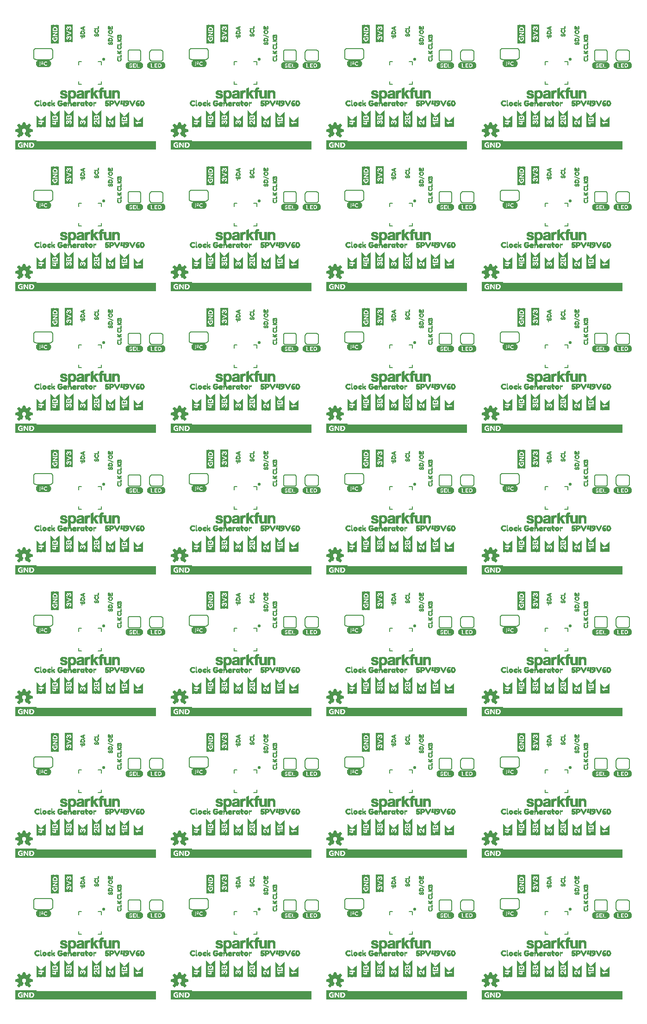
<source format=gto>
G75*
%MOIN*%
%OFA0B0*%
%FSLAX25Y25*%
%IPPOS*%
%LPD*%
%AMOC8*
5,1,8,0,0,1.08239X$1,22.5*
%
%ADD10R,0.86100X0.06400*%
%ADD11C,0.02236*%
%ADD12C,0.00500*%
%ADD13C,0.00800*%
%ADD14C,0.01272*%
%ADD15C,0.00300*%
%ADD16C,0.00591*%
%ADD17R,0.00157X0.12520*%
%ADD18R,0.00118X0.12520*%
%ADD19R,0.00118X0.02480*%
%ADD20R,0.00118X0.06220*%
%ADD21R,0.00157X0.02047*%
%ADD22R,0.00157X0.00945*%
%ADD23R,0.00118X0.01929*%
%ADD24R,0.00118X0.00709*%
%ADD25R,0.00118X0.02047*%
%ADD26R,0.00157X0.01772*%
%ADD27R,0.00157X0.00551*%
%ADD28R,0.00157X0.01811*%
%ADD29R,0.00118X0.01654*%
%ADD30R,0.00118X0.00433*%
%ADD31R,0.00118X0.01811*%
%ADD32R,0.00157X0.01654*%
%ADD33R,0.00118X0.00276*%
%ADD34R,0.00118X0.00394*%
%ADD35R,0.00118X0.01496*%
%ADD36R,0.00118X0.00551*%
%ADD37R,0.00157X0.00669*%
%ADD38R,0.00157X0.01378*%
%ADD39R,0.00157X0.00709*%
%ADD40R,0.00157X0.01496*%
%ADD41R,0.00118X0.00984*%
%ADD42R,0.00118X0.01260*%
%ADD43R,0.00157X0.01929*%
%ADD44R,0.00157X0.01102*%
%ADD45R,0.00118X0.00827*%
%ADD46R,0.00118X0.00945*%
%ADD47R,0.00157X0.02480*%
%ADD48R,0.00157X0.00984*%
%ADD49R,0.00118X0.01102*%
%ADD50R,0.00118X0.01772*%
%ADD51R,0.00157X0.01260*%
%ADD52R,0.00157X0.00394*%
%ADD53R,0.00157X0.02087*%
%ADD54R,0.00118X0.03031*%
%ADD55R,0.00118X0.00157*%
%ADD56R,0.00118X0.02638*%
%ADD57R,0.00157X0.01220*%
%ADD58R,0.00157X0.00157*%
%ADD59R,0.00118X0.01220*%
%ADD60R,0.00118X0.00669*%
%ADD61R,0.00118X0.01378*%
%ADD62R,0.00157X0.02205*%
%ADD63R,0.00118X0.02205*%
%ADD64R,0.00157X0.13386*%
%ADD65R,0.00118X0.13386*%
%ADD66R,0.00118X0.02913*%
%ADD67R,0.00118X0.09646*%
%ADD68R,0.00157X0.02638*%
%ADD69R,0.00118X0.02362*%
%ADD70R,0.00157X0.00433*%
%ADD71R,0.00118X0.02087*%
%ADD72R,0.00157X0.00827*%
%ADD73R,0.00157X0.01535*%
%ADD74R,0.00118X0.01535*%
%ADD75R,0.00157X0.00276*%
%ADD76R,0.00118X0.00118*%
%ADD77R,0.00118X0.02756*%
%ADD78R,0.00118X0.01063*%
%ADD79R,0.00157X0.01417*%
%ADD80R,0.00157X0.00591*%
%ADD81R,0.00118X0.02008*%
%ADD82R,0.00118X0.01890*%
%ADD83R,0.00118X0.02126*%
%ADD84R,0.00118X0.02244*%
%ADD85R,0.00157X0.02008*%
%ADD86R,0.00157X0.02362*%
%ADD87R,0.00157X0.01063*%
%ADD88R,0.00118X0.01181*%
%ADD89R,0.00118X0.00354*%
%ADD90R,0.00118X0.01299*%
%ADD91R,0.00118X0.01417*%
%ADD92R,0.00118X0.02598*%
%ADD93R,0.00118X0.02717*%
%ADD94R,0.00118X0.02835*%
%ADD95R,0.00157X0.02244*%
%ADD96R,0.00157X0.02953*%
%ADD97R,0.00157X0.01890*%
%ADD98R,0.00118X0.00472*%
%ADD99R,0.00118X0.00591*%
%ADD100R,0.00118X0.00236*%
%ADD101R,0.00157X0.01299*%
%ADD102R,0.00079X0.00472*%
%ADD103R,0.00157X0.02598*%
%ADD104R,0.00630X0.00157*%
%ADD105R,0.00787X0.00157*%
%ADD106R,0.00945X0.00157*%
%ADD107R,0.01102X0.00157*%
%ADD108R,0.01732X0.00157*%
%ADD109R,0.01890X0.00157*%
%ADD110R,0.00472X0.00157*%
%ADD111R,0.02362X0.00157*%
%ADD112R,0.02520X0.00157*%
%ADD113R,0.02835X0.00157*%
%ADD114R,0.02992X0.00157*%
%ADD115R,0.03150X0.00157*%
%ADD116R,0.03307X0.00157*%
%ADD117R,0.01575X0.00157*%
%ADD118R,0.00315X0.00157*%
%ADD119R,0.01417X0.00157*%
%ADD120R,0.01260X0.00157*%
%ADD121R,0.02047X0.00157*%
%ADD122R,0.02205X0.00157*%
%ADD123R,0.02677X0.00157*%
%ADD124R,0.03465X0.00157*%
%ADD125R,0.00157X0.01181*%
%ADD126R,0.07205X0.00118*%
%ADD127R,0.07913X0.00118*%
%ADD128R,0.08386X0.00079*%
%ADD129R,0.08858X0.00157*%
%ADD130R,0.09094X0.00118*%
%ADD131R,0.09331X0.00118*%
%ADD132R,0.09567X0.00079*%
%ADD133R,0.03661X0.00118*%
%ADD134R,0.02126X0.00118*%
%ADD135R,0.02953X0.00118*%
%ADD136R,0.02244X0.00157*%
%ADD137R,0.00591X0.00157*%
%ADD138R,0.01535X0.00157*%
%ADD139R,0.02598X0.00157*%
%ADD140R,0.02244X0.00118*%
%ADD141R,0.00472X0.00118*%
%ADD142R,0.01181X0.00118*%
%ADD143R,0.02362X0.00118*%
%ADD144R,0.00945X0.00118*%
%ADD145R,0.00354X0.00118*%
%ADD146R,0.00827X0.00118*%
%ADD147R,0.02480X0.00157*%
%ADD148R,0.00354X0.00157*%
%ADD149R,0.00236X0.00157*%
%ADD150R,0.02480X0.00118*%
%ADD151R,0.02598X0.00118*%
%ADD152R,0.01063X0.00118*%
%ADD153R,0.02835X0.00118*%
%ADD154R,0.04252X0.00157*%
%ADD155R,0.04370X0.00118*%
%ADD156R,0.00591X0.00118*%
%ADD157R,0.04488X0.00118*%
%ADD158R,0.00709X0.00157*%
%ADD159R,0.04488X0.00157*%
%ADD160R,0.00236X0.00118*%
%ADD161R,0.04370X0.00157*%
%ADD162R,0.04252X0.00118*%
%ADD163R,0.02717X0.00118*%
%ADD164R,0.03071X0.00157*%
%ADD165R,0.03425X0.00118*%
%ADD166R,0.09567X0.00118*%
%ADD167R,0.08858X0.00118*%
%ADD168R,0.08386X0.00118*%
%ADD169R,0.10039X0.00118*%
%ADD170R,0.10512X0.00079*%
%ADD171R,0.10984X0.00157*%
%ADD172R,0.11220X0.00118*%
%ADD173R,0.11457X0.00118*%
%ADD174R,0.11693X0.00079*%
%ADD175R,0.11929X0.00118*%
%ADD176R,0.01890X0.00118*%
%ADD177R,0.01772X0.00118*%
%ADD178R,0.01772X0.00157*%
%ADD179R,0.02717X0.00157*%
%ADD180R,0.02008X0.00118*%
%ADD181R,0.00709X0.00118*%
%ADD182R,0.02008X0.00157*%
%ADD183R,0.01063X0.00157*%
%ADD184R,0.00827X0.00157*%
%ADD185R,0.01181X0.00157*%
%ADD186R,0.02953X0.00157*%
%ADD187R,0.03071X0.00118*%
%ADD188R,0.11693X0.00118*%
%ADD189R,0.10984X0.00118*%
%ADD190R,0.10512X0.00118*%
%ADD191R,0.15276X0.00157*%
%ADD192R,0.11024X0.00157*%
%ADD193R,0.00157X0.10551*%
%ADD194R,0.00157X0.10394*%
%ADD195R,0.00157X0.10236*%
%ADD196R,0.00157X0.10079*%
%ADD197R,0.00157X0.09921*%
%ADD198R,0.00157X0.09764*%
%ADD199R,0.00157X0.09606*%
%ADD200R,0.00157X0.09449*%
%ADD201R,0.00157X0.02677*%
%ADD202R,0.00157X0.00630*%
%ADD203R,0.00157X0.02520*%
%ADD204R,0.00157X0.00472*%
%ADD205R,0.00157X0.01732*%
%ADD206R,0.00157X0.01575*%
%ADD207R,0.00157X0.00787*%
%ADD208R,0.00157X0.02992*%
%ADD209R,0.00157X0.11811*%
%ADD210R,0.00157X0.11654*%
%ADD211R,0.00157X0.11496*%
%ADD212R,0.00157X0.11339*%
%ADD213R,0.00157X0.11181*%
%ADD214R,0.00157X0.11024*%
%ADD215R,0.00157X0.10866*%
%ADD216R,0.00157X0.02835*%
%ADD217R,0.00157X0.07087*%
%ADD218R,0.00157X0.00315*%
%ADD219R,0.00157X0.03465*%
%ADD220R,0.00157X0.03150*%
%ADD221R,0.00157X0.03622*%
%ADD222R,0.00157X0.10709*%
%ADD223R,0.00157X0.03780*%
%ADD224R,0.00157X0.03937*%
%ADD225R,0.00157X0.06929*%
%ADD226R,0.00157X0.06772*%
%ADD227R,0.00157X0.06614*%
%ADD228R,0.00157X0.06457*%
%ADD229R,0.00157X0.06299*%
%ADD230R,0.00157X0.06142*%
%ADD231R,0.00157X0.05984*%
%ADD232R,0.00157X0.08031*%
%ADD233R,0.00157X0.07874*%
%ADD234R,0.00157X0.07717*%
%ADD235R,0.00157X0.07559*%
%ADD236R,0.00157X0.07402*%
%ADD237R,0.00157X0.07244*%
%ADD238R,0.00157X0.03307*%
%ADD239C,0.00600*%
%ADD240R,0.10039X0.00079*%
%ADD241R,0.10512X0.00157*%
%ADD242R,0.10748X0.00118*%
%ADD243R,0.11220X0.00079*%
%ADD244R,0.08031X0.00118*%
%ADD245R,0.03661X0.00157*%
%ADD246R,0.03543X0.00118*%
%ADD247R,0.03780X0.00157*%
%ADD248R,0.03780X0.00118*%
%ADD249R,0.03898X0.00118*%
%ADD250R,0.03898X0.00157*%
%ADD251R,0.01535X0.00118*%
%ADD252R,0.03189X0.00118*%
%ADD253R,0.02126X0.00157*%
D10*
X0103092Y0033750D03*
X0103092Y0135750D03*
X0103092Y0237750D03*
X0103092Y0339750D03*
X0103092Y0441750D03*
X0103092Y0543750D03*
X0103092Y0645750D03*
X0215092Y0645750D03*
X0215092Y0543750D03*
X0215092Y0441750D03*
X0215092Y0339750D03*
X0215092Y0237750D03*
X0215092Y0135750D03*
X0215092Y0033750D03*
X0327092Y0033750D03*
X0327092Y0135750D03*
X0327092Y0237750D03*
X0327092Y0339750D03*
X0327092Y0441750D03*
X0327092Y0543750D03*
X0327092Y0645750D03*
X0439092Y0645750D03*
X0439092Y0543750D03*
X0439092Y0441750D03*
X0439092Y0339750D03*
X0439092Y0237750D03*
X0439092Y0135750D03*
X0439092Y0033750D03*
D11*
X0444342Y0095750D03*
X0444342Y0197750D03*
X0444342Y0299750D03*
X0444342Y0401750D03*
X0444342Y0503750D03*
X0444342Y0605750D03*
X0444342Y0707750D03*
X0332342Y0707750D03*
X0332342Y0605750D03*
X0332342Y0503750D03*
X0332342Y0401750D03*
X0332342Y0299750D03*
X0332342Y0197750D03*
X0332342Y0095750D03*
X0220342Y0095750D03*
X0220342Y0197750D03*
X0220342Y0299750D03*
X0220342Y0401750D03*
X0220342Y0503750D03*
X0220342Y0605750D03*
X0220342Y0707750D03*
X0108342Y0707750D03*
X0108342Y0605750D03*
X0108342Y0503750D03*
X0108342Y0401750D03*
X0108342Y0299750D03*
X0108342Y0197750D03*
X0108342Y0095750D03*
D12*
X0106642Y0094050D02*
X0106642Y0091750D01*
X0106642Y0094050D02*
X0104342Y0094050D01*
X0092342Y0094050D02*
X0090242Y0094050D01*
X0090242Y0091750D01*
X0090242Y0079750D02*
X0090242Y0077650D01*
X0092342Y0077650D01*
X0104342Y0077650D02*
X0106642Y0077650D01*
X0106642Y0079750D01*
X0106642Y0179650D02*
X0104342Y0179650D01*
X0106642Y0179650D02*
X0106642Y0181750D01*
X0106642Y0193750D02*
X0106642Y0196050D01*
X0104342Y0196050D01*
X0092342Y0196050D02*
X0090242Y0196050D01*
X0090242Y0193750D01*
X0090242Y0181750D02*
X0090242Y0179650D01*
X0092342Y0179650D01*
X0092342Y0281650D02*
X0090242Y0281650D01*
X0090242Y0283750D01*
X0090242Y0295750D02*
X0090242Y0298050D01*
X0092342Y0298050D01*
X0104342Y0298050D02*
X0106642Y0298050D01*
X0106642Y0295750D01*
X0106642Y0283750D02*
X0106642Y0281650D01*
X0104342Y0281650D01*
X0104342Y0383650D02*
X0106642Y0383650D01*
X0106642Y0385750D01*
X0106642Y0397750D02*
X0106642Y0400050D01*
X0104342Y0400050D01*
X0092342Y0400050D02*
X0090242Y0400050D01*
X0090242Y0397750D01*
X0090242Y0385750D02*
X0090242Y0383650D01*
X0092342Y0383650D01*
X0092342Y0485650D02*
X0090242Y0485650D01*
X0090242Y0487750D01*
X0090242Y0499750D02*
X0090242Y0502050D01*
X0092342Y0502050D01*
X0104342Y0502050D02*
X0106642Y0502050D01*
X0106642Y0499750D01*
X0106642Y0487750D02*
X0106642Y0485650D01*
X0104342Y0485650D01*
X0104342Y0587650D02*
X0106642Y0587650D01*
X0106642Y0589750D01*
X0106642Y0601750D02*
X0106642Y0604050D01*
X0104342Y0604050D01*
X0092342Y0604050D02*
X0090242Y0604050D01*
X0090242Y0601750D01*
X0090242Y0589750D02*
X0090242Y0587650D01*
X0092342Y0587650D01*
X0092342Y0689650D02*
X0090242Y0689650D01*
X0090242Y0691750D01*
X0090242Y0703750D02*
X0090242Y0706050D01*
X0092342Y0706050D01*
X0104342Y0706050D02*
X0106642Y0706050D01*
X0106642Y0703750D01*
X0106642Y0691750D02*
X0106642Y0689650D01*
X0104342Y0689650D01*
X0202242Y0689650D02*
X0202242Y0691750D01*
X0202242Y0689650D02*
X0204342Y0689650D01*
X0202242Y0703750D02*
X0202242Y0706050D01*
X0204342Y0706050D01*
X0216342Y0706050D02*
X0218642Y0706050D01*
X0218642Y0703750D01*
X0218642Y0691750D02*
X0218642Y0689650D01*
X0216342Y0689650D01*
X0216342Y0604050D02*
X0218642Y0604050D01*
X0218642Y0601750D01*
X0218642Y0589750D02*
X0218642Y0587650D01*
X0216342Y0587650D01*
X0204342Y0587650D02*
X0202242Y0587650D01*
X0202242Y0589750D01*
X0202242Y0601750D02*
X0202242Y0604050D01*
X0204342Y0604050D01*
X0204342Y0502050D02*
X0202242Y0502050D01*
X0202242Y0499750D01*
X0202242Y0487750D02*
X0202242Y0485650D01*
X0204342Y0485650D01*
X0216342Y0485650D02*
X0218642Y0485650D01*
X0218642Y0487750D01*
X0218642Y0499750D02*
X0218642Y0502050D01*
X0216342Y0502050D01*
X0216342Y0400050D02*
X0218642Y0400050D01*
X0218642Y0397750D01*
X0218642Y0385750D02*
X0218642Y0383650D01*
X0216342Y0383650D01*
X0204342Y0383650D02*
X0202242Y0383650D01*
X0202242Y0385750D01*
X0202242Y0397750D02*
X0202242Y0400050D01*
X0204342Y0400050D01*
X0204342Y0298050D02*
X0202242Y0298050D01*
X0202242Y0295750D01*
X0202242Y0283750D02*
X0202242Y0281650D01*
X0204342Y0281650D01*
X0216342Y0281650D02*
X0218642Y0281650D01*
X0218642Y0283750D01*
X0218642Y0295750D02*
X0218642Y0298050D01*
X0216342Y0298050D01*
X0216342Y0196050D02*
X0218642Y0196050D01*
X0218642Y0193750D01*
X0218642Y0181750D02*
X0218642Y0179650D01*
X0216342Y0179650D01*
X0204342Y0179650D02*
X0202242Y0179650D01*
X0202242Y0181750D01*
X0202242Y0193750D02*
X0202242Y0196050D01*
X0204342Y0196050D01*
X0204342Y0094050D02*
X0202242Y0094050D01*
X0202242Y0091750D01*
X0202242Y0079750D02*
X0202242Y0077650D01*
X0204342Y0077650D01*
X0216342Y0077650D02*
X0218642Y0077650D01*
X0218642Y0079750D01*
X0218642Y0091750D02*
X0218642Y0094050D01*
X0216342Y0094050D01*
X0314242Y0094050D02*
X0314242Y0091750D01*
X0314242Y0094050D02*
X0316342Y0094050D01*
X0328342Y0094050D02*
X0330642Y0094050D01*
X0330642Y0091750D01*
X0330642Y0079750D02*
X0330642Y0077650D01*
X0328342Y0077650D01*
X0316342Y0077650D02*
X0314242Y0077650D01*
X0314242Y0079750D01*
X0314242Y0179650D02*
X0314242Y0181750D01*
X0314242Y0179650D02*
X0316342Y0179650D01*
X0314242Y0193750D02*
X0314242Y0196050D01*
X0316342Y0196050D01*
X0328342Y0196050D02*
X0330642Y0196050D01*
X0330642Y0193750D01*
X0330642Y0181750D02*
X0330642Y0179650D01*
X0328342Y0179650D01*
X0328342Y0281650D02*
X0330642Y0281650D01*
X0330642Y0283750D01*
X0330642Y0295750D02*
X0330642Y0298050D01*
X0328342Y0298050D01*
X0316342Y0298050D02*
X0314242Y0298050D01*
X0314242Y0295750D01*
X0314242Y0283750D02*
X0314242Y0281650D01*
X0316342Y0281650D01*
X0316342Y0383650D02*
X0314242Y0383650D01*
X0314242Y0385750D01*
X0314242Y0397750D02*
X0314242Y0400050D01*
X0316342Y0400050D01*
X0328342Y0400050D02*
X0330642Y0400050D01*
X0330642Y0397750D01*
X0330642Y0385750D02*
X0330642Y0383650D01*
X0328342Y0383650D01*
X0328342Y0485650D02*
X0330642Y0485650D01*
X0330642Y0487750D01*
X0330642Y0499750D02*
X0330642Y0502050D01*
X0328342Y0502050D01*
X0316342Y0502050D02*
X0314242Y0502050D01*
X0314242Y0499750D01*
X0314242Y0487750D02*
X0314242Y0485650D01*
X0316342Y0485650D01*
X0316342Y0587650D02*
X0314242Y0587650D01*
X0314242Y0589750D01*
X0314242Y0601750D02*
X0314242Y0604050D01*
X0316342Y0604050D01*
X0328342Y0604050D02*
X0330642Y0604050D01*
X0330642Y0601750D01*
X0330642Y0589750D02*
X0330642Y0587650D01*
X0328342Y0587650D01*
X0328342Y0689650D02*
X0330642Y0689650D01*
X0330642Y0691750D01*
X0330642Y0703750D02*
X0330642Y0706050D01*
X0328342Y0706050D01*
X0316342Y0706050D02*
X0314242Y0706050D01*
X0314242Y0703750D01*
X0314242Y0691750D02*
X0314242Y0689650D01*
X0316342Y0689650D01*
X0426242Y0689650D02*
X0426242Y0691750D01*
X0426242Y0689650D02*
X0428342Y0689650D01*
X0426242Y0703750D02*
X0426242Y0706050D01*
X0428342Y0706050D01*
X0440342Y0706050D02*
X0442642Y0706050D01*
X0442642Y0703750D01*
X0442642Y0691750D02*
X0442642Y0689650D01*
X0440342Y0689650D01*
X0440342Y0604050D02*
X0442642Y0604050D01*
X0442642Y0601750D01*
X0442642Y0589750D02*
X0442642Y0587650D01*
X0440342Y0587650D01*
X0428342Y0587650D02*
X0426242Y0587650D01*
X0426242Y0589750D01*
X0426242Y0601750D02*
X0426242Y0604050D01*
X0428342Y0604050D01*
X0428342Y0502050D02*
X0426242Y0502050D01*
X0426242Y0499750D01*
X0426242Y0487750D02*
X0426242Y0485650D01*
X0428342Y0485650D01*
X0440342Y0485650D02*
X0442642Y0485650D01*
X0442642Y0487750D01*
X0442642Y0499750D02*
X0442642Y0502050D01*
X0440342Y0502050D01*
X0440342Y0400050D02*
X0442642Y0400050D01*
X0442642Y0397750D01*
X0442642Y0385750D02*
X0442642Y0383650D01*
X0440342Y0383650D01*
X0428342Y0383650D02*
X0426242Y0383650D01*
X0426242Y0385750D01*
X0426242Y0397750D02*
X0426242Y0400050D01*
X0428342Y0400050D01*
X0428342Y0298050D02*
X0426242Y0298050D01*
X0426242Y0295750D01*
X0426242Y0283750D02*
X0426242Y0281650D01*
X0428342Y0281650D01*
X0440342Y0281650D02*
X0442642Y0281650D01*
X0442642Y0283750D01*
X0442642Y0295750D02*
X0442642Y0298050D01*
X0440342Y0298050D01*
X0440342Y0196050D02*
X0442642Y0196050D01*
X0442642Y0193750D01*
X0442642Y0181750D02*
X0442642Y0179650D01*
X0440342Y0179650D01*
X0428342Y0179650D02*
X0426242Y0179650D01*
X0426242Y0181750D01*
X0426242Y0193750D02*
X0426242Y0196050D01*
X0428342Y0196050D01*
X0428342Y0094050D02*
X0426242Y0094050D01*
X0426242Y0091750D01*
X0426242Y0079750D02*
X0426242Y0077650D01*
X0428342Y0077650D01*
X0440342Y0077650D02*
X0442642Y0077650D01*
X0442642Y0079750D01*
X0442642Y0091750D02*
X0442642Y0094050D01*
X0440342Y0094050D01*
D13*
X0407542Y0097250D02*
X0407542Y0101650D01*
X0407540Y0101733D01*
X0407534Y0101816D01*
X0407525Y0101899D01*
X0407511Y0101981D01*
X0407494Y0102062D01*
X0407473Y0102143D01*
X0407449Y0102222D01*
X0407420Y0102300D01*
X0407389Y0102377D01*
X0407353Y0102452D01*
X0407315Y0102526D01*
X0407272Y0102598D01*
X0407227Y0102667D01*
X0407178Y0102735D01*
X0407127Y0102800D01*
X0407072Y0102863D01*
X0407015Y0102923D01*
X0406955Y0102980D01*
X0406892Y0103035D01*
X0406827Y0103086D01*
X0406759Y0103135D01*
X0406690Y0103180D01*
X0406618Y0103223D01*
X0406544Y0103261D01*
X0406469Y0103297D01*
X0406392Y0103328D01*
X0406314Y0103357D01*
X0406235Y0103381D01*
X0406154Y0103402D01*
X0406073Y0103419D01*
X0405991Y0103433D01*
X0405908Y0103442D01*
X0405825Y0103448D01*
X0405742Y0103450D01*
X0395742Y0103450D01*
X0395659Y0103448D01*
X0395576Y0103442D01*
X0395493Y0103433D01*
X0395411Y0103419D01*
X0395330Y0103402D01*
X0395249Y0103381D01*
X0395170Y0103357D01*
X0395092Y0103328D01*
X0395015Y0103297D01*
X0394940Y0103261D01*
X0394866Y0103223D01*
X0394794Y0103180D01*
X0394725Y0103135D01*
X0394657Y0103086D01*
X0394592Y0103035D01*
X0394529Y0102980D01*
X0394469Y0102923D01*
X0394412Y0102863D01*
X0394357Y0102800D01*
X0394306Y0102735D01*
X0394257Y0102667D01*
X0394212Y0102598D01*
X0394169Y0102526D01*
X0394131Y0102452D01*
X0394095Y0102377D01*
X0394064Y0102300D01*
X0394035Y0102222D01*
X0394011Y0102143D01*
X0393990Y0102062D01*
X0393973Y0101981D01*
X0393959Y0101899D01*
X0393950Y0101816D01*
X0393944Y0101733D01*
X0393942Y0101650D01*
X0393942Y0097250D01*
X0393944Y0097167D01*
X0393950Y0097084D01*
X0393959Y0097001D01*
X0393973Y0096919D01*
X0393990Y0096838D01*
X0394011Y0096757D01*
X0394035Y0096678D01*
X0394064Y0096600D01*
X0394095Y0096523D01*
X0394131Y0096448D01*
X0394169Y0096374D01*
X0394212Y0096302D01*
X0394257Y0096233D01*
X0394306Y0096165D01*
X0394357Y0096100D01*
X0394412Y0096037D01*
X0394469Y0095977D01*
X0394529Y0095920D01*
X0394592Y0095865D01*
X0394657Y0095814D01*
X0394725Y0095765D01*
X0394794Y0095720D01*
X0394866Y0095677D01*
X0394940Y0095639D01*
X0395015Y0095603D01*
X0395092Y0095572D01*
X0395170Y0095543D01*
X0395249Y0095519D01*
X0395330Y0095498D01*
X0395411Y0095481D01*
X0395493Y0095467D01*
X0395576Y0095458D01*
X0395659Y0095452D01*
X0395742Y0095450D01*
X0405742Y0095450D01*
X0405825Y0095452D01*
X0405908Y0095458D01*
X0405991Y0095467D01*
X0406073Y0095481D01*
X0406154Y0095498D01*
X0406235Y0095519D01*
X0406314Y0095543D01*
X0406392Y0095572D01*
X0406469Y0095603D01*
X0406544Y0095639D01*
X0406618Y0095677D01*
X0406690Y0095720D01*
X0406759Y0095765D01*
X0406827Y0095814D01*
X0406892Y0095865D01*
X0406955Y0095920D01*
X0407015Y0095977D01*
X0407072Y0096037D01*
X0407127Y0096100D01*
X0407178Y0096165D01*
X0407227Y0096233D01*
X0407272Y0096302D01*
X0407315Y0096374D01*
X0407353Y0096448D01*
X0407389Y0096523D01*
X0407420Y0096600D01*
X0407449Y0096678D01*
X0407473Y0096757D01*
X0407494Y0096838D01*
X0407511Y0096919D01*
X0407525Y0097001D01*
X0407534Y0097084D01*
X0407540Y0097167D01*
X0407542Y0097250D01*
X0375042Y0096150D02*
X0375042Y0100550D01*
X0375040Y0100633D01*
X0375034Y0100716D01*
X0375025Y0100799D01*
X0375011Y0100881D01*
X0374994Y0100962D01*
X0374973Y0101043D01*
X0374949Y0101122D01*
X0374920Y0101200D01*
X0374889Y0101277D01*
X0374853Y0101352D01*
X0374815Y0101426D01*
X0374772Y0101498D01*
X0374727Y0101567D01*
X0374678Y0101635D01*
X0374627Y0101700D01*
X0374572Y0101763D01*
X0374515Y0101823D01*
X0374455Y0101880D01*
X0374392Y0101935D01*
X0374327Y0101986D01*
X0374259Y0102035D01*
X0374190Y0102080D01*
X0374118Y0102123D01*
X0374044Y0102161D01*
X0373969Y0102197D01*
X0373892Y0102228D01*
X0373814Y0102257D01*
X0373735Y0102281D01*
X0373654Y0102302D01*
X0373573Y0102319D01*
X0373491Y0102333D01*
X0373408Y0102342D01*
X0373325Y0102348D01*
X0373242Y0102350D01*
X0367242Y0102350D01*
X0367159Y0102348D01*
X0367076Y0102342D01*
X0366993Y0102333D01*
X0366911Y0102319D01*
X0366830Y0102302D01*
X0366749Y0102281D01*
X0366670Y0102257D01*
X0366592Y0102228D01*
X0366515Y0102197D01*
X0366440Y0102161D01*
X0366366Y0102123D01*
X0366294Y0102080D01*
X0366225Y0102035D01*
X0366157Y0101986D01*
X0366092Y0101935D01*
X0366029Y0101880D01*
X0365969Y0101823D01*
X0365912Y0101763D01*
X0365857Y0101700D01*
X0365806Y0101635D01*
X0365757Y0101567D01*
X0365712Y0101498D01*
X0365669Y0101426D01*
X0365631Y0101352D01*
X0365595Y0101277D01*
X0365564Y0101200D01*
X0365535Y0101122D01*
X0365511Y0101043D01*
X0365490Y0100962D01*
X0365473Y0100881D01*
X0365459Y0100799D01*
X0365450Y0100716D01*
X0365444Y0100633D01*
X0365442Y0100550D01*
X0365442Y0096150D01*
X0365444Y0096067D01*
X0365450Y0095984D01*
X0365459Y0095901D01*
X0365473Y0095819D01*
X0365490Y0095738D01*
X0365511Y0095657D01*
X0365535Y0095578D01*
X0365564Y0095500D01*
X0365595Y0095423D01*
X0365631Y0095348D01*
X0365669Y0095274D01*
X0365712Y0095202D01*
X0365757Y0095133D01*
X0365806Y0095065D01*
X0365857Y0095000D01*
X0365912Y0094937D01*
X0365969Y0094877D01*
X0366029Y0094820D01*
X0366092Y0094765D01*
X0366157Y0094714D01*
X0366225Y0094665D01*
X0366294Y0094620D01*
X0366366Y0094577D01*
X0366440Y0094539D01*
X0366515Y0094503D01*
X0366592Y0094472D01*
X0366670Y0094443D01*
X0366749Y0094419D01*
X0366830Y0094398D01*
X0366911Y0094381D01*
X0366993Y0094367D01*
X0367076Y0094358D01*
X0367159Y0094352D01*
X0367242Y0094350D01*
X0373242Y0094350D01*
X0373325Y0094352D01*
X0373408Y0094358D01*
X0373491Y0094367D01*
X0373573Y0094381D01*
X0373654Y0094398D01*
X0373735Y0094419D01*
X0373814Y0094443D01*
X0373892Y0094472D01*
X0373969Y0094503D01*
X0374044Y0094539D01*
X0374118Y0094577D01*
X0374190Y0094620D01*
X0374259Y0094665D01*
X0374327Y0094714D01*
X0374392Y0094765D01*
X0374455Y0094820D01*
X0374515Y0094877D01*
X0374572Y0094937D01*
X0374627Y0095000D01*
X0374678Y0095065D01*
X0374727Y0095133D01*
X0374772Y0095202D01*
X0374815Y0095274D01*
X0374853Y0095348D01*
X0374889Y0095423D01*
X0374920Y0095500D01*
X0374949Y0095578D01*
X0374973Y0095657D01*
X0374994Y0095738D01*
X0375011Y0095819D01*
X0375025Y0095901D01*
X0375034Y0095984D01*
X0375040Y0096067D01*
X0375042Y0096150D01*
X0373242Y0196350D02*
X0367242Y0196350D01*
X0367159Y0196352D01*
X0367076Y0196358D01*
X0366993Y0196367D01*
X0366911Y0196381D01*
X0366830Y0196398D01*
X0366749Y0196419D01*
X0366670Y0196443D01*
X0366592Y0196472D01*
X0366515Y0196503D01*
X0366440Y0196539D01*
X0366366Y0196577D01*
X0366294Y0196620D01*
X0366225Y0196665D01*
X0366157Y0196714D01*
X0366092Y0196765D01*
X0366029Y0196820D01*
X0365969Y0196877D01*
X0365912Y0196937D01*
X0365857Y0197000D01*
X0365806Y0197065D01*
X0365757Y0197133D01*
X0365712Y0197202D01*
X0365669Y0197274D01*
X0365631Y0197348D01*
X0365595Y0197423D01*
X0365564Y0197500D01*
X0365535Y0197578D01*
X0365511Y0197657D01*
X0365490Y0197738D01*
X0365473Y0197819D01*
X0365459Y0197901D01*
X0365450Y0197984D01*
X0365444Y0198067D01*
X0365442Y0198150D01*
X0365442Y0202550D01*
X0365444Y0202633D01*
X0365450Y0202716D01*
X0365459Y0202799D01*
X0365473Y0202881D01*
X0365490Y0202962D01*
X0365511Y0203043D01*
X0365535Y0203122D01*
X0365564Y0203200D01*
X0365595Y0203277D01*
X0365631Y0203352D01*
X0365669Y0203426D01*
X0365712Y0203498D01*
X0365757Y0203567D01*
X0365806Y0203635D01*
X0365857Y0203700D01*
X0365912Y0203763D01*
X0365969Y0203823D01*
X0366029Y0203880D01*
X0366092Y0203935D01*
X0366157Y0203986D01*
X0366225Y0204035D01*
X0366294Y0204080D01*
X0366366Y0204123D01*
X0366440Y0204161D01*
X0366515Y0204197D01*
X0366592Y0204228D01*
X0366670Y0204257D01*
X0366749Y0204281D01*
X0366830Y0204302D01*
X0366911Y0204319D01*
X0366993Y0204333D01*
X0367076Y0204342D01*
X0367159Y0204348D01*
X0367242Y0204350D01*
X0373242Y0204350D01*
X0373325Y0204348D01*
X0373408Y0204342D01*
X0373491Y0204333D01*
X0373573Y0204319D01*
X0373654Y0204302D01*
X0373735Y0204281D01*
X0373814Y0204257D01*
X0373892Y0204228D01*
X0373969Y0204197D01*
X0374044Y0204161D01*
X0374118Y0204123D01*
X0374190Y0204080D01*
X0374259Y0204035D01*
X0374327Y0203986D01*
X0374392Y0203935D01*
X0374455Y0203880D01*
X0374515Y0203823D01*
X0374572Y0203763D01*
X0374627Y0203700D01*
X0374678Y0203635D01*
X0374727Y0203567D01*
X0374772Y0203498D01*
X0374815Y0203426D01*
X0374853Y0203352D01*
X0374889Y0203277D01*
X0374920Y0203200D01*
X0374949Y0203122D01*
X0374973Y0203043D01*
X0374994Y0202962D01*
X0375011Y0202881D01*
X0375025Y0202799D01*
X0375034Y0202716D01*
X0375040Y0202633D01*
X0375042Y0202550D01*
X0375042Y0198150D01*
X0375040Y0198067D01*
X0375034Y0197984D01*
X0375025Y0197901D01*
X0375011Y0197819D01*
X0374994Y0197738D01*
X0374973Y0197657D01*
X0374949Y0197578D01*
X0374920Y0197500D01*
X0374889Y0197423D01*
X0374853Y0197348D01*
X0374815Y0197274D01*
X0374772Y0197202D01*
X0374727Y0197133D01*
X0374678Y0197065D01*
X0374627Y0197000D01*
X0374572Y0196937D01*
X0374515Y0196877D01*
X0374455Y0196820D01*
X0374392Y0196765D01*
X0374327Y0196714D01*
X0374259Y0196665D01*
X0374190Y0196620D01*
X0374118Y0196577D01*
X0374044Y0196539D01*
X0373969Y0196503D01*
X0373892Y0196472D01*
X0373814Y0196443D01*
X0373735Y0196419D01*
X0373654Y0196398D01*
X0373573Y0196381D01*
X0373491Y0196367D01*
X0373408Y0196358D01*
X0373325Y0196352D01*
X0373242Y0196350D01*
X0393942Y0199250D02*
X0393942Y0203650D01*
X0393944Y0203733D01*
X0393950Y0203816D01*
X0393959Y0203899D01*
X0393973Y0203981D01*
X0393990Y0204062D01*
X0394011Y0204143D01*
X0394035Y0204222D01*
X0394064Y0204300D01*
X0394095Y0204377D01*
X0394131Y0204452D01*
X0394169Y0204526D01*
X0394212Y0204598D01*
X0394257Y0204667D01*
X0394306Y0204735D01*
X0394357Y0204800D01*
X0394412Y0204863D01*
X0394469Y0204923D01*
X0394529Y0204980D01*
X0394592Y0205035D01*
X0394657Y0205086D01*
X0394725Y0205135D01*
X0394794Y0205180D01*
X0394866Y0205223D01*
X0394940Y0205261D01*
X0395015Y0205297D01*
X0395092Y0205328D01*
X0395170Y0205357D01*
X0395249Y0205381D01*
X0395330Y0205402D01*
X0395411Y0205419D01*
X0395493Y0205433D01*
X0395576Y0205442D01*
X0395659Y0205448D01*
X0395742Y0205450D01*
X0405742Y0205450D01*
X0405825Y0205448D01*
X0405908Y0205442D01*
X0405991Y0205433D01*
X0406073Y0205419D01*
X0406154Y0205402D01*
X0406235Y0205381D01*
X0406314Y0205357D01*
X0406392Y0205328D01*
X0406469Y0205297D01*
X0406544Y0205261D01*
X0406618Y0205223D01*
X0406690Y0205180D01*
X0406759Y0205135D01*
X0406827Y0205086D01*
X0406892Y0205035D01*
X0406955Y0204980D01*
X0407015Y0204923D01*
X0407072Y0204863D01*
X0407127Y0204800D01*
X0407178Y0204735D01*
X0407227Y0204667D01*
X0407272Y0204598D01*
X0407315Y0204526D01*
X0407353Y0204452D01*
X0407389Y0204377D01*
X0407420Y0204300D01*
X0407449Y0204222D01*
X0407473Y0204143D01*
X0407494Y0204062D01*
X0407511Y0203981D01*
X0407525Y0203899D01*
X0407534Y0203816D01*
X0407540Y0203733D01*
X0407542Y0203650D01*
X0407542Y0199250D01*
X0407540Y0199167D01*
X0407534Y0199084D01*
X0407525Y0199001D01*
X0407511Y0198919D01*
X0407494Y0198838D01*
X0407473Y0198757D01*
X0407449Y0198678D01*
X0407420Y0198600D01*
X0407389Y0198523D01*
X0407353Y0198448D01*
X0407315Y0198374D01*
X0407272Y0198302D01*
X0407227Y0198233D01*
X0407178Y0198165D01*
X0407127Y0198100D01*
X0407072Y0198037D01*
X0407015Y0197977D01*
X0406955Y0197920D01*
X0406892Y0197865D01*
X0406827Y0197814D01*
X0406759Y0197765D01*
X0406690Y0197720D01*
X0406618Y0197677D01*
X0406544Y0197639D01*
X0406469Y0197603D01*
X0406392Y0197572D01*
X0406314Y0197543D01*
X0406235Y0197519D01*
X0406154Y0197498D01*
X0406073Y0197481D01*
X0405991Y0197467D01*
X0405908Y0197458D01*
X0405825Y0197452D01*
X0405742Y0197450D01*
X0395742Y0197450D01*
X0395659Y0197452D01*
X0395576Y0197458D01*
X0395493Y0197467D01*
X0395411Y0197481D01*
X0395330Y0197498D01*
X0395249Y0197519D01*
X0395170Y0197543D01*
X0395092Y0197572D01*
X0395015Y0197603D01*
X0394940Y0197639D01*
X0394866Y0197677D01*
X0394794Y0197720D01*
X0394725Y0197765D01*
X0394657Y0197814D01*
X0394592Y0197865D01*
X0394529Y0197920D01*
X0394469Y0197977D01*
X0394412Y0198037D01*
X0394357Y0198100D01*
X0394306Y0198165D01*
X0394257Y0198233D01*
X0394212Y0198302D01*
X0394169Y0198374D01*
X0394131Y0198448D01*
X0394095Y0198523D01*
X0394064Y0198600D01*
X0394035Y0198678D01*
X0394011Y0198757D01*
X0393990Y0198838D01*
X0393973Y0198919D01*
X0393959Y0199001D01*
X0393950Y0199084D01*
X0393944Y0199167D01*
X0393942Y0199250D01*
X0395742Y0299450D02*
X0405742Y0299450D01*
X0405825Y0299452D01*
X0405908Y0299458D01*
X0405991Y0299467D01*
X0406073Y0299481D01*
X0406154Y0299498D01*
X0406235Y0299519D01*
X0406314Y0299543D01*
X0406392Y0299572D01*
X0406469Y0299603D01*
X0406544Y0299639D01*
X0406618Y0299677D01*
X0406690Y0299720D01*
X0406759Y0299765D01*
X0406827Y0299814D01*
X0406892Y0299865D01*
X0406955Y0299920D01*
X0407015Y0299977D01*
X0407072Y0300037D01*
X0407127Y0300100D01*
X0407178Y0300165D01*
X0407227Y0300233D01*
X0407272Y0300302D01*
X0407315Y0300374D01*
X0407353Y0300448D01*
X0407389Y0300523D01*
X0407420Y0300600D01*
X0407449Y0300678D01*
X0407473Y0300757D01*
X0407494Y0300838D01*
X0407511Y0300919D01*
X0407525Y0301001D01*
X0407534Y0301084D01*
X0407540Y0301167D01*
X0407542Y0301250D01*
X0407542Y0305650D01*
X0407540Y0305733D01*
X0407534Y0305816D01*
X0407525Y0305899D01*
X0407511Y0305981D01*
X0407494Y0306062D01*
X0407473Y0306143D01*
X0407449Y0306222D01*
X0407420Y0306300D01*
X0407389Y0306377D01*
X0407353Y0306452D01*
X0407315Y0306526D01*
X0407272Y0306598D01*
X0407227Y0306667D01*
X0407178Y0306735D01*
X0407127Y0306800D01*
X0407072Y0306863D01*
X0407015Y0306923D01*
X0406955Y0306980D01*
X0406892Y0307035D01*
X0406827Y0307086D01*
X0406759Y0307135D01*
X0406690Y0307180D01*
X0406618Y0307223D01*
X0406544Y0307261D01*
X0406469Y0307297D01*
X0406392Y0307328D01*
X0406314Y0307357D01*
X0406235Y0307381D01*
X0406154Y0307402D01*
X0406073Y0307419D01*
X0405991Y0307433D01*
X0405908Y0307442D01*
X0405825Y0307448D01*
X0405742Y0307450D01*
X0395742Y0307450D01*
X0395659Y0307448D01*
X0395576Y0307442D01*
X0395493Y0307433D01*
X0395411Y0307419D01*
X0395330Y0307402D01*
X0395249Y0307381D01*
X0395170Y0307357D01*
X0395092Y0307328D01*
X0395015Y0307297D01*
X0394940Y0307261D01*
X0394866Y0307223D01*
X0394794Y0307180D01*
X0394725Y0307135D01*
X0394657Y0307086D01*
X0394592Y0307035D01*
X0394529Y0306980D01*
X0394469Y0306923D01*
X0394412Y0306863D01*
X0394357Y0306800D01*
X0394306Y0306735D01*
X0394257Y0306667D01*
X0394212Y0306598D01*
X0394169Y0306526D01*
X0394131Y0306452D01*
X0394095Y0306377D01*
X0394064Y0306300D01*
X0394035Y0306222D01*
X0394011Y0306143D01*
X0393990Y0306062D01*
X0393973Y0305981D01*
X0393959Y0305899D01*
X0393950Y0305816D01*
X0393944Y0305733D01*
X0393942Y0305650D01*
X0393942Y0301250D01*
X0393944Y0301167D01*
X0393950Y0301084D01*
X0393959Y0301001D01*
X0393973Y0300919D01*
X0393990Y0300838D01*
X0394011Y0300757D01*
X0394035Y0300678D01*
X0394064Y0300600D01*
X0394095Y0300523D01*
X0394131Y0300448D01*
X0394169Y0300374D01*
X0394212Y0300302D01*
X0394257Y0300233D01*
X0394306Y0300165D01*
X0394357Y0300100D01*
X0394412Y0300037D01*
X0394469Y0299977D01*
X0394529Y0299920D01*
X0394592Y0299865D01*
X0394657Y0299814D01*
X0394725Y0299765D01*
X0394794Y0299720D01*
X0394866Y0299677D01*
X0394940Y0299639D01*
X0395015Y0299603D01*
X0395092Y0299572D01*
X0395170Y0299543D01*
X0395249Y0299519D01*
X0395330Y0299498D01*
X0395411Y0299481D01*
X0395493Y0299467D01*
X0395576Y0299458D01*
X0395659Y0299452D01*
X0395742Y0299450D01*
X0375042Y0300150D02*
X0375042Y0304550D01*
X0375040Y0304633D01*
X0375034Y0304716D01*
X0375025Y0304799D01*
X0375011Y0304881D01*
X0374994Y0304962D01*
X0374973Y0305043D01*
X0374949Y0305122D01*
X0374920Y0305200D01*
X0374889Y0305277D01*
X0374853Y0305352D01*
X0374815Y0305426D01*
X0374772Y0305498D01*
X0374727Y0305567D01*
X0374678Y0305635D01*
X0374627Y0305700D01*
X0374572Y0305763D01*
X0374515Y0305823D01*
X0374455Y0305880D01*
X0374392Y0305935D01*
X0374327Y0305986D01*
X0374259Y0306035D01*
X0374190Y0306080D01*
X0374118Y0306123D01*
X0374044Y0306161D01*
X0373969Y0306197D01*
X0373892Y0306228D01*
X0373814Y0306257D01*
X0373735Y0306281D01*
X0373654Y0306302D01*
X0373573Y0306319D01*
X0373491Y0306333D01*
X0373408Y0306342D01*
X0373325Y0306348D01*
X0373242Y0306350D01*
X0367242Y0306350D01*
X0367159Y0306348D01*
X0367076Y0306342D01*
X0366993Y0306333D01*
X0366911Y0306319D01*
X0366830Y0306302D01*
X0366749Y0306281D01*
X0366670Y0306257D01*
X0366592Y0306228D01*
X0366515Y0306197D01*
X0366440Y0306161D01*
X0366366Y0306123D01*
X0366294Y0306080D01*
X0366225Y0306035D01*
X0366157Y0305986D01*
X0366092Y0305935D01*
X0366029Y0305880D01*
X0365969Y0305823D01*
X0365912Y0305763D01*
X0365857Y0305700D01*
X0365806Y0305635D01*
X0365757Y0305567D01*
X0365712Y0305498D01*
X0365669Y0305426D01*
X0365631Y0305352D01*
X0365595Y0305277D01*
X0365564Y0305200D01*
X0365535Y0305122D01*
X0365511Y0305043D01*
X0365490Y0304962D01*
X0365473Y0304881D01*
X0365459Y0304799D01*
X0365450Y0304716D01*
X0365444Y0304633D01*
X0365442Y0304550D01*
X0365442Y0300150D01*
X0365444Y0300067D01*
X0365450Y0299984D01*
X0365459Y0299901D01*
X0365473Y0299819D01*
X0365490Y0299738D01*
X0365511Y0299657D01*
X0365535Y0299578D01*
X0365564Y0299500D01*
X0365595Y0299423D01*
X0365631Y0299348D01*
X0365669Y0299274D01*
X0365712Y0299202D01*
X0365757Y0299133D01*
X0365806Y0299065D01*
X0365857Y0299000D01*
X0365912Y0298937D01*
X0365969Y0298877D01*
X0366029Y0298820D01*
X0366092Y0298765D01*
X0366157Y0298714D01*
X0366225Y0298665D01*
X0366294Y0298620D01*
X0366366Y0298577D01*
X0366440Y0298539D01*
X0366515Y0298503D01*
X0366592Y0298472D01*
X0366670Y0298443D01*
X0366749Y0298419D01*
X0366830Y0298398D01*
X0366911Y0298381D01*
X0366993Y0298367D01*
X0367076Y0298358D01*
X0367159Y0298352D01*
X0367242Y0298350D01*
X0373242Y0298350D01*
X0373325Y0298352D01*
X0373408Y0298358D01*
X0373491Y0298367D01*
X0373573Y0298381D01*
X0373654Y0298398D01*
X0373735Y0298419D01*
X0373814Y0298443D01*
X0373892Y0298472D01*
X0373969Y0298503D01*
X0374044Y0298539D01*
X0374118Y0298577D01*
X0374190Y0298620D01*
X0374259Y0298665D01*
X0374327Y0298714D01*
X0374392Y0298765D01*
X0374455Y0298820D01*
X0374515Y0298877D01*
X0374572Y0298937D01*
X0374627Y0299000D01*
X0374678Y0299065D01*
X0374727Y0299133D01*
X0374772Y0299202D01*
X0374815Y0299274D01*
X0374853Y0299348D01*
X0374889Y0299423D01*
X0374920Y0299500D01*
X0374949Y0299578D01*
X0374973Y0299657D01*
X0374994Y0299738D01*
X0375011Y0299819D01*
X0375025Y0299901D01*
X0375034Y0299984D01*
X0375040Y0300067D01*
X0375042Y0300150D01*
X0373242Y0400350D02*
X0367242Y0400350D01*
X0367159Y0400352D01*
X0367076Y0400358D01*
X0366993Y0400367D01*
X0366911Y0400381D01*
X0366830Y0400398D01*
X0366749Y0400419D01*
X0366670Y0400443D01*
X0366592Y0400472D01*
X0366515Y0400503D01*
X0366440Y0400539D01*
X0366366Y0400577D01*
X0366294Y0400620D01*
X0366225Y0400665D01*
X0366157Y0400714D01*
X0366092Y0400765D01*
X0366029Y0400820D01*
X0365969Y0400877D01*
X0365912Y0400937D01*
X0365857Y0401000D01*
X0365806Y0401065D01*
X0365757Y0401133D01*
X0365712Y0401202D01*
X0365669Y0401274D01*
X0365631Y0401348D01*
X0365595Y0401423D01*
X0365564Y0401500D01*
X0365535Y0401578D01*
X0365511Y0401657D01*
X0365490Y0401738D01*
X0365473Y0401819D01*
X0365459Y0401901D01*
X0365450Y0401984D01*
X0365444Y0402067D01*
X0365442Y0402150D01*
X0365442Y0406550D01*
X0365444Y0406633D01*
X0365450Y0406716D01*
X0365459Y0406799D01*
X0365473Y0406881D01*
X0365490Y0406962D01*
X0365511Y0407043D01*
X0365535Y0407122D01*
X0365564Y0407200D01*
X0365595Y0407277D01*
X0365631Y0407352D01*
X0365669Y0407426D01*
X0365712Y0407498D01*
X0365757Y0407567D01*
X0365806Y0407635D01*
X0365857Y0407700D01*
X0365912Y0407763D01*
X0365969Y0407823D01*
X0366029Y0407880D01*
X0366092Y0407935D01*
X0366157Y0407986D01*
X0366225Y0408035D01*
X0366294Y0408080D01*
X0366366Y0408123D01*
X0366440Y0408161D01*
X0366515Y0408197D01*
X0366592Y0408228D01*
X0366670Y0408257D01*
X0366749Y0408281D01*
X0366830Y0408302D01*
X0366911Y0408319D01*
X0366993Y0408333D01*
X0367076Y0408342D01*
X0367159Y0408348D01*
X0367242Y0408350D01*
X0373242Y0408350D01*
X0373325Y0408348D01*
X0373408Y0408342D01*
X0373491Y0408333D01*
X0373573Y0408319D01*
X0373654Y0408302D01*
X0373735Y0408281D01*
X0373814Y0408257D01*
X0373892Y0408228D01*
X0373969Y0408197D01*
X0374044Y0408161D01*
X0374118Y0408123D01*
X0374190Y0408080D01*
X0374259Y0408035D01*
X0374327Y0407986D01*
X0374392Y0407935D01*
X0374455Y0407880D01*
X0374515Y0407823D01*
X0374572Y0407763D01*
X0374627Y0407700D01*
X0374678Y0407635D01*
X0374727Y0407567D01*
X0374772Y0407498D01*
X0374815Y0407426D01*
X0374853Y0407352D01*
X0374889Y0407277D01*
X0374920Y0407200D01*
X0374949Y0407122D01*
X0374973Y0407043D01*
X0374994Y0406962D01*
X0375011Y0406881D01*
X0375025Y0406799D01*
X0375034Y0406716D01*
X0375040Y0406633D01*
X0375042Y0406550D01*
X0375042Y0402150D01*
X0375040Y0402067D01*
X0375034Y0401984D01*
X0375025Y0401901D01*
X0375011Y0401819D01*
X0374994Y0401738D01*
X0374973Y0401657D01*
X0374949Y0401578D01*
X0374920Y0401500D01*
X0374889Y0401423D01*
X0374853Y0401348D01*
X0374815Y0401274D01*
X0374772Y0401202D01*
X0374727Y0401133D01*
X0374678Y0401065D01*
X0374627Y0401000D01*
X0374572Y0400937D01*
X0374515Y0400877D01*
X0374455Y0400820D01*
X0374392Y0400765D01*
X0374327Y0400714D01*
X0374259Y0400665D01*
X0374190Y0400620D01*
X0374118Y0400577D01*
X0374044Y0400539D01*
X0373969Y0400503D01*
X0373892Y0400472D01*
X0373814Y0400443D01*
X0373735Y0400419D01*
X0373654Y0400398D01*
X0373573Y0400381D01*
X0373491Y0400367D01*
X0373408Y0400358D01*
X0373325Y0400352D01*
X0373242Y0400350D01*
X0393942Y0403250D02*
X0393942Y0407650D01*
X0393944Y0407733D01*
X0393950Y0407816D01*
X0393959Y0407899D01*
X0393973Y0407981D01*
X0393990Y0408062D01*
X0394011Y0408143D01*
X0394035Y0408222D01*
X0394064Y0408300D01*
X0394095Y0408377D01*
X0394131Y0408452D01*
X0394169Y0408526D01*
X0394212Y0408598D01*
X0394257Y0408667D01*
X0394306Y0408735D01*
X0394357Y0408800D01*
X0394412Y0408863D01*
X0394469Y0408923D01*
X0394529Y0408980D01*
X0394592Y0409035D01*
X0394657Y0409086D01*
X0394725Y0409135D01*
X0394794Y0409180D01*
X0394866Y0409223D01*
X0394940Y0409261D01*
X0395015Y0409297D01*
X0395092Y0409328D01*
X0395170Y0409357D01*
X0395249Y0409381D01*
X0395330Y0409402D01*
X0395411Y0409419D01*
X0395493Y0409433D01*
X0395576Y0409442D01*
X0395659Y0409448D01*
X0395742Y0409450D01*
X0405742Y0409450D01*
X0405825Y0409448D01*
X0405908Y0409442D01*
X0405991Y0409433D01*
X0406073Y0409419D01*
X0406154Y0409402D01*
X0406235Y0409381D01*
X0406314Y0409357D01*
X0406392Y0409328D01*
X0406469Y0409297D01*
X0406544Y0409261D01*
X0406618Y0409223D01*
X0406690Y0409180D01*
X0406759Y0409135D01*
X0406827Y0409086D01*
X0406892Y0409035D01*
X0406955Y0408980D01*
X0407015Y0408923D01*
X0407072Y0408863D01*
X0407127Y0408800D01*
X0407178Y0408735D01*
X0407227Y0408667D01*
X0407272Y0408598D01*
X0407315Y0408526D01*
X0407353Y0408452D01*
X0407389Y0408377D01*
X0407420Y0408300D01*
X0407449Y0408222D01*
X0407473Y0408143D01*
X0407494Y0408062D01*
X0407511Y0407981D01*
X0407525Y0407899D01*
X0407534Y0407816D01*
X0407540Y0407733D01*
X0407542Y0407650D01*
X0407542Y0403250D01*
X0407540Y0403167D01*
X0407534Y0403084D01*
X0407525Y0403001D01*
X0407511Y0402919D01*
X0407494Y0402838D01*
X0407473Y0402757D01*
X0407449Y0402678D01*
X0407420Y0402600D01*
X0407389Y0402523D01*
X0407353Y0402448D01*
X0407315Y0402374D01*
X0407272Y0402302D01*
X0407227Y0402233D01*
X0407178Y0402165D01*
X0407127Y0402100D01*
X0407072Y0402037D01*
X0407015Y0401977D01*
X0406955Y0401920D01*
X0406892Y0401865D01*
X0406827Y0401814D01*
X0406759Y0401765D01*
X0406690Y0401720D01*
X0406618Y0401677D01*
X0406544Y0401639D01*
X0406469Y0401603D01*
X0406392Y0401572D01*
X0406314Y0401543D01*
X0406235Y0401519D01*
X0406154Y0401498D01*
X0406073Y0401481D01*
X0405991Y0401467D01*
X0405908Y0401458D01*
X0405825Y0401452D01*
X0405742Y0401450D01*
X0395742Y0401450D01*
X0395659Y0401452D01*
X0395576Y0401458D01*
X0395493Y0401467D01*
X0395411Y0401481D01*
X0395330Y0401498D01*
X0395249Y0401519D01*
X0395170Y0401543D01*
X0395092Y0401572D01*
X0395015Y0401603D01*
X0394940Y0401639D01*
X0394866Y0401677D01*
X0394794Y0401720D01*
X0394725Y0401765D01*
X0394657Y0401814D01*
X0394592Y0401865D01*
X0394529Y0401920D01*
X0394469Y0401977D01*
X0394412Y0402037D01*
X0394357Y0402100D01*
X0394306Y0402165D01*
X0394257Y0402233D01*
X0394212Y0402302D01*
X0394169Y0402374D01*
X0394131Y0402448D01*
X0394095Y0402523D01*
X0394064Y0402600D01*
X0394035Y0402678D01*
X0394011Y0402757D01*
X0393990Y0402838D01*
X0393973Y0402919D01*
X0393959Y0403001D01*
X0393950Y0403084D01*
X0393944Y0403167D01*
X0393942Y0403250D01*
X0395742Y0503450D02*
X0405742Y0503450D01*
X0405825Y0503452D01*
X0405908Y0503458D01*
X0405991Y0503467D01*
X0406073Y0503481D01*
X0406154Y0503498D01*
X0406235Y0503519D01*
X0406314Y0503543D01*
X0406392Y0503572D01*
X0406469Y0503603D01*
X0406544Y0503639D01*
X0406618Y0503677D01*
X0406690Y0503720D01*
X0406759Y0503765D01*
X0406827Y0503814D01*
X0406892Y0503865D01*
X0406955Y0503920D01*
X0407015Y0503977D01*
X0407072Y0504037D01*
X0407127Y0504100D01*
X0407178Y0504165D01*
X0407227Y0504233D01*
X0407272Y0504302D01*
X0407315Y0504374D01*
X0407353Y0504448D01*
X0407389Y0504523D01*
X0407420Y0504600D01*
X0407449Y0504678D01*
X0407473Y0504757D01*
X0407494Y0504838D01*
X0407511Y0504919D01*
X0407525Y0505001D01*
X0407534Y0505084D01*
X0407540Y0505167D01*
X0407542Y0505250D01*
X0407542Y0509650D01*
X0407540Y0509733D01*
X0407534Y0509816D01*
X0407525Y0509899D01*
X0407511Y0509981D01*
X0407494Y0510062D01*
X0407473Y0510143D01*
X0407449Y0510222D01*
X0407420Y0510300D01*
X0407389Y0510377D01*
X0407353Y0510452D01*
X0407315Y0510526D01*
X0407272Y0510598D01*
X0407227Y0510667D01*
X0407178Y0510735D01*
X0407127Y0510800D01*
X0407072Y0510863D01*
X0407015Y0510923D01*
X0406955Y0510980D01*
X0406892Y0511035D01*
X0406827Y0511086D01*
X0406759Y0511135D01*
X0406690Y0511180D01*
X0406618Y0511223D01*
X0406544Y0511261D01*
X0406469Y0511297D01*
X0406392Y0511328D01*
X0406314Y0511357D01*
X0406235Y0511381D01*
X0406154Y0511402D01*
X0406073Y0511419D01*
X0405991Y0511433D01*
X0405908Y0511442D01*
X0405825Y0511448D01*
X0405742Y0511450D01*
X0395742Y0511450D01*
X0395659Y0511448D01*
X0395576Y0511442D01*
X0395493Y0511433D01*
X0395411Y0511419D01*
X0395330Y0511402D01*
X0395249Y0511381D01*
X0395170Y0511357D01*
X0395092Y0511328D01*
X0395015Y0511297D01*
X0394940Y0511261D01*
X0394866Y0511223D01*
X0394794Y0511180D01*
X0394725Y0511135D01*
X0394657Y0511086D01*
X0394592Y0511035D01*
X0394529Y0510980D01*
X0394469Y0510923D01*
X0394412Y0510863D01*
X0394357Y0510800D01*
X0394306Y0510735D01*
X0394257Y0510667D01*
X0394212Y0510598D01*
X0394169Y0510526D01*
X0394131Y0510452D01*
X0394095Y0510377D01*
X0394064Y0510300D01*
X0394035Y0510222D01*
X0394011Y0510143D01*
X0393990Y0510062D01*
X0393973Y0509981D01*
X0393959Y0509899D01*
X0393950Y0509816D01*
X0393944Y0509733D01*
X0393942Y0509650D01*
X0393942Y0505250D01*
X0393944Y0505167D01*
X0393950Y0505084D01*
X0393959Y0505001D01*
X0393973Y0504919D01*
X0393990Y0504838D01*
X0394011Y0504757D01*
X0394035Y0504678D01*
X0394064Y0504600D01*
X0394095Y0504523D01*
X0394131Y0504448D01*
X0394169Y0504374D01*
X0394212Y0504302D01*
X0394257Y0504233D01*
X0394306Y0504165D01*
X0394357Y0504100D01*
X0394412Y0504037D01*
X0394469Y0503977D01*
X0394529Y0503920D01*
X0394592Y0503865D01*
X0394657Y0503814D01*
X0394725Y0503765D01*
X0394794Y0503720D01*
X0394866Y0503677D01*
X0394940Y0503639D01*
X0395015Y0503603D01*
X0395092Y0503572D01*
X0395170Y0503543D01*
X0395249Y0503519D01*
X0395330Y0503498D01*
X0395411Y0503481D01*
X0395493Y0503467D01*
X0395576Y0503458D01*
X0395659Y0503452D01*
X0395742Y0503450D01*
X0375042Y0504150D02*
X0375042Y0508550D01*
X0375040Y0508633D01*
X0375034Y0508716D01*
X0375025Y0508799D01*
X0375011Y0508881D01*
X0374994Y0508962D01*
X0374973Y0509043D01*
X0374949Y0509122D01*
X0374920Y0509200D01*
X0374889Y0509277D01*
X0374853Y0509352D01*
X0374815Y0509426D01*
X0374772Y0509498D01*
X0374727Y0509567D01*
X0374678Y0509635D01*
X0374627Y0509700D01*
X0374572Y0509763D01*
X0374515Y0509823D01*
X0374455Y0509880D01*
X0374392Y0509935D01*
X0374327Y0509986D01*
X0374259Y0510035D01*
X0374190Y0510080D01*
X0374118Y0510123D01*
X0374044Y0510161D01*
X0373969Y0510197D01*
X0373892Y0510228D01*
X0373814Y0510257D01*
X0373735Y0510281D01*
X0373654Y0510302D01*
X0373573Y0510319D01*
X0373491Y0510333D01*
X0373408Y0510342D01*
X0373325Y0510348D01*
X0373242Y0510350D01*
X0367242Y0510350D01*
X0367159Y0510348D01*
X0367076Y0510342D01*
X0366993Y0510333D01*
X0366911Y0510319D01*
X0366830Y0510302D01*
X0366749Y0510281D01*
X0366670Y0510257D01*
X0366592Y0510228D01*
X0366515Y0510197D01*
X0366440Y0510161D01*
X0366366Y0510123D01*
X0366294Y0510080D01*
X0366225Y0510035D01*
X0366157Y0509986D01*
X0366092Y0509935D01*
X0366029Y0509880D01*
X0365969Y0509823D01*
X0365912Y0509763D01*
X0365857Y0509700D01*
X0365806Y0509635D01*
X0365757Y0509567D01*
X0365712Y0509498D01*
X0365669Y0509426D01*
X0365631Y0509352D01*
X0365595Y0509277D01*
X0365564Y0509200D01*
X0365535Y0509122D01*
X0365511Y0509043D01*
X0365490Y0508962D01*
X0365473Y0508881D01*
X0365459Y0508799D01*
X0365450Y0508716D01*
X0365444Y0508633D01*
X0365442Y0508550D01*
X0365442Y0504150D01*
X0365444Y0504067D01*
X0365450Y0503984D01*
X0365459Y0503901D01*
X0365473Y0503819D01*
X0365490Y0503738D01*
X0365511Y0503657D01*
X0365535Y0503578D01*
X0365564Y0503500D01*
X0365595Y0503423D01*
X0365631Y0503348D01*
X0365669Y0503274D01*
X0365712Y0503202D01*
X0365757Y0503133D01*
X0365806Y0503065D01*
X0365857Y0503000D01*
X0365912Y0502937D01*
X0365969Y0502877D01*
X0366029Y0502820D01*
X0366092Y0502765D01*
X0366157Y0502714D01*
X0366225Y0502665D01*
X0366294Y0502620D01*
X0366366Y0502577D01*
X0366440Y0502539D01*
X0366515Y0502503D01*
X0366592Y0502472D01*
X0366670Y0502443D01*
X0366749Y0502419D01*
X0366830Y0502398D01*
X0366911Y0502381D01*
X0366993Y0502367D01*
X0367076Y0502358D01*
X0367159Y0502352D01*
X0367242Y0502350D01*
X0373242Y0502350D01*
X0373325Y0502352D01*
X0373408Y0502358D01*
X0373491Y0502367D01*
X0373573Y0502381D01*
X0373654Y0502398D01*
X0373735Y0502419D01*
X0373814Y0502443D01*
X0373892Y0502472D01*
X0373969Y0502503D01*
X0374044Y0502539D01*
X0374118Y0502577D01*
X0374190Y0502620D01*
X0374259Y0502665D01*
X0374327Y0502714D01*
X0374392Y0502765D01*
X0374455Y0502820D01*
X0374515Y0502877D01*
X0374572Y0502937D01*
X0374627Y0503000D01*
X0374678Y0503065D01*
X0374727Y0503133D01*
X0374772Y0503202D01*
X0374815Y0503274D01*
X0374853Y0503348D01*
X0374889Y0503423D01*
X0374920Y0503500D01*
X0374949Y0503578D01*
X0374973Y0503657D01*
X0374994Y0503738D01*
X0375011Y0503819D01*
X0375025Y0503901D01*
X0375034Y0503984D01*
X0375040Y0504067D01*
X0375042Y0504150D01*
X0373242Y0604350D02*
X0367242Y0604350D01*
X0367159Y0604352D01*
X0367076Y0604358D01*
X0366993Y0604367D01*
X0366911Y0604381D01*
X0366830Y0604398D01*
X0366749Y0604419D01*
X0366670Y0604443D01*
X0366592Y0604472D01*
X0366515Y0604503D01*
X0366440Y0604539D01*
X0366366Y0604577D01*
X0366294Y0604620D01*
X0366225Y0604665D01*
X0366157Y0604714D01*
X0366092Y0604765D01*
X0366029Y0604820D01*
X0365969Y0604877D01*
X0365912Y0604937D01*
X0365857Y0605000D01*
X0365806Y0605065D01*
X0365757Y0605133D01*
X0365712Y0605202D01*
X0365669Y0605274D01*
X0365631Y0605348D01*
X0365595Y0605423D01*
X0365564Y0605500D01*
X0365535Y0605578D01*
X0365511Y0605657D01*
X0365490Y0605738D01*
X0365473Y0605819D01*
X0365459Y0605901D01*
X0365450Y0605984D01*
X0365444Y0606067D01*
X0365442Y0606150D01*
X0365442Y0610550D01*
X0365444Y0610633D01*
X0365450Y0610716D01*
X0365459Y0610799D01*
X0365473Y0610881D01*
X0365490Y0610962D01*
X0365511Y0611043D01*
X0365535Y0611122D01*
X0365564Y0611200D01*
X0365595Y0611277D01*
X0365631Y0611352D01*
X0365669Y0611426D01*
X0365712Y0611498D01*
X0365757Y0611567D01*
X0365806Y0611635D01*
X0365857Y0611700D01*
X0365912Y0611763D01*
X0365969Y0611823D01*
X0366029Y0611880D01*
X0366092Y0611935D01*
X0366157Y0611986D01*
X0366225Y0612035D01*
X0366294Y0612080D01*
X0366366Y0612123D01*
X0366440Y0612161D01*
X0366515Y0612197D01*
X0366592Y0612228D01*
X0366670Y0612257D01*
X0366749Y0612281D01*
X0366830Y0612302D01*
X0366911Y0612319D01*
X0366993Y0612333D01*
X0367076Y0612342D01*
X0367159Y0612348D01*
X0367242Y0612350D01*
X0373242Y0612350D01*
X0373325Y0612348D01*
X0373408Y0612342D01*
X0373491Y0612333D01*
X0373573Y0612319D01*
X0373654Y0612302D01*
X0373735Y0612281D01*
X0373814Y0612257D01*
X0373892Y0612228D01*
X0373969Y0612197D01*
X0374044Y0612161D01*
X0374118Y0612123D01*
X0374190Y0612080D01*
X0374259Y0612035D01*
X0374327Y0611986D01*
X0374392Y0611935D01*
X0374455Y0611880D01*
X0374515Y0611823D01*
X0374572Y0611763D01*
X0374627Y0611700D01*
X0374678Y0611635D01*
X0374727Y0611567D01*
X0374772Y0611498D01*
X0374815Y0611426D01*
X0374853Y0611352D01*
X0374889Y0611277D01*
X0374920Y0611200D01*
X0374949Y0611122D01*
X0374973Y0611043D01*
X0374994Y0610962D01*
X0375011Y0610881D01*
X0375025Y0610799D01*
X0375034Y0610716D01*
X0375040Y0610633D01*
X0375042Y0610550D01*
X0375042Y0606150D01*
X0375040Y0606067D01*
X0375034Y0605984D01*
X0375025Y0605901D01*
X0375011Y0605819D01*
X0374994Y0605738D01*
X0374973Y0605657D01*
X0374949Y0605578D01*
X0374920Y0605500D01*
X0374889Y0605423D01*
X0374853Y0605348D01*
X0374815Y0605274D01*
X0374772Y0605202D01*
X0374727Y0605133D01*
X0374678Y0605065D01*
X0374627Y0605000D01*
X0374572Y0604937D01*
X0374515Y0604877D01*
X0374455Y0604820D01*
X0374392Y0604765D01*
X0374327Y0604714D01*
X0374259Y0604665D01*
X0374190Y0604620D01*
X0374118Y0604577D01*
X0374044Y0604539D01*
X0373969Y0604503D01*
X0373892Y0604472D01*
X0373814Y0604443D01*
X0373735Y0604419D01*
X0373654Y0604398D01*
X0373573Y0604381D01*
X0373491Y0604367D01*
X0373408Y0604358D01*
X0373325Y0604352D01*
X0373242Y0604350D01*
X0393942Y0607250D02*
X0393942Y0611650D01*
X0393944Y0611733D01*
X0393950Y0611816D01*
X0393959Y0611899D01*
X0393973Y0611981D01*
X0393990Y0612062D01*
X0394011Y0612143D01*
X0394035Y0612222D01*
X0394064Y0612300D01*
X0394095Y0612377D01*
X0394131Y0612452D01*
X0394169Y0612526D01*
X0394212Y0612598D01*
X0394257Y0612667D01*
X0394306Y0612735D01*
X0394357Y0612800D01*
X0394412Y0612863D01*
X0394469Y0612923D01*
X0394529Y0612980D01*
X0394592Y0613035D01*
X0394657Y0613086D01*
X0394725Y0613135D01*
X0394794Y0613180D01*
X0394866Y0613223D01*
X0394940Y0613261D01*
X0395015Y0613297D01*
X0395092Y0613328D01*
X0395170Y0613357D01*
X0395249Y0613381D01*
X0395330Y0613402D01*
X0395411Y0613419D01*
X0395493Y0613433D01*
X0395576Y0613442D01*
X0395659Y0613448D01*
X0395742Y0613450D01*
X0405742Y0613450D01*
X0405825Y0613448D01*
X0405908Y0613442D01*
X0405991Y0613433D01*
X0406073Y0613419D01*
X0406154Y0613402D01*
X0406235Y0613381D01*
X0406314Y0613357D01*
X0406392Y0613328D01*
X0406469Y0613297D01*
X0406544Y0613261D01*
X0406618Y0613223D01*
X0406690Y0613180D01*
X0406759Y0613135D01*
X0406827Y0613086D01*
X0406892Y0613035D01*
X0406955Y0612980D01*
X0407015Y0612923D01*
X0407072Y0612863D01*
X0407127Y0612800D01*
X0407178Y0612735D01*
X0407227Y0612667D01*
X0407272Y0612598D01*
X0407315Y0612526D01*
X0407353Y0612452D01*
X0407389Y0612377D01*
X0407420Y0612300D01*
X0407449Y0612222D01*
X0407473Y0612143D01*
X0407494Y0612062D01*
X0407511Y0611981D01*
X0407525Y0611899D01*
X0407534Y0611816D01*
X0407540Y0611733D01*
X0407542Y0611650D01*
X0407542Y0607250D01*
X0407540Y0607167D01*
X0407534Y0607084D01*
X0407525Y0607001D01*
X0407511Y0606919D01*
X0407494Y0606838D01*
X0407473Y0606757D01*
X0407449Y0606678D01*
X0407420Y0606600D01*
X0407389Y0606523D01*
X0407353Y0606448D01*
X0407315Y0606374D01*
X0407272Y0606302D01*
X0407227Y0606233D01*
X0407178Y0606165D01*
X0407127Y0606100D01*
X0407072Y0606037D01*
X0407015Y0605977D01*
X0406955Y0605920D01*
X0406892Y0605865D01*
X0406827Y0605814D01*
X0406759Y0605765D01*
X0406690Y0605720D01*
X0406618Y0605677D01*
X0406544Y0605639D01*
X0406469Y0605603D01*
X0406392Y0605572D01*
X0406314Y0605543D01*
X0406235Y0605519D01*
X0406154Y0605498D01*
X0406073Y0605481D01*
X0405991Y0605467D01*
X0405908Y0605458D01*
X0405825Y0605452D01*
X0405742Y0605450D01*
X0395742Y0605450D01*
X0395659Y0605452D01*
X0395576Y0605458D01*
X0395493Y0605467D01*
X0395411Y0605481D01*
X0395330Y0605498D01*
X0395249Y0605519D01*
X0395170Y0605543D01*
X0395092Y0605572D01*
X0395015Y0605603D01*
X0394940Y0605639D01*
X0394866Y0605677D01*
X0394794Y0605720D01*
X0394725Y0605765D01*
X0394657Y0605814D01*
X0394592Y0605865D01*
X0394529Y0605920D01*
X0394469Y0605977D01*
X0394412Y0606037D01*
X0394357Y0606100D01*
X0394306Y0606165D01*
X0394257Y0606233D01*
X0394212Y0606302D01*
X0394169Y0606374D01*
X0394131Y0606448D01*
X0394095Y0606523D01*
X0394064Y0606600D01*
X0394035Y0606678D01*
X0394011Y0606757D01*
X0393990Y0606838D01*
X0393973Y0606919D01*
X0393959Y0607001D01*
X0393950Y0607084D01*
X0393944Y0607167D01*
X0393942Y0607250D01*
X0395742Y0707450D02*
X0405742Y0707450D01*
X0405825Y0707452D01*
X0405908Y0707458D01*
X0405991Y0707467D01*
X0406073Y0707481D01*
X0406154Y0707498D01*
X0406235Y0707519D01*
X0406314Y0707543D01*
X0406392Y0707572D01*
X0406469Y0707603D01*
X0406544Y0707639D01*
X0406618Y0707677D01*
X0406690Y0707720D01*
X0406759Y0707765D01*
X0406827Y0707814D01*
X0406892Y0707865D01*
X0406955Y0707920D01*
X0407015Y0707977D01*
X0407072Y0708037D01*
X0407127Y0708100D01*
X0407178Y0708165D01*
X0407227Y0708233D01*
X0407272Y0708302D01*
X0407315Y0708374D01*
X0407353Y0708448D01*
X0407389Y0708523D01*
X0407420Y0708600D01*
X0407449Y0708678D01*
X0407473Y0708757D01*
X0407494Y0708838D01*
X0407511Y0708919D01*
X0407525Y0709001D01*
X0407534Y0709084D01*
X0407540Y0709167D01*
X0407542Y0709250D01*
X0407542Y0713650D01*
X0407540Y0713733D01*
X0407534Y0713816D01*
X0407525Y0713899D01*
X0407511Y0713981D01*
X0407494Y0714062D01*
X0407473Y0714143D01*
X0407449Y0714222D01*
X0407420Y0714300D01*
X0407389Y0714377D01*
X0407353Y0714452D01*
X0407315Y0714526D01*
X0407272Y0714598D01*
X0407227Y0714667D01*
X0407178Y0714735D01*
X0407127Y0714800D01*
X0407072Y0714863D01*
X0407015Y0714923D01*
X0406955Y0714980D01*
X0406892Y0715035D01*
X0406827Y0715086D01*
X0406759Y0715135D01*
X0406690Y0715180D01*
X0406618Y0715223D01*
X0406544Y0715261D01*
X0406469Y0715297D01*
X0406392Y0715328D01*
X0406314Y0715357D01*
X0406235Y0715381D01*
X0406154Y0715402D01*
X0406073Y0715419D01*
X0405991Y0715433D01*
X0405908Y0715442D01*
X0405825Y0715448D01*
X0405742Y0715450D01*
X0395742Y0715450D01*
X0395659Y0715448D01*
X0395576Y0715442D01*
X0395493Y0715433D01*
X0395411Y0715419D01*
X0395330Y0715402D01*
X0395249Y0715381D01*
X0395170Y0715357D01*
X0395092Y0715328D01*
X0395015Y0715297D01*
X0394940Y0715261D01*
X0394866Y0715223D01*
X0394794Y0715180D01*
X0394725Y0715135D01*
X0394657Y0715086D01*
X0394592Y0715035D01*
X0394529Y0714980D01*
X0394469Y0714923D01*
X0394412Y0714863D01*
X0394357Y0714800D01*
X0394306Y0714735D01*
X0394257Y0714667D01*
X0394212Y0714598D01*
X0394169Y0714526D01*
X0394131Y0714452D01*
X0394095Y0714377D01*
X0394064Y0714300D01*
X0394035Y0714222D01*
X0394011Y0714143D01*
X0393990Y0714062D01*
X0393973Y0713981D01*
X0393959Y0713899D01*
X0393950Y0713816D01*
X0393944Y0713733D01*
X0393942Y0713650D01*
X0393942Y0709250D01*
X0393944Y0709167D01*
X0393950Y0709084D01*
X0393959Y0709001D01*
X0393973Y0708919D01*
X0393990Y0708838D01*
X0394011Y0708757D01*
X0394035Y0708678D01*
X0394064Y0708600D01*
X0394095Y0708523D01*
X0394131Y0708448D01*
X0394169Y0708374D01*
X0394212Y0708302D01*
X0394257Y0708233D01*
X0394306Y0708165D01*
X0394357Y0708100D01*
X0394412Y0708037D01*
X0394469Y0707977D01*
X0394529Y0707920D01*
X0394592Y0707865D01*
X0394657Y0707814D01*
X0394725Y0707765D01*
X0394794Y0707720D01*
X0394866Y0707677D01*
X0394940Y0707639D01*
X0395015Y0707603D01*
X0395092Y0707572D01*
X0395170Y0707543D01*
X0395249Y0707519D01*
X0395330Y0707498D01*
X0395411Y0707481D01*
X0395493Y0707467D01*
X0395576Y0707458D01*
X0395659Y0707452D01*
X0395742Y0707450D01*
X0375042Y0708150D02*
X0375042Y0712550D01*
X0375040Y0712633D01*
X0375034Y0712716D01*
X0375025Y0712799D01*
X0375011Y0712881D01*
X0374994Y0712962D01*
X0374973Y0713043D01*
X0374949Y0713122D01*
X0374920Y0713200D01*
X0374889Y0713277D01*
X0374853Y0713352D01*
X0374815Y0713426D01*
X0374772Y0713498D01*
X0374727Y0713567D01*
X0374678Y0713635D01*
X0374627Y0713700D01*
X0374572Y0713763D01*
X0374515Y0713823D01*
X0374455Y0713880D01*
X0374392Y0713935D01*
X0374327Y0713986D01*
X0374259Y0714035D01*
X0374190Y0714080D01*
X0374118Y0714123D01*
X0374044Y0714161D01*
X0373969Y0714197D01*
X0373892Y0714228D01*
X0373814Y0714257D01*
X0373735Y0714281D01*
X0373654Y0714302D01*
X0373573Y0714319D01*
X0373491Y0714333D01*
X0373408Y0714342D01*
X0373325Y0714348D01*
X0373242Y0714350D01*
X0367242Y0714350D01*
X0367159Y0714348D01*
X0367076Y0714342D01*
X0366993Y0714333D01*
X0366911Y0714319D01*
X0366830Y0714302D01*
X0366749Y0714281D01*
X0366670Y0714257D01*
X0366592Y0714228D01*
X0366515Y0714197D01*
X0366440Y0714161D01*
X0366366Y0714123D01*
X0366294Y0714080D01*
X0366225Y0714035D01*
X0366157Y0713986D01*
X0366092Y0713935D01*
X0366029Y0713880D01*
X0365969Y0713823D01*
X0365912Y0713763D01*
X0365857Y0713700D01*
X0365806Y0713635D01*
X0365757Y0713567D01*
X0365712Y0713498D01*
X0365669Y0713426D01*
X0365631Y0713352D01*
X0365595Y0713277D01*
X0365564Y0713200D01*
X0365535Y0713122D01*
X0365511Y0713043D01*
X0365490Y0712962D01*
X0365473Y0712881D01*
X0365459Y0712799D01*
X0365450Y0712716D01*
X0365444Y0712633D01*
X0365442Y0712550D01*
X0365442Y0708150D01*
X0365444Y0708067D01*
X0365450Y0707984D01*
X0365459Y0707901D01*
X0365473Y0707819D01*
X0365490Y0707738D01*
X0365511Y0707657D01*
X0365535Y0707578D01*
X0365564Y0707500D01*
X0365595Y0707423D01*
X0365631Y0707348D01*
X0365669Y0707274D01*
X0365712Y0707202D01*
X0365757Y0707133D01*
X0365806Y0707065D01*
X0365857Y0707000D01*
X0365912Y0706937D01*
X0365969Y0706877D01*
X0366029Y0706820D01*
X0366092Y0706765D01*
X0366157Y0706714D01*
X0366225Y0706665D01*
X0366294Y0706620D01*
X0366366Y0706577D01*
X0366440Y0706539D01*
X0366515Y0706503D01*
X0366592Y0706472D01*
X0366670Y0706443D01*
X0366749Y0706419D01*
X0366830Y0706398D01*
X0366911Y0706381D01*
X0366993Y0706367D01*
X0367076Y0706358D01*
X0367159Y0706352D01*
X0367242Y0706350D01*
X0373242Y0706350D01*
X0373325Y0706352D01*
X0373408Y0706358D01*
X0373491Y0706367D01*
X0373573Y0706381D01*
X0373654Y0706398D01*
X0373735Y0706419D01*
X0373814Y0706443D01*
X0373892Y0706472D01*
X0373969Y0706503D01*
X0374044Y0706539D01*
X0374118Y0706577D01*
X0374190Y0706620D01*
X0374259Y0706665D01*
X0374327Y0706714D01*
X0374392Y0706765D01*
X0374455Y0706820D01*
X0374515Y0706877D01*
X0374572Y0706937D01*
X0374627Y0707000D01*
X0374678Y0707065D01*
X0374727Y0707133D01*
X0374772Y0707202D01*
X0374815Y0707274D01*
X0374853Y0707348D01*
X0374889Y0707423D01*
X0374920Y0707500D01*
X0374949Y0707578D01*
X0374973Y0707657D01*
X0374994Y0707738D01*
X0375011Y0707819D01*
X0375025Y0707901D01*
X0375034Y0707984D01*
X0375040Y0708067D01*
X0375042Y0708150D01*
X0295542Y0709250D02*
X0295542Y0713650D01*
X0295540Y0713733D01*
X0295534Y0713816D01*
X0295525Y0713899D01*
X0295511Y0713981D01*
X0295494Y0714062D01*
X0295473Y0714143D01*
X0295449Y0714222D01*
X0295420Y0714300D01*
X0295389Y0714377D01*
X0295353Y0714452D01*
X0295315Y0714526D01*
X0295272Y0714598D01*
X0295227Y0714667D01*
X0295178Y0714735D01*
X0295127Y0714800D01*
X0295072Y0714863D01*
X0295015Y0714923D01*
X0294955Y0714980D01*
X0294892Y0715035D01*
X0294827Y0715086D01*
X0294759Y0715135D01*
X0294690Y0715180D01*
X0294618Y0715223D01*
X0294544Y0715261D01*
X0294469Y0715297D01*
X0294392Y0715328D01*
X0294314Y0715357D01*
X0294235Y0715381D01*
X0294154Y0715402D01*
X0294073Y0715419D01*
X0293991Y0715433D01*
X0293908Y0715442D01*
X0293825Y0715448D01*
X0293742Y0715450D01*
X0283742Y0715450D01*
X0283659Y0715448D01*
X0283576Y0715442D01*
X0283493Y0715433D01*
X0283411Y0715419D01*
X0283330Y0715402D01*
X0283249Y0715381D01*
X0283170Y0715357D01*
X0283092Y0715328D01*
X0283015Y0715297D01*
X0282940Y0715261D01*
X0282866Y0715223D01*
X0282794Y0715180D01*
X0282725Y0715135D01*
X0282657Y0715086D01*
X0282592Y0715035D01*
X0282529Y0714980D01*
X0282469Y0714923D01*
X0282412Y0714863D01*
X0282357Y0714800D01*
X0282306Y0714735D01*
X0282257Y0714667D01*
X0282212Y0714598D01*
X0282169Y0714526D01*
X0282131Y0714452D01*
X0282095Y0714377D01*
X0282064Y0714300D01*
X0282035Y0714222D01*
X0282011Y0714143D01*
X0281990Y0714062D01*
X0281973Y0713981D01*
X0281959Y0713899D01*
X0281950Y0713816D01*
X0281944Y0713733D01*
X0281942Y0713650D01*
X0281942Y0709250D01*
X0281944Y0709167D01*
X0281950Y0709084D01*
X0281959Y0709001D01*
X0281973Y0708919D01*
X0281990Y0708838D01*
X0282011Y0708757D01*
X0282035Y0708678D01*
X0282064Y0708600D01*
X0282095Y0708523D01*
X0282131Y0708448D01*
X0282169Y0708374D01*
X0282212Y0708302D01*
X0282257Y0708233D01*
X0282306Y0708165D01*
X0282357Y0708100D01*
X0282412Y0708037D01*
X0282469Y0707977D01*
X0282529Y0707920D01*
X0282592Y0707865D01*
X0282657Y0707814D01*
X0282725Y0707765D01*
X0282794Y0707720D01*
X0282866Y0707677D01*
X0282940Y0707639D01*
X0283015Y0707603D01*
X0283092Y0707572D01*
X0283170Y0707543D01*
X0283249Y0707519D01*
X0283330Y0707498D01*
X0283411Y0707481D01*
X0283493Y0707467D01*
X0283576Y0707458D01*
X0283659Y0707452D01*
X0283742Y0707450D01*
X0293742Y0707450D01*
X0293825Y0707452D01*
X0293908Y0707458D01*
X0293991Y0707467D01*
X0294073Y0707481D01*
X0294154Y0707498D01*
X0294235Y0707519D01*
X0294314Y0707543D01*
X0294392Y0707572D01*
X0294469Y0707603D01*
X0294544Y0707639D01*
X0294618Y0707677D01*
X0294690Y0707720D01*
X0294759Y0707765D01*
X0294827Y0707814D01*
X0294892Y0707865D01*
X0294955Y0707920D01*
X0295015Y0707977D01*
X0295072Y0708037D01*
X0295127Y0708100D01*
X0295178Y0708165D01*
X0295227Y0708233D01*
X0295272Y0708302D01*
X0295315Y0708374D01*
X0295353Y0708448D01*
X0295389Y0708523D01*
X0295420Y0708600D01*
X0295449Y0708678D01*
X0295473Y0708757D01*
X0295494Y0708838D01*
X0295511Y0708919D01*
X0295525Y0709001D01*
X0295534Y0709084D01*
X0295540Y0709167D01*
X0295542Y0709250D01*
X0263042Y0708150D02*
X0263042Y0712550D01*
X0263040Y0712633D01*
X0263034Y0712716D01*
X0263025Y0712799D01*
X0263011Y0712881D01*
X0262994Y0712962D01*
X0262973Y0713043D01*
X0262949Y0713122D01*
X0262920Y0713200D01*
X0262889Y0713277D01*
X0262853Y0713352D01*
X0262815Y0713426D01*
X0262772Y0713498D01*
X0262727Y0713567D01*
X0262678Y0713635D01*
X0262627Y0713700D01*
X0262572Y0713763D01*
X0262515Y0713823D01*
X0262455Y0713880D01*
X0262392Y0713935D01*
X0262327Y0713986D01*
X0262259Y0714035D01*
X0262190Y0714080D01*
X0262118Y0714123D01*
X0262044Y0714161D01*
X0261969Y0714197D01*
X0261892Y0714228D01*
X0261814Y0714257D01*
X0261735Y0714281D01*
X0261654Y0714302D01*
X0261573Y0714319D01*
X0261491Y0714333D01*
X0261408Y0714342D01*
X0261325Y0714348D01*
X0261242Y0714350D01*
X0255242Y0714350D01*
X0255159Y0714348D01*
X0255076Y0714342D01*
X0254993Y0714333D01*
X0254911Y0714319D01*
X0254830Y0714302D01*
X0254749Y0714281D01*
X0254670Y0714257D01*
X0254592Y0714228D01*
X0254515Y0714197D01*
X0254440Y0714161D01*
X0254366Y0714123D01*
X0254294Y0714080D01*
X0254225Y0714035D01*
X0254157Y0713986D01*
X0254092Y0713935D01*
X0254029Y0713880D01*
X0253969Y0713823D01*
X0253912Y0713763D01*
X0253857Y0713700D01*
X0253806Y0713635D01*
X0253757Y0713567D01*
X0253712Y0713498D01*
X0253669Y0713426D01*
X0253631Y0713352D01*
X0253595Y0713277D01*
X0253564Y0713200D01*
X0253535Y0713122D01*
X0253511Y0713043D01*
X0253490Y0712962D01*
X0253473Y0712881D01*
X0253459Y0712799D01*
X0253450Y0712716D01*
X0253444Y0712633D01*
X0253442Y0712550D01*
X0253442Y0708150D01*
X0253444Y0708067D01*
X0253450Y0707984D01*
X0253459Y0707901D01*
X0253473Y0707819D01*
X0253490Y0707738D01*
X0253511Y0707657D01*
X0253535Y0707578D01*
X0253564Y0707500D01*
X0253595Y0707423D01*
X0253631Y0707348D01*
X0253669Y0707274D01*
X0253712Y0707202D01*
X0253757Y0707133D01*
X0253806Y0707065D01*
X0253857Y0707000D01*
X0253912Y0706937D01*
X0253969Y0706877D01*
X0254029Y0706820D01*
X0254092Y0706765D01*
X0254157Y0706714D01*
X0254225Y0706665D01*
X0254294Y0706620D01*
X0254366Y0706577D01*
X0254440Y0706539D01*
X0254515Y0706503D01*
X0254592Y0706472D01*
X0254670Y0706443D01*
X0254749Y0706419D01*
X0254830Y0706398D01*
X0254911Y0706381D01*
X0254993Y0706367D01*
X0255076Y0706358D01*
X0255159Y0706352D01*
X0255242Y0706350D01*
X0261242Y0706350D01*
X0261325Y0706352D01*
X0261408Y0706358D01*
X0261491Y0706367D01*
X0261573Y0706381D01*
X0261654Y0706398D01*
X0261735Y0706419D01*
X0261814Y0706443D01*
X0261892Y0706472D01*
X0261969Y0706503D01*
X0262044Y0706539D01*
X0262118Y0706577D01*
X0262190Y0706620D01*
X0262259Y0706665D01*
X0262327Y0706714D01*
X0262392Y0706765D01*
X0262455Y0706820D01*
X0262515Y0706877D01*
X0262572Y0706937D01*
X0262627Y0707000D01*
X0262678Y0707065D01*
X0262727Y0707133D01*
X0262772Y0707202D01*
X0262815Y0707274D01*
X0262853Y0707348D01*
X0262889Y0707423D01*
X0262920Y0707500D01*
X0262949Y0707578D01*
X0262973Y0707657D01*
X0262994Y0707738D01*
X0263011Y0707819D01*
X0263025Y0707901D01*
X0263034Y0707984D01*
X0263040Y0708067D01*
X0263042Y0708150D01*
X0261242Y0612350D02*
X0255242Y0612350D01*
X0255159Y0612348D01*
X0255076Y0612342D01*
X0254993Y0612333D01*
X0254911Y0612319D01*
X0254830Y0612302D01*
X0254749Y0612281D01*
X0254670Y0612257D01*
X0254592Y0612228D01*
X0254515Y0612197D01*
X0254440Y0612161D01*
X0254366Y0612123D01*
X0254294Y0612080D01*
X0254225Y0612035D01*
X0254157Y0611986D01*
X0254092Y0611935D01*
X0254029Y0611880D01*
X0253969Y0611823D01*
X0253912Y0611763D01*
X0253857Y0611700D01*
X0253806Y0611635D01*
X0253757Y0611567D01*
X0253712Y0611498D01*
X0253669Y0611426D01*
X0253631Y0611352D01*
X0253595Y0611277D01*
X0253564Y0611200D01*
X0253535Y0611122D01*
X0253511Y0611043D01*
X0253490Y0610962D01*
X0253473Y0610881D01*
X0253459Y0610799D01*
X0253450Y0610716D01*
X0253444Y0610633D01*
X0253442Y0610550D01*
X0253442Y0606150D01*
X0253444Y0606067D01*
X0253450Y0605984D01*
X0253459Y0605901D01*
X0253473Y0605819D01*
X0253490Y0605738D01*
X0253511Y0605657D01*
X0253535Y0605578D01*
X0253564Y0605500D01*
X0253595Y0605423D01*
X0253631Y0605348D01*
X0253669Y0605274D01*
X0253712Y0605202D01*
X0253757Y0605133D01*
X0253806Y0605065D01*
X0253857Y0605000D01*
X0253912Y0604937D01*
X0253969Y0604877D01*
X0254029Y0604820D01*
X0254092Y0604765D01*
X0254157Y0604714D01*
X0254225Y0604665D01*
X0254294Y0604620D01*
X0254366Y0604577D01*
X0254440Y0604539D01*
X0254515Y0604503D01*
X0254592Y0604472D01*
X0254670Y0604443D01*
X0254749Y0604419D01*
X0254830Y0604398D01*
X0254911Y0604381D01*
X0254993Y0604367D01*
X0255076Y0604358D01*
X0255159Y0604352D01*
X0255242Y0604350D01*
X0261242Y0604350D01*
X0261325Y0604352D01*
X0261408Y0604358D01*
X0261491Y0604367D01*
X0261573Y0604381D01*
X0261654Y0604398D01*
X0261735Y0604419D01*
X0261814Y0604443D01*
X0261892Y0604472D01*
X0261969Y0604503D01*
X0262044Y0604539D01*
X0262118Y0604577D01*
X0262190Y0604620D01*
X0262259Y0604665D01*
X0262327Y0604714D01*
X0262392Y0604765D01*
X0262455Y0604820D01*
X0262515Y0604877D01*
X0262572Y0604937D01*
X0262627Y0605000D01*
X0262678Y0605065D01*
X0262727Y0605133D01*
X0262772Y0605202D01*
X0262815Y0605274D01*
X0262853Y0605348D01*
X0262889Y0605423D01*
X0262920Y0605500D01*
X0262949Y0605578D01*
X0262973Y0605657D01*
X0262994Y0605738D01*
X0263011Y0605819D01*
X0263025Y0605901D01*
X0263034Y0605984D01*
X0263040Y0606067D01*
X0263042Y0606150D01*
X0263042Y0610550D01*
X0263040Y0610633D01*
X0263034Y0610716D01*
X0263025Y0610799D01*
X0263011Y0610881D01*
X0262994Y0610962D01*
X0262973Y0611043D01*
X0262949Y0611122D01*
X0262920Y0611200D01*
X0262889Y0611277D01*
X0262853Y0611352D01*
X0262815Y0611426D01*
X0262772Y0611498D01*
X0262727Y0611567D01*
X0262678Y0611635D01*
X0262627Y0611700D01*
X0262572Y0611763D01*
X0262515Y0611823D01*
X0262455Y0611880D01*
X0262392Y0611935D01*
X0262327Y0611986D01*
X0262259Y0612035D01*
X0262190Y0612080D01*
X0262118Y0612123D01*
X0262044Y0612161D01*
X0261969Y0612197D01*
X0261892Y0612228D01*
X0261814Y0612257D01*
X0261735Y0612281D01*
X0261654Y0612302D01*
X0261573Y0612319D01*
X0261491Y0612333D01*
X0261408Y0612342D01*
X0261325Y0612348D01*
X0261242Y0612350D01*
X0281942Y0611650D02*
X0281942Y0607250D01*
X0281944Y0607167D01*
X0281950Y0607084D01*
X0281959Y0607001D01*
X0281973Y0606919D01*
X0281990Y0606838D01*
X0282011Y0606757D01*
X0282035Y0606678D01*
X0282064Y0606600D01*
X0282095Y0606523D01*
X0282131Y0606448D01*
X0282169Y0606374D01*
X0282212Y0606302D01*
X0282257Y0606233D01*
X0282306Y0606165D01*
X0282357Y0606100D01*
X0282412Y0606037D01*
X0282469Y0605977D01*
X0282529Y0605920D01*
X0282592Y0605865D01*
X0282657Y0605814D01*
X0282725Y0605765D01*
X0282794Y0605720D01*
X0282866Y0605677D01*
X0282940Y0605639D01*
X0283015Y0605603D01*
X0283092Y0605572D01*
X0283170Y0605543D01*
X0283249Y0605519D01*
X0283330Y0605498D01*
X0283411Y0605481D01*
X0283493Y0605467D01*
X0283576Y0605458D01*
X0283659Y0605452D01*
X0283742Y0605450D01*
X0293742Y0605450D01*
X0293825Y0605452D01*
X0293908Y0605458D01*
X0293991Y0605467D01*
X0294073Y0605481D01*
X0294154Y0605498D01*
X0294235Y0605519D01*
X0294314Y0605543D01*
X0294392Y0605572D01*
X0294469Y0605603D01*
X0294544Y0605639D01*
X0294618Y0605677D01*
X0294690Y0605720D01*
X0294759Y0605765D01*
X0294827Y0605814D01*
X0294892Y0605865D01*
X0294955Y0605920D01*
X0295015Y0605977D01*
X0295072Y0606037D01*
X0295127Y0606100D01*
X0295178Y0606165D01*
X0295227Y0606233D01*
X0295272Y0606302D01*
X0295315Y0606374D01*
X0295353Y0606448D01*
X0295389Y0606523D01*
X0295420Y0606600D01*
X0295449Y0606678D01*
X0295473Y0606757D01*
X0295494Y0606838D01*
X0295511Y0606919D01*
X0295525Y0607001D01*
X0295534Y0607084D01*
X0295540Y0607167D01*
X0295542Y0607250D01*
X0295542Y0611650D01*
X0295540Y0611733D01*
X0295534Y0611816D01*
X0295525Y0611899D01*
X0295511Y0611981D01*
X0295494Y0612062D01*
X0295473Y0612143D01*
X0295449Y0612222D01*
X0295420Y0612300D01*
X0295389Y0612377D01*
X0295353Y0612452D01*
X0295315Y0612526D01*
X0295272Y0612598D01*
X0295227Y0612667D01*
X0295178Y0612735D01*
X0295127Y0612800D01*
X0295072Y0612863D01*
X0295015Y0612923D01*
X0294955Y0612980D01*
X0294892Y0613035D01*
X0294827Y0613086D01*
X0294759Y0613135D01*
X0294690Y0613180D01*
X0294618Y0613223D01*
X0294544Y0613261D01*
X0294469Y0613297D01*
X0294392Y0613328D01*
X0294314Y0613357D01*
X0294235Y0613381D01*
X0294154Y0613402D01*
X0294073Y0613419D01*
X0293991Y0613433D01*
X0293908Y0613442D01*
X0293825Y0613448D01*
X0293742Y0613450D01*
X0283742Y0613450D01*
X0283659Y0613448D01*
X0283576Y0613442D01*
X0283493Y0613433D01*
X0283411Y0613419D01*
X0283330Y0613402D01*
X0283249Y0613381D01*
X0283170Y0613357D01*
X0283092Y0613328D01*
X0283015Y0613297D01*
X0282940Y0613261D01*
X0282866Y0613223D01*
X0282794Y0613180D01*
X0282725Y0613135D01*
X0282657Y0613086D01*
X0282592Y0613035D01*
X0282529Y0612980D01*
X0282469Y0612923D01*
X0282412Y0612863D01*
X0282357Y0612800D01*
X0282306Y0612735D01*
X0282257Y0612667D01*
X0282212Y0612598D01*
X0282169Y0612526D01*
X0282131Y0612452D01*
X0282095Y0612377D01*
X0282064Y0612300D01*
X0282035Y0612222D01*
X0282011Y0612143D01*
X0281990Y0612062D01*
X0281973Y0611981D01*
X0281959Y0611899D01*
X0281950Y0611816D01*
X0281944Y0611733D01*
X0281942Y0611650D01*
X0283742Y0511450D02*
X0293742Y0511450D01*
X0293825Y0511448D01*
X0293908Y0511442D01*
X0293991Y0511433D01*
X0294073Y0511419D01*
X0294154Y0511402D01*
X0294235Y0511381D01*
X0294314Y0511357D01*
X0294392Y0511328D01*
X0294469Y0511297D01*
X0294544Y0511261D01*
X0294618Y0511223D01*
X0294690Y0511180D01*
X0294759Y0511135D01*
X0294827Y0511086D01*
X0294892Y0511035D01*
X0294955Y0510980D01*
X0295015Y0510923D01*
X0295072Y0510863D01*
X0295127Y0510800D01*
X0295178Y0510735D01*
X0295227Y0510667D01*
X0295272Y0510598D01*
X0295315Y0510526D01*
X0295353Y0510452D01*
X0295389Y0510377D01*
X0295420Y0510300D01*
X0295449Y0510222D01*
X0295473Y0510143D01*
X0295494Y0510062D01*
X0295511Y0509981D01*
X0295525Y0509899D01*
X0295534Y0509816D01*
X0295540Y0509733D01*
X0295542Y0509650D01*
X0295542Y0505250D01*
X0295540Y0505167D01*
X0295534Y0505084D01*
X0295525Y0505001D01*
X0295511Y0504919D01*
X0295494Y0504838D01*
X0295473Y0504757D01*
X0295449Y0504678D01*
X0295420Y0504600D01*
X0295389Y0504523D01*
X0295353Y0504448D01*
X0295315Y0504374D01*
X0295272Y0504302D01*
X0295227Y0504233D01*
X0295178Y0504165D01*
X0295127Y0504100D01*
X0295072Y0504037D01*
X0295015Y0503977D01*
X0294955Y0503920D01*
X0294892Y0503865D01*
X0294827Y0503814D01*
X0294759Y0503765D01*
X0294690Y0503720D01*
X0294618Y0503677D01*
X0294544Y0503639D01*
X0294469Y0503603D01*
X0294392Y0503572D01*
X0294314Y0503543D01*
X0294235Y0503519D01*
X0294154Y0503498D01*
X0294073Y0503481D01*
X0293991Y0503467D01*
X0293908Y0503458D01*
X0293825Y0503452D01*
X0293742Y0503450D01*
X0283742Y0503450D01*
X0283659Y0503452D01*
X0283576Y0503458D01*
X0283493Y0503467D01*
X0283411Y0503481D01*
X0283330Y0503498D01*
X0283249Y0503519D01*
X0283170Y0503543D01*
X0283092Y0503572D01*
X0283015Y0503603D01*
X0282940Y0503639D01*
X0282866Y0503677D01*
X0282794Y0503720D01*
X0282725Y0503765D01*
X0282657Y0503814D01*
X0282592Y0503865D01*
X0282529Y0503920D01*
X0282469Y0503977D01*
X0282412Y0504037D01*
X0282357Y0504100D01*
X0282306Y0504165D01*
X0282257Y0504233D01*
X0282212Y0504302D01*
X0282169Y0504374D01*
X0282131Y0504448D01*
X0282095Y0504523D01*
X0282064Y0504600D01*
X0282035Y0504678D01*
X0282011Y0504757D01*
X0281990Y0504838D01*
X0281973Y0504919D01*
X0281959Y0505001D01*
X0281950Y0505084D01*
X0281944Y0505167D01*
X0281942Y0505250D01*
X0281942Y0509650D01*
X0281944Y0509733D01*
X0281950Y0509816D01*
X0281959Y0509899D01*
X0281973Y0509981D01*
X0281990Y0510062D01*
X0282011Y0510143D01*
X0282035Y0510222D01*
X0282064Y0510300D01*
X0282095Y0510377D01*
X0282131Y0510452D01*
X0282169Y0510526D01*
X0282212Y0510598D01*
X0282257Y0510667D01*
X0282306Y0510735D01*
X0282357Y0510800D01*
X0282412Y0510863D01*
X0282469Y0510923D01*
X0282529Y0510980D01*
X0282592Y0511035D01*
X0282657Y0511086D01*
X0282725Y0511135D01*
X0282794Y0511180D01*
X0282866Y0511223D01*
X0282940Y0511261D01*
X0283015Y0511297D01*
X0283092Y0511328D01*
X0283170Y0511357D01*
X0283249Y0511381D01*
X0283330Y0511402D01*
X0283411Y0511419D01*
X0283493Y0511433D01*
X0283576Y0511442D01*
X0283659Y0511448D01*
X0283742Y0511450D01*
X0263042Y0508550D02*
X0263042Y0504150D01*
X0263040Y0504067D01*
X0263034Y0503984D01*
X0263025Y0503901D01*
X0263011Y0503819D01*
X0262994Y0503738D01*
X0262973Y0503657D01*
X0262949Y0503578D01*
X0262920Y0503500D01*
X0262889Y0503423D01*
X0262853Y0503348D01*
X0262815Y0503274D01*
X0262772Y0503202D01*
X0262727Y0503133D01*
X0262678Y0503065D01*
X0262627Y0503000D01*
X0262572Y0502937D01*
X0262515Y0502877D01*
X0262455Y0502820D01*
X0262392Y0502765D01*
X0262327Y0502714D01*
X0262259Y0502665D01*
X0262190Y0502620D01*
X0262118Y0502577D01*
X0262044Y0502539D01*
X0261969Y0502503D01*
X0261892Y0502472D01*
X0261814Y0502443D01*
X0261735Y0502419D01*
X0261654Y0502398D01*
X0261573Y0502381D01*
X0261491Y0502367D01*
X0261408Y0502358D01*
X0261325Y0502352D01*
X0261242Y0502350D01*
X0255242Y0502350D01*
X0255159Y0502352D01*
X0255076Y0502358D01*
X0254993Y0502367D01*
X0254911Y0502381D01*
X0254830Y0502398D01*
X0254749Y0502419D01*
X0254670Y0502443D01*
X0254592Y0502472D01*
X0254515Y0502503D01*
X0254440Y0502539D01*
X0254366Y0502577D01*
X0254294Y0502620D01*
X0254225Y0502665D01*
X0254157Y0502714D01*
X0254092Y0502765D01*
X0254029Y0502820D01*
X0253969Y0502877D01*
X0253912Y0502937D01*
X0253857Y0503000D01*
X0253806Y0503065D01*
X0253757Y0503133D01*
X0253712Y0503202D01*
X0253669Y0503274D01*
X0253631Y0503348D01*
X0253595Y0503423D01*
X0253564Y0503500D01*
X0253535Y0503578D01*
X0253511Y0503657D01*
X0253490Y0503738D01*
X0253473Y0503819D01*
X0253459Y0503901D01*
X0253450Y0503984D01*
X0253444Y0504067D01*
X0253442Y0504150D01*
X0253442Y0508550D01*
X0253444Y0508633D01*
X0253450Y0508716D01*
X0253459Y0508799D01*
X0253473Y0508881D01*
X0253490Y0508962D01*
X0253511Y0509043D01*
X0253535Y0509122D01*
X0253564Y0509200D01*
X0253595Y0509277D01*
X0253631Y0509352D01*
X0253669Y0509426D01*
X0253712Y0509498D01*
X0253757Y0509567D01*
X0253806Y0509635D01*
X0253857Y0509700D01*
X0253912Y0509763D01*
X0253969Y0509823D01*
X0254029Y0509880D01*
X0254092Y0509935D01*
X0254157Y0509986D01*
X0254225Y0510035D01*
X0254294Y0510080D01*
X0254366Y0510123D01*
X0254440Y0510161D01*
X0254515Y0510197D01*
X0254592Y0510228D01*
X0254670Y0510257D01*
X0254749Y0510281D01*
X0254830Y0510302D01*
X0254911Y0510319D01*
X0254993Y0510333D01*
X0255076Y0510342D01*
X0255159Y0510348D01*
X0255242Y0510350D01*
X0261242Y0510350D01*
X0261325Y0510348D01*
X0261408Y0510342D01*
X0261491Y0510333D01*
X0261573Y0510319D01*
X0261654Y0510302D01*
X0261735Y0510281D01*
X0261814Y0510257D01*
X0261892Y0510228D01*
X0261969Y0510197D01*
X0262044Y0510161D01*
X0262118Y0510123D01*
X0262190Y0510080D01*
X0262259Y0510035D01*
X0262327Y0509986D01*
X0262392Y0509935D01*
X0262455Y0509880D01*
X0262515Y0509823D01*
X0262572Y0509763D01*
X0262627Y0509700D01*
X0262678Y0509635D01*
X0262727Y0509567D01*
X0262772Y0509498D01*
X0262815Y0509426D01*
X0262853Y0509352D01*
X0262889Y0509277D01*
X0262920Y0509200D01*
X0262949Y0509122D01*
X0262973Y0509043D01*
X0262994Y0508962D01*
X0263011Y0508881D01*
X0263025Y0508799D01*
X0263034Y0508716D01*
X0263040Y0508633D01*
X0263042Y0508550D01*
X0261242Y0408350D02*
X0255242Y0408350D01*
X0255159Y0408348D01*
X0255076Y0408342D01*
X0254993Y0408333D01*
X0254911Y0408319D01*
X0254830Y0408302D01*
X0254749Y0408281D01*
X0254670Y0408257D01*
X0254592Y0408228D01*
X0254515Y0408197D01*
X0254440Y0408161D01*
X0254366Y0408123D01*
X0254294Y0408080D01*
X0254225Y0408035D01*
X0254157Y0407986D01*
X0254092Y0407935D01*
X0254029Y0407880D01*
X0253969Y0407823D01*
X0253912Y0407763D01*
X0253857Y0407700D01*
X0253806Y0407635D01*
X0253757Y0407567D01*
X0253712Y0407498D01*
X0253669Y0407426D01*
X0253631Y0407352D01*
X0253595Y0407277D01*
X0253564Y0407200D01*
X0253535Y0407122D01*
X0253511Y0407043D01*
X0253490Y0406962D01*
X0253473Y0406881D01*
X0253459Y0406799D01*
X0253450Y0406716D01*
X0253444Y0406633D01*
X0253442Y0406550D01*
X0253442Y0402150D01*
X0253444Y0402067D01*
X0253450Y0401984D01*
X0253459Y0401901D01*
X0253473Y0401819D01*
X0253490Y0401738D01*
X0253511Y0401657D01*
X0253535Y0401578D01*
X0253564Y0401500D01*
X0253595Y0401423D01*
X0253631Y0401348D01*
X0253669Y0401274D01*
X0253712Y0401202D01*
X0253757Y0401133D01*
X0253806Y0401065D01*
X0253857Y0401000D01*
X0253912Y0400937D01*
X0253969Y0400877D01*
X0254029Y0400820D01*
X0254092Y0400765D01*
X0254157Y0400714D01*
X0254225Y0400665D01*
X0254294Y0400620D01*
X0254366Y0400577D01*
X0254440Y0400539D01*
X0254515Y0400503D01*
X0254592Y0400472D01*
X0254670Y0400443D01*
X0254749Y0400419D01*
X0254830Y0400398D01*
X0254911Y0400381D01*
X0254993Y0400367D01*
X0255076Y0400358D01*
X0255159Y0400352D01*
X0255242Y0400350D01*
X0261242Y0400350D01*
X0261325Y0400352D01*
X0261408Y0400358D01*
X0261491Y0400367D01*
X0261573Y0400381D01*
X0261654Y0400398D01*
X0261735Y0400419D01*
X0261814Y0400443D01*
X0261892Y0400472D01*
X0261969Y0400503D01*
X0262044Y0400539D01*
X0262118Y0400577D01*
X0262190Y0400620D01*
X0262259Y0400665D01*
X0262327Y0400714D01*
X0262392Y0400765D01*
X0262455Y0400820D01*
X0262515Y0400877D01*
X0262572Y0400937D01*
X0262627Y0401000D01*
X0262678Y0401065D01*
X0262727Y0401133D01*
X0262772Y0401202D01*
X0262815Y0401274D01*
X0262853Y0401348D01*
X0262889Y0401423D01*
X0262920Y0401500D01*
X0262949Y0401578D01*
X0262973Y0401657D01*
X0262994Y0401738D01*
X0263011Y0401819D01*
X0263025Y0401901D01*
X0263034Y0401984D01*
X0263040Y0402067D01*
X0263042Y0402150D01*
X0263042Y0406550D01*
X0263040Y0406633D01*
X0263034Y0406716D01*
X0263025Y0406799D01*
X0263011Y0406881D01*
X0262994Y0406962D01*
X0262973Y0407043D01*
X0262949Y0407122D01*
X0262920Y0407200D01*
X0262889Y0407277D01*
X0262853Y0407352D01*
X0262815Y0407426D01*
X0262772Y0407498D01*
X0262727Y0407567D01*
X0262678Y0407635D01*
X0262627Y0407700D01*
X0262572Y0407763D01*
X0262515Y0407823D01*
X0262455Y0407880D01*
X0262392Y0407935D01*
X0262327Y0407986D01*
X0262259Y0408035D01*
X0262190Y0408080D01*
X0262118Y0408123D01*
X0262044Y0408161D01*
X0261969Y0408197D01*
X0261892Y0408228D01*
X0261814Y0408257D01*
X0261735Y0408281D01*
X0261654Y0408302D01*
X0261573Y0408319D01*
X0261491Y0408333D01*
X0261408Y0408342D01*
X0261325Y0408348D01*
X0261242Y0408350D01*
X0281942Y0407650D02*
X0281942Y0403250D01*
X0281944Y0403167D01*
X0281950Y0403084D01*
X0281959Y0403001D01*
X0281973Y0402919D01*
X0281990Y0402838D01*
X0282011Y0402757D01*
X0282035Y0402678D01*
X0282064Y0402600D01*
X0282095Y0402523D01*
X0282131Y0402448D01*
X0282169Y0402374D01*
X0282212Y0402302D01*
X0282257Y0402233D01*
X0282306Y0402165D01*
X0282357Y0402100D01*
X0282412Y0402037D01*
X0282469Y0401977D01*
X0282529Y0401920D01*
X0282592Y0401865D01*
X0282657Y0401814D01*
X0282725Y0401765D01*
X0282794Y0401720D01*
X0282866Y0401677D01*
X0282940Y0401639D01*
X0283015Y0401603D01*
X0283092Y0401572D01*
X0283170Y0401543D01*
X0283249Y0401519D01*
X0283330Y0401498D01*
X0283411Y0401481D01*
X0283493Y0401467D01*
X0283576Y0401458D01*
X0283659Y0401452D01*
X0283742Y0401450D01*
X0293742Y0401450D01*
X0293825Y0401452D01*
X0293908Y0401458D01*
X0293991Y0401467D01*
X0294073Y0401481D01*
X0294154Y0401498D01*
X0294235Y0401519D01*
X0294314Y0401543D01*
X0294392Y0401572D01*
X0294469Y0401603D01*
X0294544Y0401639D01*
X0294618Y0401677D01*
X0294690Y0401720D01*
X0294759Y0401765D01*
X0294827Y0401814D01*
X0294892Y0401865D01*
X0294955Y0401920D01*
X0295015Y0401977D01*
X0295072Y0402037D01*
X0295127Y0402100D01*
X0295178Y0402165D01*
X0295227Y0402233D01*
X0295272Y0402302D01*
X0295315Y0402374D01*
X0295353Y0402448D01*
X0295389Y0402523D01*
X0295420Y0402600D01*
X0295449Y0402678D01*
X0295473Y0402757D01*
X0295494Y0402838D01*
X0295511Y0402919D01*
X0295525Y0403001D01*
X0295534Y0403084D01*
X0295540Y0403167D01*
X0295542Y0403250D01*
X0295542Y0407650D01*
X0295540Y0407733D01*
X0295534Y0407816D01*
X0295525Y0407899D01*
X0295511Y0407981D01*
X0295494Y0408062D01*
X0295473Y0408143D01*
X0295449Y0408222D01*
X0295420Y0408300D01*
X0295389Y0408377D01*
X0295353Y0408452D01*
X0295315Y0408526D01*
X0295272Y0408598D01*
X0295227Y0408667D01*
X0295178Y0408735D01*
X0295127Y0408800D01*
X0295072Y0408863D01*
X0295015Y0408923D01*
X0294955Y0408980D01*
X0294892Y0409035D01*
X0294827Y0409086D01*
X0294759Y0409135D01*
X0294690Y0409180D01*
X0294618Y0409223D01*
X0294544Y0409261D01*
X0294469Y0409297D01*
X0294392Y0409328D01*
X0294314Y0409357D01*
X0294235Y0409381D01*
X0294154Y0409402D01*
X0294073Y0409419D01*
X0293991Y0409433D01*
X0293908Y0409442D01*
X0293825Y0409448D01*
X0293742Y0409450D01*
X0283742Y0409450D01*
X0283659Y0409448D01*
X0283576Y0409442D01*
X0283493Y0409433D01*
X0283411Y0409419D01*
X0283330Y0409402D01*
X0283249Y0409381D01*
X0283170Y0409357D01*
X0283092Y0409328D01*
X0283015Y0409297D01*
X0282940Y0409261D01*
X0282866Y0409223D01*
X0282794Y0409180D01*
X0282725Y0409135D01*
X0282657Y0409086D01*
X0282592Y0409035D01*
X0282529Y0408980D01*
X0282469Y0408923D01*
X0282412Y0408863D01*
X0282357Y0408800D01*
X0282306Y0408735D01*
X0282257Y0408667D01*
X0282212Y0408598D01*
X0282169Y0408526D01*
X0282131Y0408452D01*
X0282095Y0408377D01*
X0282064Y0408300D01*
X0282035Y0408222D01*
X0282011Y0408143D01*
X0281990Y0408062D01*
X0281973Y0407981D01*
X0281959Y0407899D01*
X0281950Y0407816D01*
X0281944Y0407733D01*
X0281942Y0407650D01*
X0283742Y0307450D02*
X0293742Y0307450D01*
X0293825Y0307448D01*
X0293908Y0307442D01*
X0293991Y0307433D01*
X0294073Y0307419D01*
X0294154Y0307402D01*
X0294235Y0307381D01*
X0294314Y0307357D01*
X0294392Y0307328D01*
X0294469Y0307297D01*
X0294544Y0307261D01*
X0294618Y0307223D01*
X0294690Y0307180D01*
X0294759Y0307135D01*
X0294827Y0307086D01*
X0294892Y0307035D01*
X0294955Y0306980D01*
X0295015Y0306923D01*
X0295072Y0306863D01*
X0295127Y0306800D01*
X0295178Y0306735D01*
X0295227Y0306667D01*
X0295272Y0306598D01*
X0295315Y0306526D01*
X0295353Y0306452D01*
X0295389Y0306377D01*
X0295420Y0306300D01*
X0295449Y0306222D01*
X0295473Y0306143D01*
X0295494Y0306062D01*
X0295511Y0305981D01*
X0295525Y0305899D01*
X0295534Y0305816D01*
X0295540Y0305733D01*
X0295542Y0305650D01*
X0295542Y0301250D01*
X0295540Y0301167D01*
X0295534Y0301084D01*
X0295525Y0301001D01*
X0295511Y0300919D01*
X0295494Y0300838D01*
X0295473Y0300757D01*
X0295449Y0300678D01*
X0295420Y0300600D01*
X0295389Y0300523D01*
X0295353Y0300448D01*
X0295315Y0300374D01*
X0295272Y0300302D01*
X0295227Y0300233D01*
X0295178Y0300165D01*
X0295127Y0300100D01*
X0295072Y0300037D01*
X0295015Y0299977D01*
X0294955Y0299920D01*
X0294892Y0299865D01*
X0294827Y0299814D01*
X0294759Y0299765D01*
X0294690Y0299720D01*
X0294618Y0299677D01*
X0294544Y0299639D01*
X0294469Y0299603D01*
X0294392Y0299572D01*
X0294314Y0299543D01*
X0294235Y0299519D01*
X0294154Y0299498D01*
X0294073Y0299481D01*
X0293991Y0299467D01*
X0293908Y0299458D01*
X0293825Y0299452D01*
X0293742Y0299450D01*
X0283742Y0299450D01*
X0283659Y0299452D01*
X0283576Y0299458D01*
X0283493Y0299467D01*
X0283411Y0299481D01*
X0283330Y0299498D01*
X0283249Y0299519D01*
X0283170Y0299543D01*
X0283092Y0299572D01*
X0283015Y0299603D01*
X0282940Y0299639D01*
X0282866Y0299677D01*
X0282794Y0299720D01*
X0282725Y0299765D01*
X0282657Y0299814D01*
X0282592Y0299865D01*
X0282529Y0299920D01*
X0282469Y0299977D01*
X0282412Y0300037D01*
X0282357Y0300100D01*
X0282306Y0300165D01*
X0282257Y0300233D01*
X0282212Y0300302D01*
X0282169Y0300374D01*
X0282131Y0300448D01*
X0282095Y0300523D01*
X0282064Y0300600D01*
X0282035Y0300678D01*
X0282011Y0300757D01*
X0281990Y0300838D01*
X0281973Y0300919D01*
X0281959Y0301001D01*
X0281950Y0301084D01*
X0281944Y0301167D01*
X0281942Y0301250D01*
X0281942Y0305650D01*
X0281944Y0305733D01*
X0281950Y0305816D01*
X0281959Y0305899D01*
X0281973Y0305981D01*
X0281990Y0306062D01*
X0282011Y0306143D01*
X0282035Y0306222D01*
X0282064Y0306300D01*
X0282095Y0306377D01*
X0282131Y0306452D01*
X0282169Y0306526D01*
X0282212Y0306598D01*
X0282257Y0306667D01*
X0282306Y0306735D01*
X0282357Y0306800D01*
X0282412Y0306863D01*
X0282469Y0306923D01*
X0282529Y0306980D01*
X0282592Y0307035D01*
X0282657Y0307086D01*
X0282725Y0307135D01*
X0282794Y0307180D01*
X0282866Y0307223D01*
X0282940Y0307261D01*
X0283015Y0307297D01*
X0283092Y0307328D01*
X0283170Y0307357D01*
X0283249Y0307381D01*
X0283330Y0307402D01*
X0283411Y0307419D01*
X0283493Y0307433D01*
X0283576Y0307442D01*
X0283659Y0307448D01*
X0283742Y0307450D01*
X0263042Y0304550D02*
X0263042Y0300150D01*
X0263040Y0300067D01*
X0263034Y0299984D01*
X0263025Y0299901D01*
X0263011Y0299819D01*
X0262994Y0299738D01*
X0262973Y0299657D01*
X0262949Y0299578D01*
X0262920Y0299500D01*
X0262889Y0299423D01*
X0262853Y0299348D01*
X0262815Y0299274D01*
X0262772Y0299202D01*
X0262727Y0299133D01*
X0262678Y0299065D01*
X0262627Y0299000D01*
X0262572Y0298937D01*
X0262515Y0298877D01*
X0262455Y0298820D01*
X0262392Y0298765D01*
X0262327Y0298714D01*
X0262259Y0298665D01*
X0262190Y0298620D01*
X0262118Y0298577D01*
X0262044Y0298539D01*
X0261969Y0298503D01*
X0261892Y0298472D01*
X0261814Y0298443D01*
X0261735Y0298419D01*
X0261654Y0298398D01*
X0261573Y0298381D01*
X0261491Y0298367D01*
X0261408Y0298358D01*
X0261325Y0298352D01*
X0261242Y0298350D01*
X0255242Y0298350D01*
X0255159Y0298352D01*
X0255076Y0298358D01*
X0254993Y0298367D01*
X0254911Y0298381D01*
X0254830Y0298398D01*
X0254749Y0298419D01*
X0254670Y0298443D01*
X0254592Y0298472D01*
X0254515Y0298503D01*
X0254440Y0298539D01*
X0254366Y0298577D01*
X0254294Y0298620D01*
X0254225Y0298665D01*
X0254157Y0298714D01*
X0254092Y0298765D01*
X0254029Y0298820D01*
X0253969Y0298877D01*
X0253912Y0298937D01*
X0253857Y0299000D01*
X0253806Y0299065D01*
X0253757Y0299133D01*
X0253712Y0299202D01*
X0253669Y0299274D01*
X0253631Y0299348D01*
X0253595Y0299423D01*
X0253564Y0299500D01*
X0253535Y0299578D01*
X0253511Y0299657D01*
X0253490Y0299738D01*
X0253473Y0299819D01*
X0253459Y0299901D01*
X0253450Y0299984D01*
X0253444Y0300067D01*
X0253442Y0300150D01*
X0253442Y0304550D01*
X0253444Y0304633D01*
X0253450Y0304716D01*
X0253459Y0304799D01*
X0253473Y0304881D01*
X0253490Y0304962D01*
X0253511Y0305043D01*
X0253535Y0305122D01*
X0253564Y0305200D01*
X0253595Y0305277D01*
X0253631Y0305352D01*
X0253669Y0305426D01*
X0253712Y0305498D01*
X0253757Y0305567D01*
X0253806Y0305635D01*
X0253857Y0305700D01*
X0253912Y0305763D01*
X0253969Y0305823D01*
X0254029Y0305880D01*
X0254092Y0305935D01*
X0254157Y0305986D01*
X0254225Y0306035D01*
X0254294Y0306080D01*
X0254366Y0306123D01*
X0254440Y0306161D01*
X0254515Y0306197D01*
X0254592Y0306228D01*
X0254670Y0306257D01*
X0254749Y0306281D01*
X0254830Y0306302D01*
X0254911Y0306319D01*
X0254993Y0306333D01*
X0255076Y0306342D01*
X0255159Y0306348D01*
X0255242Y0306350D01*
X0261242Y0306350D01*
X0261325Y0306348D01*
X0261408Y0306342D01*
X0261491Y0306333D01*
X0261573Y0306319D01*
X0261654Y0306302D01*
X0261735Y0306281D01*
X0261814Y0306257D01*
X0261892Y0306228D01*
X0261969Y0306197D01*
X0262044Y0306161D01*
X0262118Y0306123D01*
X0262190Y0306080D01*
X0262259Y0306035D01*
X0262327Y0305986D01*
X0262392Y0305935D01*
X0262455Y0305880D01*
X0262515Y0305823D01*
X0262572Y0305763D01*
X0262627Y0305700D01*
X0262678Y0305635D01*
X0262727Y0305567D01*
X0262772Y0305498D01*
X0262815Y0305426D01*
X0262853Y0305352D01*
X0262889Y0305277D01*
X0262920Y0305200D01*
X0262949Y0305122D01*
X0262973Y0305043D01*
X0262994Y0304962D01*
X0263011Y0304881D01*
X0263025Y0304799D01*
X0263034Y0304716D01*
X0263040Y0304633D01*
X0263042Y0304550D01*
X0261242Y0204350D02*
X0255242Y0204350D01*
X0255159Y0204348D01*
X0255076Y0204342D01*
X0254993Y0204333D01*
X0254911Y0204319D01*
X0254830Y0204302D01*
X0254749Y0204281D01*
X0254670Y0204257D01*
X0254592Y0204228D01*
X0254515Y0204197D01*
X0254440Y0204161D01*
X0254366Y0204123D01*
X0254294Y0204080D01*
X0254225Y0204035D01*
X0254157Y0203986D01*
X0254092Y0203935D01*
X0254029Y0203880D01*
X0253969Y0203823D01*
X0253912Y0203763D01*
X0253857Y0203700D01*
X0253806Y0203635D01*
X0253757Y0203567D01*
X0253712Y0203498D01*
X0253669Y0203426D01*
X0253631Y0203352D01*
X0253595Y0203277D01*
X0253564Y0203200D01*
X0253535Y0203122D01*
X0253511Y0203043D01*
X0253490Y0202962D01*
X0253473Y0202881D01*
X0253459Y0202799D01*
X0253450Y0202716D01*
X0253444Y0202633D01*
X0253442Y0202550D01*
X0253442Y0198150D01*
X0253444Y0198067D01*
X0253450Y0197984D01*
X0253459Y0197901D01*
X0253473Y0197819D01*
X0253490Y0197738D01*
X0253511Y0197657D01*
X0253535Y0197578D01*
X0253564Y0197500D01*
X0253595Y0197423D01*
X0253631Y0197348D01*
X0253669Y0197274D01*
X0253712Y0197202D01*
X0253757Y0197133D01*
X0253806Y0197065D01*
X0253857Y0197000D01*
X0253912Y0196937D01*
X0253969Y0196877D01*
X0254029Y0196820D01*
X0254092Y0196765D01*
X0254157Y0196714D01*
X0254225Y0196665D01*
X0254294Y0196620D01*
X0254366Y0196577D01*
X0254440Y0196539D01*
X0254515Y0196503D01*
X0254592Y0196472D01*
X0254670Y0196443D01*
X0254749Y0196419D01*
X0254830Y0196398D01*
X0254911Y0196381D01*
X0254993Y0196367D01*
X0255076Y0196358D01*
X0255159Y0196352D01*
X0255242Y0196350D01*
X0261242Y0196350D01*
X0261325Y0196352D01*
X0261408Y0196358D01*
X0261491Y0196367D01*
X0261573Y0196381D01*
X0261654Y0196398D01*
X0261735Y0196419D01*
X0261814Y0196443D01*
X0261892Y0196472D01*
X0261969Y0196503D01*
X0262044Y0196539D01*
X0262118Y0196577D01*
X0262190Y0196620D01*
X0262259Y0196665D01*
X0262327Y0196714D01*
X0262392Y0196765D01*
X0262455Y0196820D01*
X0262515Y0196877D01*
X0262572Y0196937D01*
X0262627Y0197000D01*
X0262678Y0197065D01*
X0262727Y0197133D01*
X0262772Y0197202D01*
X0262815Y0197274D01*
X0262853Y0197348D01*
X0262889Y0197423D01*
X0262920Y0197500D01*
X0262949Y0197578D01*
X0262973Y0197657D01*
X0262994Y0197738D01*
X0263011Y0197819D01*
X0263025Y0197901D01*
X0263034Y0197984D01*
X0263040Y0198067D01*
X0263042Y0198150D01*
X0263042Y0202550D01*
X0263040Y0202633D01*
X0263034Y0202716D01*
X0263025Y0202799D01*
X0263011Y0202881D01*
X0262994Y0202962D01*
X0262973Y0203043D01*
X0262949Y0203122D01*
X0262920Y0203200D01*
X0262889Y0203277D01*
X0262853Y0203352D01*
X0262815Y0203426D01*
X0262772Y0203498D01*
X0262727Y0203567D01*
X0262678Y0203635D01*
X0262627Y0203700D01*
X0262572Y0203763D01*
X0262515Y0203823D01*
X0262455Y0203880D01*
X0262392Y0203935D01*
X0262327Y0203986D01*
X0262259Y0204035D01*
X0262190Y0204080D01*
X0262118Y0204123D01*
X0262044Y0204161D01*
X0261969Y0204197D01*
X0261892Y0204228D01*
X0261814Y0204257D01*
X0261735Y0204281D01*
X0261654Y0204302D01*
X0261573Y0204319D01*
X0261491Y0204333D01*
X0261408Y0204342D01*
X0261325Y0204348D01*
X0261242Y0204350D01*
X0281942Y0203650D02*
X0281942Y0199250D01*
X0281944Y0199167D01*
X0281950Y0199084D01*
X0281959Y0199001D01*
X0281973Y0198919D01*
X0281990Y0198838D01*
X0282011Y0198757D01*
X0282035Y0198678D01*
X0282064Y0198600D01*
X0282095Y0198523D01*
X0282131Y0198448D01*
X0282169Y0198374D01*
X0282212Y0198302D01*
X0282257Y0198233D01*
X0282306Y0198165D01*
X0282357Y0198100D01*
X0282412Y0198037D01*
X0282469Y0197977D01*
X0282529Y0197920D01*
X0282592Y0197865D01*
X0282657Y0197814D01*
X0282725Y0197765D01*
X0282794Y0197720D01*
X0282866Y0197677D01*
X0282940Y0197639D01*
X0283015Y0197603D01*
X0283092Y0197572D01*
X0283170Y0197543D01*
X0283249Y0197519D01*
X0283330Y0197498D01*
X0283411Y0197481D01*
X0283493Y0197467D01*
X0283576Y0197458D01*
X0283659Y0197452D01*
X0283742Y0197450D01*
X0293742Y0197450D01*
X0293825Y0197452D01*
X0293908Y0197458D01*
X0293991Y0197467D01*
X0294073Y0197481D01*
X0294154Y0197498D01*
X0294235Y0197519D01*
X0294314Y0197543D01*
X0294392Y0197572D01*
X0294469Y0197603D01*
X0294544Y0197639D01*
X0294618Y0197677D01*
X0294690Y0197720D01*
X0294759Y0197765D01*
X0294827Y0197814D01*
X0294892Y0197865D01*
X0294955Y0197920D01*
X0295015Y0197977D01*
X0295072Y0198037D01*
X0295127Y0198100D01*
X0295178Y0198165D01*
X0295227Y0198233D01*
X0295272Y0198302D01*
X0295315Y0198374D01*
X0295353Y0198448D01*
X0295389Y0198523D01*
X0295420Y0198600D01*
X0295449Y0198678D01*
X0295473Y0198757D01*
X0295494Y0198838D01*
X0295511Y0198919D01*
X0295525Y0199001D01*
X0295534Y0199084D01*
X0295540Y0199167D01*
X0295542Y0199250D01*
X0295542Y0203650D01*
X0295540Y0203733D01*
X0295534Y0203816D01*
X0295525Y0203899D01*
X0295511Y0203981D01*
X0295494Y0204062D01*
X0295473Y0204143D01*
X0295449Y0204222D01*
X0295420Y0204300D01*
X0295389Y0204377D01*
X0295353Y0204452D01*
X0295315Y0204526D01*
X0295272Y0204598D01*
X0295227Y0204667D01*
X0295178Y0204735D01*
X0295127Y0204800D01*
X0295072Y0204863D01*
X0295015Y0204923D01*
X0294955Y0204980D01*
X0294892Y0205035D01*
X0294827Y0205086D01*
X0294759Y0205135D01*
X0294690Y0205180D01*
X0294618Y0205223D01*
X0294544Y0205261D01*
X0294469Y0205297D01*
X0294392Y0205328D01*
X0294314Y0205357D01*
X0294235Y0205381D01*
X0294154Y0205402D01*
X0294073Y0205419D01*
X0293991Y0205433D01*
X0293908Y0205442D01*
X0293825Y0205448D01*
X0293742Y0205450D01*
X0283742Y0205450D01*
X0283659Y0205448D01*
X0283576Y0205442D01*
X0283493Y0205433D01*
X0283411Y0205419D01*
X0283330Y0205402D01*
X0283249Y0205381D01*
X0283170Y0205357D01*
X0283092Y0205328D01*
X0283015Y0205297D01*
X0282940Y0205261D01*
X0282866Y0205223D01*
X0282794Y0205180D01*
X0282725Y0205135D01*
X0282657Y0205086D01*
X0282592Y0205035D01*
X0282529Y0204980D01*
X0282469Y0204923D01*
X0282412Y0204863D01*
X0282357Y0204800D01*
X0282306Y0204735D01*
X0282257Y0204667D01*
X0282212Y0204598D01*
X0282169Y0204526D01*
X0282131Y0204452D01*
X0282095Y0204377D01*
X0282064Y0204300D01*
X0282035Y0204222D01*
X0282011Y0204143D01*
X0281990Y0204062D01*
X0281973Y0203981D01*
X0281959Y0203899D01*
X0281950Y0203816D01*
X0281944Y0203733D01*
X0281942Y0203650D01*
X0283742Y0103450D02*
X0293742Y0103450D01*
X0293825Y0103448D01*
X0293908Y0103442D01*
X0293991Y0103433D01*
X0294073Y0103419D01*
X0294154Y0103402D01*
X0294235Y0103381D01*
X0294314Y0103357D01*
X0294392Y0103328D01*
X0294469Y0103297D01*
X0294544Y0103261D01*
X0294618Y0103223D01*
X0294690Y0103180D01*
X0294759Y0103135D01*
X0294827Y0103086D01*
X0294892Y0103035D01*
X0294955Y0102980D01*
X0295015Y0102923D01*
X0295072Y0102863D01*
X0295127Y0102800D01*
X0295178Y0102735D01*
X0295227Y0102667D01*
X0295272Y0102598D01*
X0295315Y0102526D01*
X0295353Y0102452D01*
X0295389Y0102377D01*
X0295420Y0102300D01*
X0295449Y0102222D01*
X0295473Y0102143D01*
X0295494Y0102062D01*
X0295511Y0101981D01*
X0295525Y0101899D01*
X0295534Y0101816D01*
X0295540Y0101733D01*
X0295542Y0101650D01*
X0295542Y0097250D01*
X0295540Y0097167D01*
X0295534Y0097084D01*
X0295525Y0097001D01*
X0295511Y0096919D01*
X0295494Y0096838D01*
X0295473Y0096757D01*
X0295449Y0096678D01*
X0295420Y0096600D01*
X0295389Y0096523D01*
X0295353Y0096448D01*
X0295315Y0096374D01*
X0295272Y0096302D01*
X0295227Y0096233D01*
X0295178Y0096165D01*
X0295127Y0096100D01*
X0295072Y0096037D01*
X0295015Y0095977D01*
X0294955Y0095920D01*
X0294892Y0095865D01*
X0294827Y0095814D01*
X0294759Y0095765D01*
X0294690Y0095720D01*
X0294618Y0095677D01*
X0294544Y0095639D01*
X0294469Y0095603D01*
X0294392Y0095572D01*
X0294314Y0095543D01*
X0294235Y0095519D01*
X0294154Y0095498D01*
X0294073Y0095481D01*
X0293991Y0095467D01*
X0293908Y0095458D01*
X0293825Y0095452D01*
X0293742Y0095450D01*
X0283742Y0095450D01*
X0283659Y0095452D01*
X0283576Y0095458D01*
X0283493Y0095467D01*
X0283411Y0095481D01*
X0283330Y0095498D01*
X0283249Y0095519D01*
X0283170Y0095543D01*
X0283092Y0095572D01*
X0283015Y0095603D01*
X0282940Y0095639D01*
X0282866Y0095677D01*
X0282794Y0095720D01*
X0282725Y0095765D01*
X0282657Y0095814D01*
X0282592Y0095865D01*
X0282529Y0095920D01*
X0282469Y0095977D01*
X0282412Y0096037D01*
X0282357Y0096100D01*
X0282306Y0096165D01*
X0282257Y0096233D01*
X0282212Y0096302D01*
X0282169Y0096374D01*
X0282131Y0096448D01*
X0282095Y0096523D01*
X0282064Y0096600D01*
X0282035Y0096678D01*
X0282011Y0096757D01*
X0281990Y0096838D01*
X0281973Y0096919D01*
X0281959Y0097001D01*
X0281950Y0097084D01*
X0281944Y0097167D01*
X0281942Y0097250D01*
X0281942Y0101650D01*
X0281944Y0101733D01*
X0281950Y0101816D01*
X0281959Y0101899D01*
X0281973Y0101981D01*
X0281990Y0102062D01*
X0282011Y0102143D01*
X0282035Y0102222D01*
X0282064Y0102300D01*
X0282095Y0102377D01*
X0282131Y0102452D01*
X0282169Y0102526D01*
X0282212Y0102598D01*
X0282257Y0102667D01*
X0282306Y0102735D01*
X0282357Y0102800D01*
X0282412Y0102863D01*
X0282469Y0102923D01*
X0282529Y0102980D01*
X0282592Y0103035D01*
X0282657Y0103086D01*
X0282725Y0103135D01*
X0282794Y0103180D01*
X0282866Y0103223D01*
X0282940Y0103261D01*
X0283015Y0103297D01*
X0283092Y0103328D01*
X0283170Y0103357D01*
X0283249Y0103381D01*
X0283330Y0103402D01*
X0283411Y0103419D01*
X0283493Y0103433D01*
X0283576Y0103442D01*
X0283659Y0103448D01*
X0283742Y0103450D01*
X0263042Y0100550D02*
X0263042Y0096150D01*
X0263040Y0096067D01*
X0263034Y0095984D01*
X0263025Y0095901D01*
X0263011Y0095819D01*
X0262994Y0095738D01*
X0262973Y0095657D01*
X0262949Y0095578D01*
X0262920Y0095500D01*
X0262889Y0095423D01*
X0262853Y0095348D01*
X0262815Y0095274D01*
X0262772Y0095202D01*
X0262727Y0095133D01*
X0262678Y0095065D01*
X0262627Y0095000D01*
X0262572Y0094937D01*
X0262515Y0094877D01*
X0262455Y0094820D01*
X0262392Y0094765D01*
X0262327Y0094714D01*
X0262259Y0094665D01*
X0262190Y0094620D01*
X0262118Y0094577D01*
X0262044Y0094539D01*
X0261969Y0094503D01*
X0261892Y0094472D01*
X0261814Y0094443D01*
X0261735Y0094419D01*
X0261654Y0094398D01*
X0261573Y0094381D01*
X0261491Y0094367D01*
X0261408Y0094358D01*
X0261325Y0094352D01*
X0261242Y0094350D01*
X0255242Y0094350D01*
X0255159Y0094352D01*
X0255076Y0094358D01*
X0254993Y0094367D01*
X0254911Y0094381D01*
X0254830Y0094398D01*
X0254749Y0094419D01*
X0254670Y0094443D01*
X0254592Y0094472D01*
X0254515Y0094503D01*
X0254440Y0094539D01*
X0254366Y0094577D01*
X0254294Y0094620D01*
X0254225Y0094665D01*
X0254157Y0094714D01*
X0254092Y0094765D01*
X0254029Y0094820D01*
X0253969Y0094877D01*
X0253912Y0094937D01*
X0253857Y0095000D01*
X0253806Y0095065D01*
X0253757Y0095133D01*
X0253712Y0095202D01*
X0253669Y0095274D01*
X0253631Y0095348D01*
X0253595Y0095423D01*
X0253564Y0095500D01*
X0253535Y0095578D01*
X0253511Y0095657D01*
X0253490Y0095738D01*
X0253473Y0095819D01*
X0253459Y0095901D01*
X0253450Y0095984D01*
X0253444Y0096067D01*
X0253442Y0096150D01*
X0253442Y0100550D01*
X0253444Y0100633D01*
X0253450Y0100716D01*
X0253459Y0100799D01*
X0253473Y0100881D01*
X0253490Y0100962D01*
X0253511Y0101043D01*
X0253535Y0101122D01*
X0253564Y0101200D01*
X0253595Y0101277D01*
X0253631Y0101352D01*
X0253669Y0101426D01*
X0253712Y0101498D01*
X0253757Y0101567D01*
X0253806Y0101635D01*
X0253857Y0101700D01*
X0253912Y0101763D01*
X0253969Y0101823D01*
X0254029Y0101880D01*
X0254092Y0101935D01*
X0254157Y0101986D01*
X0254225Y0102035D01*
X0254294Y0102080D01*
X0254366Y0102123D01*
X0254440Y0102161D01*
X0254515Y0102197D01*
X0254592Y0102228D01*
X0254670Y0102257D01*
X0254749Y0102281D01*
X0254830Y0102302D01*
X0254911Y0102319D01*
X0254993Y0102333D01*
X0255076Y0102342D01*
X0255159Y0102348D01*
X0255242Y0102350D01*
X0261242Y0102350D01*
X0261325Y0102348D01*
X0261408Y0102342D01*
X0261491Y0102333D01*
X0261573Y0102319D01*
X0261654Y0102302D01*
X0261735Y0102281D01*
X0261814Y0102257D01*
X0261892Y0102228D01*
X0261969Y0102197D01*
X0262044Y0102161D01*
X0262118Y0102123D01*
X0262190Y0102080D01*
X0262259Y0102035D01*
X0262327Y0101986D01*
X0262392Y0101935D01*
X0262455Y0101880D01*
X0262515Y0101823D01*
X0262572Y0101763D01*
X0262627Y0101700D01*
X0262678Y0101635D01*
X0262727Y0101567D01*
X0262772Y0101498D01*
X0262815Y0101426D01*
X0262853Y0101352D01*
X0262889Y0101277D01*
X0262920Y0101200D01*
X0262949Y0101122D01*
X0262973Y0101043D01*
X0262994Y0100962D01*
X0263011Y0100881D01*
X0263025Y0100799D01*
X0263034Y0100716D01*
X0263040Y0100633D01*
X0263042Y0100550D01*
X0183542Y0101650D02*
X0183542Y0097250D01*
X0183540Y0097167D01*
X0183534Y0097084D01*
X0183525Y0097001D01*
X0183511Y0096919D01*
X0183494Y0096838D01*
X0183473Y0096757D01*
X0183449Y0096678D01*
X0183420Y0096600D01*
X0183389Y0096523D01*
X0183353Y0096448D01*
X0183315Y0096374D01*
X0183272Y0096302D01*
X0183227Y0096233D01*
X0183178Y0096165D01*
X0183127Y0096100D01*
X0183072Y0096037D01*
X0183015Y0095977D01*
X0182955Y0095920D01*
X0182892Y0095865D01*
X0182827Y0095814D01*
X0182759Y0095765D01*
X0182690Y0095720D01*
X0182618Y0095677D01*
X0182544Y0095639D01*
X0182469Y0095603D01*
X0182392Y0095572D01*
X0182314Y0095543D01*
X0182235Y0095519D01*
X0182154Y0095498D01*
X0182073Y0095481D01*
X0181991Y0095467D01*
X0181908Y0095458D01*
X0181825Y0095452D01*
X0181742Y0095450D01*
X0171742Y0095450D01*
X0171659Y0095452D01*
X0171576Y0095458D01*
X0171493Y0095467D01*
X0171411Y0095481D01*
X0171330Y0095498D01*
X0171249Y0095519D01*
X0171170Y0095543D01*
X0171092Y0095572D01*
X0171015Y0095603D01*
X0170940Y0095639D01*
X0170866Y0095677D01*
X0170794Y0095720D01*
X0170725Y0095765D01*
X0170657Y0095814D01*
X0170592Y0095865D01*
X0170529Y0095920D01*
X0170469Y0095977D01*
X0170412Y0096037D01*
X0170357Y0096100D01*
X0170306Y0096165D01*
X0170257Y0096233D01*
X0170212Y0096302D01*
X0170169Y0096374D01*
X0170131Y0096448D01*
X0170095Y0096523D01*
X0170064Y0096600D01*
X0170035Y0096678D01*
X0170011Y0096757D01*
X0169990Y0096838D01*
X0169973Y0096919D01*
X0169959Y0097001D01*
X0169950Y0097084D01*
X0169944Y0097167D01*
X0169942Y0097250D01*
X0169942Y0101650D01*
X0169944Y0101733D01*
X0169950Y0101816D01*
X0169959Y0101899D01*
X0169973Y0101981D01*
X0169990Y0102062D01*
X0170011Y0102143D01*
X0170035Y0102222D01*
X0170064Y0102300D01*
X0170095Y0102377D01*
X0170131Y0102452D01*
X0170169Y0102526D01*
X0170212Y0102598D01*
X0170257Y0102667D01*
X0170306Y0102735D01*
X0170357Y0102800D01*
X0170412Y0102863D01*
X0170469Y0102923D01*
X0170529Y0102980D01*
X0170592Y0103035D01*
X0170657Y0103086D01*
X0170725Y0103135D01*
X0170794Y0103180D01*
X0170866Y0103223D01*
X0170940Y0103261D01*
X0171015Y0103297D01*
X0171092Y0103328D01*
X0171170Y0103357D01*
X0171249Y0103381D01*
X0171330Y0103402D01*
X0171411Y0103419D01*
X0171493Y0103433D01*
X0171576Y0103442D01*
X0171659Y0103448D01*
X0171742Y0103450D01*
X0181742Y0103450D01*
X0181825Y0103448D01*
X0181908Y0103442D01*
X0181991Y0103433D01*
X0182073Y0103419D01*
X0182154Y0103402D01*
X0182235Y0103381D01*
X0182314Y0103357D01*
X0182392Y0103328D01*
X0182469Y0103297D01*
X0182544Y0103261D01*
X0182618Y0103223D01*
X0182690Y0103180D01*
X0182759Y0103135D01*
X0182827Y0103086D01*
X0182892Y0103035D01*
X0182955Y0102980D01*
X0183015Y0102923D01*
X0183072Y0102863D01*
X0183127Y0102800D01*
X0183178Y0102735D01*
X0183227Y0102667D01*
X0183272Y0102598D01*
X0183315Y0102526D01*
X0183353Y0102452D01*
X0183389Y0102377D01*
X0183420Y0102300D01*
X0183449Y0102222D01*
X0183473Y0102143D01*
X0183494Y0102062D01*
X0183511Y0101981D01*
X0183525Y0101899D01*
X0183534Y0101816D01*
X0183540Y0101733D01*
X0183542Y0101650D01*
X0151042Y0100550D02*
X0151042Y0096150D01*
X0151040Y0096067D01*
X0151034Y0095984D01*
X0151025Y0095901D01*
X0151011Y0095819D01*
X0150994Y0095738D01*
X0150973Y0095657D01*
X0150949Y0095578D01*
X0150920Y0095500D01*
X0150889Y0095423D01*
X0150853Y0095348D01*
X0150815Y0095274D01*
X0150772Y0095202D01*
X0150727Y0095133D01*
X0150678Y0095065D01*
X0150627Y0095000D01*
X0150572Y0094937D01*
X0150515Y0094877D01*
X0150455Y0094820D01*
X0150392Y0094765D01*
X0150327Y0094714D01*
X0150259Y0094665D01*
X0150190Y0094620D01*
X0150118Y0094577D01*
X0150044Y0094539D01*
X0149969Y0094503D01*
X0149892Y0094472D01*
X0149814Y0094443D01*
X0149735Y0094419D01*
X0149654Y0094398D01*
X0149573Y0094381D01*
X0149491Y0094367D01*
X0149408Y0094358D01*
X0149325Y0094352D01*
X0149242Y0094350D01*
X0143242Y0094350D01*
X0143159Y0094352D01*
X0143076Y0094358D01*
X0142993Y0094367D01*
X0142911Y0094381D01*
X0142830Y0094398D01*
X0142749Y0094419D01*
X0142670Y0094443D01*
X0142592Y0094472D01*
X0142515Y0094503D01*
X0142440Y0094539D01*
X0142366Y0094577D01*
X0142294Y0094620D01*
X0142225Y0094665D01*
X0142157Y0094714D01*
X0142092Y0094765D01*
X0142029Y0094820D01*
X0141969Y0094877D01*
X0141912Y0094937D01*
X0141857Y0095000D01*
X0141806Y0095065D01*
X0141757Y0095133D01*
X0141712Y0095202D01*
X0141669Y0095274D01*
X0141631Y0095348D01*
X0141595Y0095423D01*
X0141564Y0095500D01*
X0141535Y0095578D01*
X0141511Y0095657D01*
X0141490Y0095738D01*
X0141473Y0095819D01*
X0141459Y0095901D01*
X0141450Y0095984D01*
X0141444Y0096067D01*
X0141442Y0096150D01*
X0141442Y0100550D01*
X0141444Y0100633D01*
X0141450Y0100716D01*
X0141459Y0100799D01*
X0141473Y0100881D01*
X0141490Y0100962D01*
X0141511Y0101043D01*
X0141535Y0101122D01*
X0141564Y0101200D01*
X0141595Y0101277D01*
X0141631Y0101352D01*
X0141669Y0101426D01*
X0141712Y0101498D01*
X0141757Y0101567D01*
X0141806Y0101635D01*
X0141857Y0101700D01*
X0141912Y0101763D01*
X0141969Y0101823D01*
X0142029Y0101880D01*
X0142092Y0101935D01*
X0142157Y0101986D01*
X0142225Y0102035D01*
X0142294Y0102080D01*
X0142366Y0102123D01*
X0142440Y0102161D01*
X0142515Y0102197D01*
X0142592Y0102228D01*
X0142670Y0102257D01*
X0142749Y0102281D01*
X0142830Y0102302D01*
X0142911Y0102319D01*
X0142993Y0102333D01*
X0143076Y0102342D01*
X0143159Y0102348D01*
X0143242Y0102350D01*
X0149242Y0102350D01*
X0149325Y0102348D01*
X0149408Y0102342D01*
X0149491Y0102333D01*
X0149573Y0102319D01*
X0149654Y0102302D01*
X0149735Y0102281D01*
X0149814Y0102257D01*
X0149892Y0102228D01*
X0149969Y0102197D01*
X0150044Y0102161D01*
X0150118Y0102123D01*
X0150190Y0102080D01*
X0150259Y0102035D01*
X0150327Y0101986D01*
X0150392Y0101935D01*
X0150455Y0101880D01*
X0150515Y0101823D01*
X0150572Y0101763D01*
X0150627Y0101700D01*
X0150678Y0101635D01*
X0150727Y0101567D01*
X0150772Y0101498D01*
X0150815Y0101426D01*
X0150853Y0101352D01*
X0150889Y0101277D01*
X0150920Y0101200D01*
X0150949Y0101122D01*
X0150973Y0101043D01*
X0150994Y0100962D01*
X0151011Y0100881D01*
X0151025Y0100799D01*
X0151034Y0100716D01*
X0151040Y0100633D01*
X0151042Y0100550D01*
X0149242Y0196350D02*
X0143242Y0196350D01*
X0143159Y0196352D01*
X0143076Y0196358D01*
X0142993Y0196367D01*
X0142911Y0196381D01*
X0142830Y0196398D01*
X0142749Y0196419D01*
X0142670Y0196443D01*
X0142592Y0196472D01*
X0142515Y0196503D01*
X0142440Y0196539D01*
X0142366Y0196577D01*
X0142294Y0196620D01*
X0142225Y0196665D01*
X0142157Y0196714D01*
X0142092Y0196765D01*
X0142029Y0196820D01*
X0141969Y0196877D01*
X0141912Y0196937D01*
X0141857Y0197000D01*
X0141806Y0197065D01*
X0141757Y0197133D01*
X0141712Y0197202D01*
X0141669Y0197274D01*
X0141631Y0197348D01*
X0141595Y0197423D01*
X0141564Y0197500D01*
X0141535Y0197578D01*
X0141511Y0197657D01*
X0141490Y0197738D01*
X0141473Y0197819D01*
X0141459Y0197901D01*
X0141450Y0197984D01*
X0141444Y0198067D01*
X0141442Y0198150D01*
X0141442Y0202550D01*
X0141444Y0202633D01*
X0141450Y0202716D01*
X0141459Y0202799D01*
X0141473Y0202881D01*
X0141490Y0202962D01*
X0141511Y0203043D01*
X0141535Y0203122D01*
X0141564Y0203200D01*
X0141595Y0203277D01*
X0141631Y0203352D01*
X0141669Y0203426D01*
X0141712Y0203498D01*
X0141757Y0203567D01*
X0141806Y0203635D01*
X0141857Y0203700D01*
X0141912Y0203763D01*
X0141969Y0203823D01*
X0142029Y0203880D01*
X0142092Y0203935D01*
X0142157Y0203986D01*
X0142225Y0204035D01*
X0142294Y0204080D01*
X0142366Y0204123D01*
X0142440Y0204161D01*
X0142515Y0204197D01*
X0142592Y0204228D01*
X0142670Y0204257D01*
X0142749Y0204281D01*
X0142830Y0204302D01*
X0142911Y0204319D01*
X0142993Y0204333D01*
X0143076Y0204342D01*
X0143159Y0204348D01*
X0143242Y0204350D01*
X0149242Y0204350D01*
X0149325Y0204348D01*
X0149408Y0204342D01*
X0149491Y0204333D01*
X0149573Y0204319D01*
X0149654Y0204302D01*
X0149735Y0204281D01*
X0149814Y0204257D01*
X0149892Y0204228D01*
X0149969Y0204197D01*
X0150044Y0204161D01*
X0150118Y0204123D01*
X0150190Y0204080D01*
X0150259Y0204035D01*
X0150327Y0203986D01*
X0150392Y0203935D01*
X0150455Y0203880D01*
X0150515Y0203823D01*
X0150572Y0203763D01*
X0150627Y0203700D01*
X0150678Y0203635D01*
X0150727Y0203567D01*
X0150772Y0203498D01*
X0150815Y0203426D01*
X0150853Y0203352D01*
X0150889Y0203277D01*
X0150920Y0203200D01*
X0150949Y0203122D01*
X0150973Y0203043D01*
X0150994Y0202962D01*
X0151011Y0202881D01*
X0151025Y0202799D01*
X0151034Y0202716D01*
X0151040Y0202633D01*
X0151042Y0202550D01*
X0151042Y0198150D01*
X0151040Y0198067D01*
X0151034Y0197984D01*
X0151025Y0197901D01*
X0151011Y0197819D01*
X0150994Y0197738D01*
X0150973Y0197657D01*
X0150949Y0197578D01*
X0150920Y0197500D01*
X0150889Y0197423D01*
X0150853Y0197348D01*
X0150815Y0197274D01*
X0150772Y0197202D01*
X0150727Y0197133D01*
X0150678Y0197065D01*
X0150627Y0197000D01*
X0150572Y0196937D01*
X0150515Y0196877D01*
X0150455Y0196820D01*
X0150392Y0196765D01*
X0150327Y0196714D01*
X0150259Y0196665D01*
X0150190Y0196620D01*
X0150118Y0196577D01*
X0150044Y0196539D01*
X0149969Y0196503D01*
X0149892Y0196472D01*
X0149814Y0196443D01*
X0149735Y0196419D01*
X0149654Y0196398D01*
X0149573Y0196381D01*
X0149491Y0196367D01*
X0149408Y0196358D01*
X0149325Y0196352D01*
X0149242Y0196350D01*
X0169942Y0199250D02*
X0169942Y0203650D01*
X0169944Y0203733D01*
X0169950Y0203816D01*
X0169959Y0203899D01*
X0169973Y0203981D01*
X0169990Y0204062D01*
X0170011Y0204143D01*
X0170035Y0204222D01*
X0170064Y0204300D01*
X0170095Y0204377D01*
X0170131Y0204452D01*
X0170169Y0204526D01*
X0170212Y0204598D01*
X0170257Y0204667D01*
X0170306Y0204735D01*
X0170357Y0204800D01*
X0170412Y0204863D01*
X0170469Y0204923D01*
X0170529Y0204980D01*
X0170592Y0205035D01*
X0170657Y0205086D01*
X0170725Y0205135D01*
X0170794Y0205180D01*
X0170866Y0205223D01*
X0170940Y0205261D01*
X0171015Y0205297D01*
X0171092Y0205328D01*
X0171170Y0205357D01*
X0171249Y0205381D01*
X0171330Y0205402D01*
X0171411Y0205419D01*
X0171493Y0205433D01*
X0171576Y0205442D01*
X0171659Y0205448D01*
X0171742Y0205450D01*
X0181742Y0205450D01*
X0181825Y0205448D01*
X0181908Y0205442D01*
X0181991Y0205433D01*
X0182073Y0205419D01*
X0182154Y0205402D01*
X0182235Y0205381D01*
X0182314Y0205357D01*
X0182392Y0205328D01*
X0182469Y0205297D01*
X0182544Y0205261D01*
X0182618Y0205223D01*
X0182690Y0205180D01*
X0182759Y0205135D01*
X0182827Y0205086D01*
X0182892Y0205035D01*
X0182955Y0204980D01*
X0183015Y0204923D01*
X0183072Y0204863D01*
X0183127Y0204800D01*
X0183178Y0204735D01*
X0183227Y0204667D01*
X0183272Y0204598D01*
X0183315Y0204526D01*
X0183353Y0204452D01*
X0183389Y0204377D01*
X0183420Y0204300D01*
X0183449Y0204222D01*
X0183473Y0204143D01*
X0183494Y0204062D01*
X0183511Y0203981D01*
X0183525Y0203899D01*
X0183534Y0203816D01*
X0183540Y0203733D01*
X0183542Y0203650D01*
X0183542Y0199250D01*
X0183540Y0199167D01*
X0183534Y0199084D01*
X0183525Y0199001D01*
X0183511Y0198919D01*
X0183494Y0198838D01*
X0183473Y0198757D01*
X0183449Y0198678D01*
X0183420Y0198600D01*
X0183389Y0198523D01*
X0183353Y0198448D01*
X0183315Y0198374D01*
X0183272Y0198302D01*
X0183227Y0198233D01*
X0183178Y0198165D01*
X0183127Y0198100D01*
X0183072Y0198037D01*
X0183015Y0197977D01*
X0182955Y0197920D01*
X0182892Y0197865D01*
X0182827Y0197814D01*
X0182759Y0197765D01*
X0182690Y0197720D01*
X0182618Y0197677D01*
X0182544Y0197639D01*
X0182469Y0197603D01*
X0182392Y0197572D01*
X0182314Y0197543D01*
X0182235Y0197519D01*
X0182154Y0197498D01*
X0182073Y0197481D01*
X0181991Y0197467D01*
X0181908Y0197458D01*
X0181825Y0197452D01*
X0181742Y0197450D01*
X0171742Y0197450D01*
X0171659Y0197452D01*
X0171576Y0197458D01*
X0171493Y0197467D01*
X0171411Y0197481D01*
X0171330Y0197498D01*
X0171249Y0197519D01*
X0171170Y0197543D01*
X0171092Y0197572D01*
X0171015Y0197603D01*
X0170940Y0197639D01*
X0170866Y0197677D01*
X0170794Y0197720D01*
X0170725Y0197765D01*
X0170657Y0197814D01*
X0170592Y0197865D01*
X0170529Y0197920D01*
X0170469Y0197977D01*
X0170412Y0198037D01*
X0170357Y0198100D01*
X0170306Y0198165D01*
X0170257Y0198233D01*
X0170212Y0198302D01*
X0170169Y0198374D01*
X0170131Y0198448D01*
X0170095Y0198523D01*
X0170064Y0198600D01*
X0170035Y0198678D01*
X0170011Y0198757D01*
X0169990Y0198838D01*
X0169973Y0198919D01*
X0169959Y0199001D01*
X0169950Y0199084D01*
X0169944Y0199167D01*
X0169942Y0199250D01*
X0171742Y0299450D02*
X0181742Y0299450D01*
X0181825Y0299452D01*
X0181908Y0299458D01*
X0181991Y0299467D01*
X0182073Y0299481D01*
X0182154Y0299498D01*
X0182235Y0299519D01*
X0182314Y0299543D01*
X0182392Y0299572D01*
X0182469Y0299603D01*
X0182544Y0299639D01*
X0182618Y0299677D01*
X0182690Y0299720D01*
X0182759Y0299765D01*
X0182827Y0299814D01*
X0182892Y0299865D01*
X0182955Y0299920D01*
X0183015Y0299977D01*
X0183072Y0300037D01*
X0183127Y0300100D01*
X0183178Y0300165D01*
X0183227Y0300233D01*
X0183272Y0300302D01*
X0183315Y0300374D01*
X0183353Y0300448D01*
X0183389Y0300523D01*
X0183420Y0300600D01*
X0183449Y0300678D01*
X0183473Y0300757D01*
X0183494Y0300838D01*
X0183511Y0300919D01*
X0183525Y0301001D01*
X0183534Y0301084D01*
X0183540Y0301167D01*
X0183542Y0301250D01*
X0183542Y0305650D01*
X0183540Y0305733D01*
X0183534Y0305816D01*
X0183525Y0305899D01*
X0183511Y0305981D01*
X0183494Y0306062D01*
X0183473Y0306143D01*
X0183449Y0306222D01*
X0183420Y0306300D01*
X0183389Y0306377D01*
X0183353Y0306452D01*
X0183315Y0306526D01*
X0183272Y0306598D01*
X0183227Y0306667D01*
X0183178Y0306735D01*
X0183127Y0306800D01*
X0183072Y0306863D01*
X0183015Y0306923D01*
X0182955Y0306980D01*
X0182892Y0307035D01*
X0182827Y0307086D01*
X0182759Y0307135D01*
X0182690Y0307180D01*
X0182618Y0307223D01*
X0182544Y0307261D01*
X0182469Y0307297D01*
X0182392Y0307328D01*
X0182314Y0307357D01*
X0182235Y0307381D01*
X0182154Y0307402D01*
X0182073Y0307419D01*
X0181991Y0307433D01*
X0181908Y0307442D01*
X0181825Y0307448D01*
X0181742Y0307450D01*
X0171742Y0307450D01*
X0171659Y0307448D01*
X0171576Y0307442D01*
X0171493Y0307433D01*
X0171411Y0307419D01*
X0171330Y0307402D01*
X0171249Y0307381D01*
X0171170Y0307357D01*
X0171092Y0307328D01*
X0171015Y0307297D01*
X0170940Y0307261D01*
X0170866Y0307223D01*
X0170794Y0307180D01*
X0170725Y0307135D01*
X0170657Y0307086D01*
X0170592Y0307035D01*
X0170529Y0306980D01*
X0170469Y0306923D01*
X0170412Y0306863D01*
X0170357Y0306800D01*
X0170306Y0306735D01*
X0170257Y0306667D01*
X0170212Y0306598D01*
X0170169Y0306526D01*
X0170131Y0306452D01*
X0170095Y0306377D01*
X0170064Y0306300D01*
X0170035Y0306222D01*
X0170011Y0306143D01*
X0169990Y0306062D01*
X0169973Y0305981D01*
X0169959Y0305899D01*
X0169950Y0305816D01*
X0169944Y0305733D01*
X0169942Y0305650D01*
X0169942Y0301250D01*
X0169944Y0301167D01*
X0169950Y0301084D01*
X0169959Y0301001D01*
X0169973Y0300919D01*
X0169990Y0300838D01*
X0170011Y0300757D01*
X0170035Y0300678D01*
X0170064Y0300600D01*
X0170095Y0300523D01*
X0170131Y0300448D01*
X0170169Y0300374D01*
X0170212Y0300302D01*
X0170257Y0300233D01*
X0170306Y0300165D01*
X0170357Y0300100D01*
X0170412Y0300037D01*
X0170469Y0299977D01*
X0170529Y0299920D01*
X0170592Y0299865D01*
X0170657Y0299814D01*
X0170725Y0299765D01*
X0170794Y0299720D01*
X0170866Y0299677D01*
X0170940Y0299639D01*
X0171015Y0299603D01*
X0171092Y0299572D01*
X0171170Y0299543D01*
X0171249Y0299519D01*
X0171330Y0299498D01*
X0171411Y0299481D01*
X0171493Y0299467D01*
X0171576Y0299458D01*
X0171659Y0299452D01*
X0171742Y0299450D01*
X0151042Y0300150D02*
X0151042Y0304550D01*
X0151040Y0304633D01*
X0151034Y0304716D01*
X0151025Y0304799D01*
X0151011Y0304881D01*
X0150994Y0304962D01*
X0150973Y0305043D01*
X0150949Y0305122D01*
X0150920Y0305200D01*
X0150889Y0305277D01*
X0150853Y0305352D01*
X0150815Y0305426D01*
X0150772Y0305498D01*
X0150727Y0305567D01*
X0150678Y0305635D01*
X0150627Y0305700D01*
X0150572Y0305763D01*
X0150515Y0305823D01*
X0150455Y0305880D01*
X0150392Y0305935D01*
X0150327Y0305986D01*
X0150259Y0306035D01*
X0150190Y0306080D01*
X0150118Y0306123D01*
X0150044Y0306161D01*
X0149969Y0306197D01*
X0149892Y0306228D01*
X0149814Y0306257D01*
X0149735Y0306281D01*
X0149654Y0306302D01*
X0149573Y0306319D01*
X0149491Y0306333D01*
X0149408Y0306342D01*
X0149325Y0306348D01*
X0149242Y0306350D01*
X0143242Y0306350D01*
X0143159Y0306348D01*
X0143076Y0306342D01*
X0142993Y0306333D01*
X0142911Y0306319D01*
X0142830Y0306302D01*
X0142749Y0306281D01*
X0142670Y0306257D01*
X0142592Y0306228D01*
X0142515Y0306197D01*
X0142440Y0306161D01*
X0142366Y0306123D01*
X0142294Y0306080D01*
X0142225Y0306035D01*
X0142157Y0305986D01*
X0142092Y0305935D01*
X0142029Y0305880D01*
X0141969Y0305823D01*
X0141912Y0305763D01*
X0141857Y0305700D01*
X0141806Y0305635D01*
X0141757Y0305567D01*
X0141712Y0305498D01*
X0141669Y0305426D01*
X0141631Y0305352D01*
X0141595Y0305277D01*
X0141564Y0305200D01*
X0141535Y0305122D01*
X0141511Y0305043D01*
X0141490Y0304962D01*
X0141473Y0304881D01*
X0141459Y0304799D01*
X0141450Y0304716D01*
X0141444Y0304633D01*
X0141442Y0304550D01*
X0141442Y0300150D01*
X0141444Y0300067D01*
X0141450Y0299984D01*
X0141459Y0299901D01*
X0141473Y0299819D01*
X0141490Y0299738D01*
X0141511Y0299657D01*
X0141535Y0299578D01*
X0141564Y0299500D01*
X0141595Y0299423D01*
X0141631Y0299348D01*
X0141669Y0299274D01*
X0141712Y0299202D01*
X0141757Y0299133D01*
X0141806Y0299065D01*
X0141857Y0299000D01*
X0141912Y0298937D01*
X0141969Y0298877D01*
X0142029Y0298820D01*
X0142092Y0298765D01*
X0142157Y0298714D01*
X0142225Y0298665D01*
X0142294Y0298620D01*
X0142366Y0298577D01*
X0142440Y0298539D01*
X0142515Y0298503D01*
X0142592Y0298472D01*
X0142670Y0298443D01*
X0142749Y0298419D01*
X0142830Y0298398D01*
X0142911Y0298381D01*
X0142993Y0298367D01*
X0143076Y0298358D01*
X0143159Y0298352D01*
X0143242Y0298350D01*
X0149242Y0298350D01*
X0149325Y0298352D01*
X0149408Y0298358D01*
X0149491Y0298367D01*
X0149573Y0298381D01*
X0149654Y0298398D01*
X0149735Y0298419D01*
X0149814Y0298443D01*
X0149892Y0298472D01*
X0149969Y0298503D01*
X0150044Y0298539D01*
X0150118Y0298577D01*
X0150190Y0298620D01*
X0150259Y0298665D01*
X0150327Y0298714D01*
X0150392Y0298765D01*
X0150455Y0298820D01*
X0150515Y0298877D01*
X0150572Y0298937D01*
X0150627Y0299000D01*
X0150678Y0299065D01*
X0150727Y0299133D01*
X0150772Y0299202D01*
X0150815Y0299274D01*
X0150853Y0299348D01*
X0150889Y0299423D01*
X0150920Y0299500D01*
X0150949Y0299578D01*
X0150973Y0299657D01*
X0150994Y0299738D01*
X0151011Y0299819D01*
X0151025Y0299901D01*
X0151034Y0299984D01*
X0151040Y0300067D01*
X0151042Y0300150D01*
X0149242Y0400350D02*
X0143242Y0400350D01*
X0143159Y0400352D01*
X0143076Y0400358D01*
X0142993Y0400367D01*
X0142911Y0400381D01*
X0142830Y0400398D01*
X0142749Y0400419D01*
X0142670Y0400443D01*
X0142592Y0400472D01*
X0142515Y0400503D01*
X0142440Y0400539D01*
X0142366Y0400577D01*
X0142294Y0400620D01*
X0142225Y0400665D01*
X0142157Y0400714D01*
X0142092Y0400765D01*
X0142029Y0400820D01*
X0141969Y0400877D01*
X0141912Y0400937D01*
X0141857Y0401000D01*
X0141806Y0401065D01*
X0141757Y0401133D01*
X0141712Y0401202D01*
X0141669Y0401274D01*
X0141631Y0401348D01*
X0141595Y0401423D01*
X0141564Y0401500D01*
X0141535Y0401578D01*
X0141511Y0401657D01*
X0141490Y0401738D01*
X0141473Y0401819D01*
X0141459Y0401901D01*
X0141450Y0401984D01*
X0141444Y0402067D01*
X0141442Y0402150D01*
X0141442Y0406550D01*
X0141444Y0406633D01*
X0141450Y0406716D01*
X0141459Y0406799D01*
X0141473Y0406881D01*
X0141490Y0406962D01*
X0141511Y0407043D01*
X0141535Y0407122D01*
X0141564Y0407200D01*
X0141595Y0407277D01*
X0141631Y0407352D01*
X0141669Y0407426D01*
X0141712Y0407498D01*
X0141757Y0407567D01*
X0141806Y0407635D01*
X0141857Y0407700D01*
X0141912Y0407763D01*
X0141969Y0407823D01*
X0142029Y0407880D01*
X0142092Y0407935D01*
X0142157Y0407986D01*
X0142225Y0408035D01*
X0142294Y0408080D01*
X0142366Y0408123D01*
X0142440Y0408161D01*
X0142515Y0408197D01*
X0142592Y0408228D01*
X0142670Y0408257D01*
X0142749Y0408281D01*
X0142830Y0408302D01*
X0142911Y0408319D01*
X0142993Y0408333D01*
X0143076Y0408342D01*
X0143159Y0408348D01*
X0143242Y0408350D01*
X0149242Y0408350D01*
X0149325Y0408348D01*
X0149408Y0408342D01*
X0149491Y0408333D01*
X0149573Y0408319D01*
X0149654Y0408302D01*
X0149735Y0408281D01*
X0149814Y0408257D01*
X0149892Y0408228D01*
X0149969Y0408197D01*
X0150044Y0408161D01*
X0150118Y0408123D01*
X0150190Y0408080D01*
X0150259Y0408035D01*
X0150327Y0407986D01*
X0150392Y0407935D01*
X0150455Y0407880D01*
X0150515Y0407823D01*
X0150572Y0407763D01*
X0150627Y0407700D01*
X0150678Y0407635D01*
X0150727Y0407567D01*
X0150772Y0407498D01*
X0150815Y0407426D01*
X0150853Y0407352D01*
X0150889Y0407277D01*
X0150920Y0407200D01*
X0150949Y0407122D01*
X0150973Y0407043D01*
X0150994Y0406962D01*
X0151011Y0406881D01*
X0151025Y0406799D01*
X0151034Y0406716D01*
X0151040Y0406633D01*
X0151042Y0406550D01*
X0151042Y0402150D01*
X0151040Y0402067D01*
X0151034Y0401984D01*
X0151025Y0401901D01*
X0151011Y0401819D01*
X0150994Y0401738D01*
X0150973Y0401657D01*
X0150949Y0401578D01*
X0150920Y0401500D01*
X0150889Y0401423D01*
X0150853Y0401348D01*
X0150815Y0401274D01*
X0150772Y0401202D01*
X0150727Y0401133D01*
X0150678Y0401065D01*
X0150627Y0401000D01*
X0150572Y0400937D01*
X0150515Y0400877D01*
X0150455Y0400820D01*
X0150392Y0400765D01*
X0150327Y0400714D01*
X0150259Y0400665D01*
X0150190Y0400620D01*
X0150118Y0400577D01*
X0150044Y0400539D01*
X0149969Y0400503D01*
X0149892Y0400472D01*
X0149814Y0400443D01*
X0149735Y0400419D01*
X0149654Y0400398D01*
X0149573Y0400381D01*
X0149491Y0400367D01*
X0149408Y0400358D01*
X0149325Y0400352D01*
X0149242Y0400350D01*
X0169942Y0403250D02*
X0169942Y0407650D01*
X0169944Y0407733D01*
X0169950Y0407816D01*
X0169959Y0407899D01*
X0169973Y0407981D01*
X0169990Y0408062D01*
X0170011Y0408143D01*
X0170035Y0408222D01*
X0170064Y0408300D01*
X0170095Y0408377D01*
X0170131Y0408452D01*
X0170169Y0408526D01*
X0170212Y0408598D01*
X0170257Y0408667D01*
X0170306Y0408735D01*
X0170357Y0408800D01*
X0170412Y0408863D01*
X0170469Y0408923D01*
X0170529Y0408980D01*
X0170592Y0409035D01*
X0170657Y0409086D01*
X0170725Y0409135D01*
X0170794Y0409180D01*
X0170866Y0409223D01*
X0170940Y0409261D01*
X0171015Y0409297D01*
X0171092Y0409328D01*
X0171170Y0409357D01*
X0171249Y0409381D01*
X0171330Y0409402D01*
X0171411Y0409419D01*
X0171493Y0409433D01*
X0171576Y0409442D01*
X0171659Y0409448D01*
X0171742Y0409450D01*
X0181742Y0409450D01*
X0181825Y0409448D01*
X0181908Y0409442D01*
X0181991Y0409433D01*
X0182073Y0409419D01*
X0182154Y0409402D01*
X0182235Y0409381D01*
X0182314Y0409357D01*
X0182392Y0409328D01*
X0182469Y0409297D01*
X0182544Y0409261D01*
X0182618Y0409223D01*
X0182690Y0409180D01*
X0182759Y0409135D01*
X0182827Y0409086D01*
X0182892Y0409035D01*
X0182955Y0408980D01*
X0183015Y0408923D01*
X0183072Y0408863D01*
X0183127Y0408800D01*
X0183178Y0408735D01*
X0183227Y0408667D01*
X0183272Y0408598D01*
X0183315Y0408526D01*
X0183353Y0408452D01*
X0183389Y0408377D01*
X0183420Y0408300D01*
X0183449Y0408222D01*
X0183473Y0408143D01*
X0183494Y0408062D01*
X0183511Y0407981D01*
X0183525Y0407899D01*
X0183534Y0407816D01*
X0183540Y0407733D01*
X0183542Y0407650D01*
X0183542Y0403250D01*
X0183540Y0403167D01*
X0183534Y0403084D01*
X0183525Y0403001D01*
X0183511Y0402919D01*
X0183494Y0402838D01*
X0183473Y0402757D01*
X0183449Y0402678D01*
X0183420Y0402600D01*
X0183389Y0402523D01*
X0183353Y0402448D01*
X0183315Y0402374D01*
X0183272Y0402302D01*
X0183227Y0402233D01*
X0183178Y0402165D01*
X0183127Y0402100D01*
X0183072Y0402037D01*
X0183015Y0401977D01*
X0182955Y0401920D01*
X0182892Y0401865D01*
X0182827Y0401814D01*
X0182759Y0401765D01*
X0182690Y0401720D01*
X0182618Y0401677D01*
X0182544Y0401639D01*
X0182469Y0401603D01*
X0182392Y0401572D01*
X0182314Y0401543D01*
X0182235Y0401519D01*
X0182154Y0401498D01*
X0182073Y0401481D01*
X0181991Y0401467D01*
X0181908Y0401458D01*
X0181825Y0401452D01*
X0181742Y0401450D01*
X0171742Y0401450D01*
X0171659Y0401452D01*
X0171576Y0401458D01*
X0171493Y0401467D01*
X0171411Y0401481D01*
X0171330Y0401498D01*
X0171249Y0401519D01*
X0171170Y0401543D01*
X0171092Y0401572D01*
X0171015Y0401603D01*
X0170940Y0401639D01*
X0170866Y0401677D01*
X0170794Y0401720D01*
X0170725Y0401765D01*
X0170657Y0401814D01*
X0170592Y0401865D01*
X0170529Y0401920D01*
X0170469Y0401977D01*
X0170412Y0402037D01*
X0170357Y0402100D01*
X0170306Y0402165D01*
X0170257Y0402233D01*
X0170212Y0402302D01*
X0170169Y0402374D01*
X0170131Y0402448D01*
X0170095Y0402523D01*
X0170064Y0402600D01*
X0170035Y0402678D01*
X0170011Y0402757D01*
X0169990Y0402838D01*
X0169973Y0402919D01*
X0169959Y0403001D01*
X0169950Y0403084D01*
X0169944Y0403167D01*
X0169942Y0403250D01*
X0171742Y0503450D02*
X0181742Y0503450D01*
X0181825Y0503452D01*
X0181908Y0503458D01*
X0181991Y0503467D01*
X0182073Y0503481D01*
X0182154Y0503498D01*
X0182235Y0503519D01*
X0182314Y0503543D01*
X0182392Y0503572D01*
X0182469Y0503603D01*
X0182544Y0503639D01*
X0182618Y0503677D01*
X0182690Y0503720D01*
X0182759Y0503765D01*
X0182827Y0503814D01*
X0182892Y0503865D01*
X0182955Y0503920D01*
X0183015Y0503977D01*
X0183072Y0504037D01*
X0183127Y0504100D01*
X0183178Y0504165D01*
X0183227Y0504233D01*
X0183272Y0504302D01*
X0183315Y0504374D01*
X0183353Y0504448D01*
X0183389Y0504523D01*
X0183420Y0504600D01*
X0183449Y0504678D01*
X0183473Y0504757D01*
X0183494Y0504838D01*
X0183511Y0504919D01*
X0183525Y0505001D01*
X0183534Y0505084D01*
X0183540Y0505167D01*
X0183542Y0505250D01*
X0183542Y0509650D01*
X0183540Y0509733D01*
X0183534Y0509816D01*
X0183525Y0509899D01*
X0183511Y0509981D01*
X0183494Y0510062D01*
X0183473Y0510143D01*
X0183449Y0510222D01*
X0183420Y0510300D01*
X0183389Y0510377D01*
X0183353Y0510452D01*
X0183315Y0510526D01*
X0183272Y0510598D01*
X0183227Y0510667D01*
X0183178Y0510735D01*
X0183127Y0510800D01*
X0183072Y0510863D01*
X0183015Y0510923D01*
X0182955Y0510980D01*
X0182892Y0511035D01*
X0182827Y0511086D01*
X0182759Y0511135D01*
X0182690Y0511180D01*
X0182618Y0511223D01*
X0182544Y0511261D01*
X0182469Y0511297D01*
X0182392Y0511328D01*
X0182314Y0511357D01*
X0182235Y0511381D01*
X0182154Y0511402D01*
X0182073Y0511419D01*
X0181991Y0511433D01*
X0181908Y0511442D01*
X0181825Y0511448D01*
X0181742Y0511450D01*
X0171742Y0511450D01*
X0171659Y0511448D01*
X0171576Y0511442D01*
X0171493Y0511433D01*
X0171411Y0511419D01*
X0171330Y0511402D01*
X0171249Y0511381D01*
X0171170Y0511357D01*
X0171092Y0511328D01*
X0171015Y0511297D01*
X0170940Y0511261D01*
X0170866Y0511223D01*
X0170794Y0511180D01*
X0170725Y0511135D01*
X0170657Y0511086D01*
X0170592Y0511035D01*
X0170529Y0510980D01*
X0170469Y0510923D01*
X0170412Y0510863D01*
X0170357Y0510800D01*
X0170306Y0510735D01*
X0170257Y0510667D01*
X0170212Y0510598D01*
X0170169Y0510526D01*
X0170131Y0510452D01*
X0170095Y0510377D01*
X0170064Y0510300D01*
X0170035Y0510222D01*
X0170011Y0510143D01*
X0169990Y0510062D01*
X0169973Y0509981D01*
X0169959Y0509899D01*
X0169950Y0509816D01*
X0169944Y0509733D01*
X0169942Y0509650D01*
X0169942Y0505250D01*
X0169944Y0505167D01*
X0169950Y0505084D01*
X0169959Y0505001D01*
X0169973Y0504919D01*
X0169990Y0504838D01*
X0170011Y0504757D01*
X0170035Y0504678D01*
X0170064Y0504600D01*
X0170095Y0504523D01*
X0170131Y0504448D01*
X0170169Y0504374D01*
X0170212Y0504302D01*
X0170257Y0504233D01*
X0170306Y0504165D01*
X0170357Y0504100D01*
X0170412Y0504037D01*
X0170469Y0503977D01*
X0170529Y0503920D01*
X0170592Y0503865D01*
X0170657Y0503814D01*
X0170725Y0503765D01*
X0170794Y0503720D01*
X0170866Y0503677D01*
X0170940Y0503639D01*
X0171015Y0503603D01*
X0171092Y0503572D01*
X0171170Y0503543D01*
X0171249Y0503519D01*
X0171330Y0503498D01*
X0171411Y0503481D01*
X0171493Y0503467D01*
X0171576Y0503458D01*
X0171659Y0503452D01*
X0171742Y0503450D01*
X0151042Y0504150D02*
X0151042Y0508550D01*
X0151040Y0508633D01*
X0151034Y0508716D01*
X0151025Y0508799D01*
X0151011Y0508881D01*
X0150994Y0508962D01*
X0150973Y0509043D01*
X0150949Y0509122D01*
X0150920Y0509200D01*
X0150889Y0509277D01*
X0150853Y0509352D01*
X0150815Y0509426D01*
X0150772Y0509498D01*
X0150727Y0509567D01*
X0150678Y0509635D01*
X0150627Y0509700D01*
X0150572Y0509763D01*
X0150515Y0509823D01*
X0150455Y0509880D01*
X0150392Y0509935D01*
X0150327Y0509986D01*
X0150259Y0510035D01*
X0150190Y0510080D01*
X0150118Y0510123D01*
X0150044Y0510161D01*
X0149969Y0510197D01*
X0149892Y0510228D01*
X0149814Y0510257D01*
X0149735Y0510281D01*
X0149654Y0510302D01*
X0149573Y0510319D01*
X0149491Y0510333D01*
X0149408Y0510342D01*
X0149325Y0510348D01*
X0149242Y0510350D01*
X0143242Y0510350D01*
X0143159Y0510348D01*
X0143076Y0510342D01*
X0142993Y0510333D01*
X0142911Y0510319D01*
X0142830Y0510302D01*
X0142749Y0510281D01*
X0142670Y0510257D01*
X0142592Y0510228D01*
X0142515Y0510197D01*
X0142440Y0510161D01*
X0142366Y0510123D01*
X0142294Y0510080D01*
X0142225Y0510035D01*
X0142157Y0509986D01*
X0142092Y0509935D01*
X0142029Y0509880D01*
X0141969Y0509823D01*
X0141912Y0509763D01*
X0141857Y0509700D01*
X0141806Y0509635D01*
X0141757Y0509567D01*
X0141712Y0509498D01*
X0141669Y0509426D01*
X0141631Y0509352D01*
X0141595Y0509277D01*
X0141564Y0509200D01*
X0141535Y0509122D01*
X0141511Y0509043D01*
X0141490Y0508962D01*
X0141473Y0508881D01*
X0141459Y0508799D01*
X0141450Y0508716D01*
X0141444Y0508633D01*
X0141442Y0508550D01*
X0141442Y0504150D01*
X0141444Y0504067D01*
X0141450Y0503984D01*
X0141459Y0503901D01*
X0141473Y0503819D01*
X0141490Y0503738D01*
X0141511Y0503657D01*
X0141535Y0503578D01*
X0141564Y0503500D01*
X0141595Y0503423D01*
X0141631Y0503348D01*
X0141669Y0503274D01*
X0141712Y0503202D01*
X0141757Y0503133D01*
X0141806Y0503065D01*
X0141857Y0503000D01*
X0141912Y0502937D01*
X0141969Y0502877D01*
X0142029Y0502820D01*
X0142092Y0502765D01*
X0142157Y0502714D01*
X0142225Y0502665D01*
X0142294Y0502620D01*
X0142366Y0502577D01*
X0142440Y0502539D01*
X0142515Y0502503D01*
X0142592Y0502472D01*
X0142670Y0502443D01*
X0142749Y0502419D01*
X0142830Y0502398D01*
X0142911Y0502381D01*
X0142993Y0502367D01*
X0143076Y0502358D01*
X0143159Y0502352D01*
X0143242Y0502350D01*
X0149242Y0502350D01*
X0149325Y0502352D01*
X0149408Y0502358D01*
X0149491Y0502367D01*
X0149573Y0502381D01*
X0149654Y0502398D01*
X0149735Y0502419D01*
X0149814Y0502443D01*
X0149892Y0502472D01*
X0149969Y0502503D01*
X0150044Y0502539D01*
X0150118Y0502577D01*
X0150190Y0502620D01*
X0150259Y0502665D01*
X0150327Y0502714D01*
X0150392Y0502765D01*
X0150455Y0502820D01*
X0150515Y0502877D01*
X0150572Y0502937D01*
X0150627Y0503000D01*
X0150678Y0503065D01*
X0150727Y0503133D01*
X0150772Y0503202D01*
X0150815Y0503274D01*
X0150853Y0503348D01*
X0150889Y0503423D01*
X0150920Y0503500D01*
X0150949Y0503578D01*
X0150973Y0503657D01*
X0150994Y0503738D01*
X0151011Y0503819D01*
X0151025Y0503901D01*
X0151034Y0503984D01*
X0151040Y0504067D01*
X0151042Y0504150D01*
X0149242Y0604350D02*
X0143242Y0604350D01*
X0143159Y0604352D01*
X0143076Y0604358D01*
X0142993Y0604367D01*
X0142911Y0604381D01*
X0142830Y0604398D01*
X0142749Y0604419D01*
X0142670Y0604443D01*
X0142592Y0604472D01*
X0142515Y0604503D01*
X0142440Y0604539D01*
X0142366Y0604577D01*
X0142294Y0604620D01*
X0142225Y0604665D01*
X0142157Y0604714D01*
X0142092Y0604765D01*
X0142029Y0604820D01*
X0141969Y0604877D01*
X0141912Y0604937D01*
X0141857Y0605000D01*
X0141806Y0605065D01*
X0141757Y0605133D01*
X0141712Y0605202D01*
X0141669Y0605274D01*
X0141631Y0605348D01*
X0141595Y0605423D01*
X0141564Y0605500D01*
X0141535Y0605578D01*
X0141511Y0605657D01*
X0141490Y0605738D01*
X0141473Y0605819D01*
X0141459Y0605901D01*
X0141450Y0605984D01*
X0141444Y0606067D01*
X0141442Y0606150D01*
X0141442Y0610550D01*
X0141444Y0610633D01*
X0141450Y0610716D01*
X0141459Y0610799D01*
X0141473Y0610881D01*
X0141490Y0610962D01*
X0141511Y0611043D01*
X0141535Y0611122D01*
X0141564Y0611200D01*
X0141595Y0611277D01*
X0141631Y0611352D01*
X0141669Y0611426D01*
X0141712Y0611498D01*
X0141757Y0611567D01*
X0141806Y0611635D01*
X0141857Y0611700D01*
X0141912Y0611763D01*
X0141969Y0611823D01*
X0142029Y0611880D01*
X0142092Y0611935D01*
X0142157Y0611986D01*
X0142225Y0612035D01*
X0142294Y0612080D01*
X0142366Y0612123D01*
X0142440Y0612161D01*
X0142515Y0612197D01*
X0142592Y0612228D01*
X0142670Y0612257D01*
X0142749Y0612281D01*
X0142830Y0612302D01*
X0142911Y0612319D01*
X0142993Y0612333D01*
X0143076Y0612342D01*
X0143159Y0612348D01*
X0143242Y0612350D01*
X0149242Y0612350D01*
X0149325Y0612348D01*
X0149408Y0612342D01*
X0149491Y0612333D01*
X0149573Y0612319D01*
X0149654Y0612302D01*
X0149735Y0612281D01*
X0149814Y0612257D01*
X0149892Y0612228D01*
X0149969Y0612197D01*
X0150044Y0612161D01*
X0150118Y0612123D01*
X0150190Y0612080D01*
X0150259Y0612035D01*
X0150327Y0611986D01*
X0150392Y0611935D01*
X0150455Y0611880D01*
X0150515Y0611823D01*
X0150572Y0611763D01*
X0150627Y0611700D01*
X0150678Y0611635D01*
X0150727Y0611567D01*
X0150772Y0611498D01*
X0150815Y0611426D01*
X0150853Y0611352D01*
X0150889Y0611277D01*
X0150920Y0611200D01*
X0150949Y0611122D01*
X0150973Y0611043D01*
X0150994Y0610962D01*
X0151011Y0610881D01*
X0151025Y0610799D01*
X0151034Y0610716D01*
X0151040Y0610633D01*
X0151042Y0610550D01*
X0151042Y0606150D01*
X0151040Y0606067D01*
X0151034Y0605984D01*
X0151025Y0605901D01*
X0151011Y0605819D01*
X0150994Y0605738D01*
X0150973Y0605657D01*
X0150949Y0605578D01*
X0150920Y0605500D01*
X0150889Y0605423D01*
X0150853Y0605348D01*
X0150815Y0605274D01*
X0150772Y0605202D01*
X0150727Y0605133D01*
X0150678Y0605065D01*
X0150627Y0605000D01*
X0150572Y0604937D01*
X0150515Y0604877D01*
X0150455Y0604820D01*
X0150392Y0604765D01*
X0150327Y0604714D01*
X0150259Y0604665D01*
X0150190Y0604620D01*
X0150118Y0604577D01*
X0150044Y0604539D01*
X0149969Y0604503D01*
X0149892Y0604472D01*
X0149814Y0604443D01*
X0149735Y0604419D01*
X0149654Y0604398D01*
X0149573Y0604381D01*
X0149491Y0604367D01*
X0149408Y0604358D01*
X0149325Y0604352D01*
X0149242Y0604350D01*
X0169942Y0607250D02*
X0169942Y0611650D01*
X0169944Y0611733D01*
X0169950Y0611816D01*
X0169959Y0611899D01*
X0169973Y0611981D01*
X0169990Y0612062D01*
X0170011Y0612143D01*
X0170035Y0612222D01*
X0170064Y0612300D01*
X0170095Y0612377D01*
X0170131Y0612452D01*
X0170169Y0612526D01*
X0170212Y0612598D01*
X0170257Y0612667D01*
X0170306Y0612735D01*
X0170357Y0612800D01*
X0170412Y0612863D01*
X0170469Y0612923D01*
X0170529Y0612980D01*
X0170592Y0613035D01*
X0170657Y0613086D01*
X0170725Y0613135D01*
X0170794Y0613180D01*
X0170866Y0613223D01*
X0170940Y0613261D01*
X0171015Y0613297D01*
X0171092Y0613328D01*
X0171170Y0613357D01*
X0171249Y0613381D01*
X0171330Y0613402D01*
X0171411Y0613419D01*
X0171493Y0613433D01*
X0171576Y0613442D01*
X0171659Y0613448D01*
X0171742Y0613450D01*
X0181742Y0613450D01*
X0181825Y0613448D01*
X0181908Y0613442D01*
X0181991Y0613433D01*
X0182073Y0613419D01*
X0182154Y0613402D01*
X0182235Y0613381D01*
X0182314Y0613357D01*
X0182392Y0613328D01*
X0182469Y0613297D01*
X0182544Y0613261D01*
X0182618Y0613223D01*
X0182690Y0613180D01*
X0182759Y0613135D01*
X0182827Y0613086D01*
X0182892Y0613035D01*
X0182955Y0612980D01*
X0183015Y0612923D01*
X0183072Y0612863D01*
X0183127Y0612800D01*
X0183178Y0612735D01*
X0183227Y0612667D01*
X0183272Y0612598D01*
X0183315Y0612526D01*
X0183353Y0612452D01*
X0183389Y0612377D01*
X0183420Y0612300D01*
X0183449Y0612222D01*
X0183473Y0612143D01*
X0183494Y0612062D01*
X0183511Y0611981D01*
X0183525Y0611899D01*
X0183534Y0611816D01*
X0183540Y0611733D01*
X0183542Y0611650D01*
X0183542Y0607250D01*
X0183540Y0607167D01*
X0183534Y0607084D01*
X0183525Y0607001D01*
X0183511Y0606919D01*
X0183494Y0606838D01*
X0183473Y0606757D01*
X0183449Y0606678D01*
X0183420Y0606600D01*
X0183389Y0606523D01*
X0183353Y0606448D01*
X0183315Y0606374D01*
X0183272Y0606302D01*
X0183227Y0606233D01*
X0183178Y0606165D01*
X0183127Y0606100D01*
X0183072Y0606037D01*
X0183015Y0605977D01*
X0182955Y0605920D01*
X0182892Y0605865D01*
X0182827Y0605814D01*
X0182759Y0605765D01*
X0182690Y0605720D01*
X0182618Y0605677D01*
X0182544Y0605639D01*
X0182469Y0605603D01*
X0182392Y0605572D01*
X0182314Y0605543D01*
X0182235Y0605519D01*
X0182154Y0605498D01*
X0182073Y0605481D01*
X0181991Y0605467D01*
X0181908Y0605458D01*
X0181825Y0605452D01*
X0181742Y0605450D01*
X0171742Y0605450D01*
X0171659Y0605452D01*
X0171576Y0605458D01*
X0171493Y0605467D01*
X0171411Y0605481D01*
X0171330Y0605498D01*
X0171249Y0605519D01*
X0171170Y0605543D01*
X0171092Y0605572D01*
X0171015Y0605603D01*
X0170940Y0605639D01*
X0170866Y0605677D01*
X0170794Y0605720D01*
X0170725Y0605765D01*
X0170657Y0605814D01*
X0170592Y0605865D01*
X0170529Y0605920D01*
X0170469Y0605977D01*
X0170412Y0606037D01*
X0170357Y0606100D01*
X0170306Y0606165D01*
X0170257Y0606233D01*
X0170212Y0606302D01*
X0170169Y0606374D01*
X0170131Y0606448D01*
X0170095Y0606523D01*
X0170064Y0606600D01*
X0170035Y0606678D01*
X0170011Y0606757D01*
X0169990Y0606838D01*
X0169973Y0606919D01*
X0169959Y0607001D01*
X0169950Y0607084D01*
X0169944Y0607167D01*
X0169942Y0607250D01*
X0171742Y0707450D02*
X0181742Y0707450D01*
X0181825Y0707452D01*
X0181908Y0707458D01*
X0181991Y0707467D01*
X0182073Y0707481D01*
X0182154Y0707498D01*
X0182235Y0707519D01*
X0182314Y0707543D01*
X0182392Y0707572D01*
X0182469Y0707603D01*
X0182544Y0707639D01*
X0182618Y0707677D01*
X0182690Y0707720D01*
X0182759Y0707765D01*
X0182827Y0707814D01*
X0182892Y0707865D01*
X0182955Y0707920D01*
X0183015Y0707977D01*
X0183072Y0708037D01*
X0183127Y0708100D01*
X0183178Y0708165D01*
X0183227Y0708233D01*
X0183272Y0708302D01*
X0183315Y0708374D01*
X0183353Y0708448D01*
X0183389Y0708523D01*
X0183420Y0708600D01*
X0183449Y0708678D01*
X0183473Y0708757D01*
X0183494Y0708838D01*
X0183511Y0708919D01*
X0183525Y0709001D01*
X0183534Y0709084D01*
X0183540Y0709167D01*
X0183542Y0709250D01*
X0183542Y0713650D01*
X0183540Y0713733D01*
X0183534Y0713816D01*
X0183525Y0713899D01*
X0183511Y0713981D01*
X0183494Y0714062D01*
X0183473Y0714143D01*
X0183449Y0714222D01*
X0183420Y0714300D01*
X0183389Y0714377D01*
X0183353Y0714452D01*
X0183315Y0714526D01*
X0183272Y0714598D01*
X0183227Y0714667D01*
X0183178Y0714735D01*
X0183127Y0714800D01*
X0183072Y0714863D01*
X0183015Y0714923D01*
X0182955Y0714980D01*
X0182892Y0715035D01*
X0182827Y0715086D01*
X0182759Y0715135D01*
X0182690Y0715180D01*
X0182618Y0715223D01*
X0182544Y0715261D01*
X0182469Y0715297D01*
X0182392Y0715328D01*
X0182314Y0715357D01*
X0182235Y0715381D01*
X0182154Y0715402D01*
X0182073Y0715419D01*
X0181991Y0715433D01*
X0181908Y0715442D01*
X0181825Y0715448D01*
X0181742Y0715450D01*
X0171742Y0715450D01*
X0171659Y0715448D01*
X0171576Y0715442D01*
X0171493Y0715433D01*
X0171411Y0715419D01*
X0171330Y0715402D01*
X0171249Y0715381D01*
X0171170Y0715357D01*
X0171092Y0715328D01*
X0171015Y0715297D01*
X0170940Y0715261D01*
X0170866Y0715223D01*
X0170794Y0715180D01*
X0170725Y0715135D01*
X0170657Y0715086D01*
X0170592Y0715035D01*
X0170529Y0714980D01*
X0170469Y0714923D01*
X0170412Y0714863D01*
X0170357Y0714800D01*
X0170306Y0714735D01*
X0170257Y0714667D01*
X0170212Y0714598D01*
X0170169Y0714526D01*
X0170131Y0714452D01*
X0170095Y0714377D01*
X0170064Y0714300D01*
X0170035Y0714222D01*
X0170011Y0714143D01*
X0169990Y0714062D01*
X0169973Y0713981D01*
X0169959Y0713899D01*
X0169950Y0713816D01*
X0169944Y0713733D01*
X0169942Y0713650D01*
X0169942Y0709250D01*
X0169944Y0709167D01*
X0169950Y0709084D01*
X0169959Y0709001D01*
X0169973Y0708919D01*
X0169990Y0708838D01*
X0170011Y0708757D01*
X0170035Y0708678D01*
X0170064Y0708600D01*
X0170095Y0708523D01*
X0170131Y0708448D01*
X0170169Y0708374D01*
X0170212Y0708302D01*
X0170257Y0708233D01*
X0170306Y0708165D01*
X0170357Y0708100D01*
X0170412Y0708037D01*
X0170469Y0707977D01*
X0170529Y0707920D01*
X0170592Y0707865D01*
X0170657Y0707814D01*
X0170725Y0707765D01*
X0170794Y0707720D01*
X0170866Y0707677D01*
X0170940Y0707639D01*
X0171015Y0707603D01*
X0171092Y0707572D01*
X0171170Y0707543D01*
X0171249Y0707519D01*
X0171330Y0707498D01*
X0171411Y0707481D01*
X0171493Y0707467D01*
X0171576Y0707458D01*
X0171659Y0707452D01*
X0171742Y0707450D01*
X0151042Y0708150D02*
X0151042Y0712550D01*
X0151040Y0712633D01*
X0151034Y0712716D01*
X0151025Y0712799D01*
X0151011Y0712881D01*
X0150994Y0712962D01*
X0150973Y0713043D01*
X0150949Y0713122D01*
X0150920Y0713200D01*
X0150889Y0713277D01*
X0150853Y0713352D01*
X0150815Y0713426D01*
X0150772Y0713498D01*
X0150727Y0713567D01*
X0150678Y0713635D01*
X0150627Y0713700D01*
X0150572Y0713763D01*
X0150515Y0713823D01*
X0150455Y0713880D01*
X0150392Y0713935D01*
X0150327Y0713986D01*
X0150259Y0714035D01*
X0150190Y0714080D01*
X0150118Y0714123D01*
X0150044Y0714161D01*
X0149969Y0714197D01*
X0149892Y0714228D01*
X0149814Y0714257D01*
X0149735Y0714281D01*
X0149654Y0714302D01*
X0149573Y0714319D01*
X0149491Y0714333D01*
X0149408Y0714342D01*
X0149325Y0714348D01*
X0149242Y0714350D01*
X0143242Y0714350D01*
X0143159Y0714348D01*
X0143076Y0714342D01*
X0142993Y0714333D01*
X0142911Y0714319D01*
X0142830Y0714302D01*
X0142749Y0714281D01*
X0142670Y0714257D01*
X0142592Y0714228D01*
X0142515Y0714197D01*
X0142440Y0714161D01*
X0142366Y0714123D01*
X0142294Y0714080D01*
X0142225Y0714035D01*
X0142157Y0713986D01*
X0142092Y0713935D01*
X0142029Y0713880D01*
X0141969Y0713823D01*
X0141912Y0713763D01*
X0141857Y0713700D01*
X0141806Y0713635D01*
X0141757Y0713567D01*
X0141712Y0713498D01*
X0141669Y0713426D01*
X0141631Y0713352D01*
X0141595Y0713277D01*
X0141564Y0713200D01*
X0141535Y0713122D01*
X0141511Y0713043D01*
X0141490Y0712962D01*
X0141473Y0712881D01*
X0141459Y0712799D01*
X0141450Y0712716D01*
X0141444Y0712633D01*
X0141442Y0712550D01*
X0141442Y0708150D01*
X0141444Y0708067D01*
X0141450Y0707984D01*
X0141459Y0707901D01*
X0141473Y0707819D01*
X0141490Y0707738D01*
X0141511Y0707657D01*
X0141535Y0707578D01*
X0141564Y0707500D01*
X0141595Y0707423D01*
X0141631Y0707348D01*
X0141669Y0707274D01*
X0141712Y0707202D01*
X0141757Y0707133D01*
X0141806Y0707065D01*
X0141857Y0707000D01*
X0141912Y0706937D01*
X0141969Y0706877D01*
X0142029Y0706820D01*
X0142092Y0706765D01*
X0142157Y0706714D01*
X0142225Y0706665D01*
X0142294Y0706620D01*
X0142366Y0706577D01*
X0142440Y0706539D01*
X0142515Y0706503D01*
X0142592Y0706472D01*
X0142670Y0706443D01*
X0142749Y0706419D01*
X0142830Y0706398D01*
X0142911Y0706381D01*
X0142993Y0706367D01*
X0143076Y0706358D01*
X0143159Y0706352D01*
X0143242Y0706350D01*
X0149242Y0706350D01*
X0149325Y0706352D01*
X0149408Y0706358D01*
X0149491Y0706367D01*
X0149573Y0706381D01*
X0149654Y0706398D01*
X0149735Y0706419D01*
X0149814Y0706443D01*
X0149892Y0706472D01*
X0149969Y0706503D01*
X0150044Y0706539D01*
X0150118Y0706577D01*
X0150190Y0706620D01*
X0150259Y0706665D01*
X0150327Y0706714D01*
X0150392Y0706765D01*
X0150455Y0706820D01*
X0150515Y0706877D01*
X0150572Y0706937D01*
X0150627Y0707000D01*
X0150678Y0707065D01*
X0150727Y0707133D01*
X0150772Y0707202D01*
X0150815Y0707274D01*
X0150853Y0707348D01*
X0150889Y0707423D01*
X0150920Y0707500D01*
X0150949Y0707578D01*
X0150973Y0707657D01*
X0150994Y0707738D01*
X0151011Y0707819D01*
X0151025Y0707901D01*
X0151034Y0707984D01*
X0151040Y0708067D01*
X0151042Y0708150D01*
X0071542Y0709250D02*
X0071542Y0713650D01*
X0071540Y0713733D01*
X0071534Y0713816D01*
X0071525Y0713899D01*
X0071511Y0713981D01*
X0071494Y0714062D01*
X0071473Y0714143D01*
X0071449Y0714222D01*
X0071420Y0714300D01*
X0071389Y0714377D01*
X0071353Y0714452D01*
X0071315Y0714526D01*
X0071272Y0714598D01*
X0071227Y0714667D01*
X0071178Y0714735D01*
X0071127Y0714800D01*
X0071072Y0714863D01*
X0071015Y0714923D01*
X0070955Y0714980D01*
X0070892Y0715035D01*
X0070827Y0715086D01*
X0070759Y0715135D01*
X0070690Y0715180D01*
X0070618Y0715223D01*
X0070544Y0715261D01*
X0070469Y0715297D01*
X0070392Y0715328D01*
X0070314Y0715357D01*
X0070235Y0715381D01*
X0070154Y0715402D01*
X0070073Y0715419D01*
X0069991Y0715433D01*
X0069908Y0715442D01*
X0069825Y0715448D01*
X0069742Y0715450D01*
X0059742Y0715450D01*
X0059659Y0715448D01*
X0059576Y0715442D01*
X0059493Y0715433D01*
X0059411Y0715419D01*
X0059330Y0715402D01*
X0059249Y0715381D01*
X0059170Y0715357D01*
X0059092Y0715328D01*
X0059015Y0715297D01*
X0058940Y0715261D01*
X0058866Y0715223D01*
X0058794Y0715180D01*
X0058725Y0715135D01*
X0058657Y0715086D01*
X0058592Y0715035D01*
X0058529Y0714980D01*
X0058469Y0714923D01*
X0058412Y0714863D01*
X0058357Y0714800D01*
X0058306Y0714735D01*
X0058257Y0714667D01*
X0058212Y0714598D01*
X0058169Y0714526D01*
X0058131Y0714452D01*
X0058095Y0714377D01*
X0058064Y0714300D01*
X0058035Y0714222D01*
X0058011Y0714143D01*
X0057990Y0714062D01*
X0057973Y0713981D01*
X0057959Y0713899D01*
X0057950Y0713816D01*
X0057944Y0713733D01*
X0057942Y0713650D01*
X0057942Y0709250D01*
X0057944Y0709167D01*
X0057950Y0709084D01*
X0057959Y0709001D01*
X0057973Y0708919D01*
X0057990Y0708838D01*
X0058011Y0708757D01*
X0058035Y0708678D01*
X0058064Y0708600D01*
X0058095Y0708523D01*
X0058131Y0708448D01*
X0058169Y0708374D01*
X0058212Y0708302D01*
X0058257Y0708233D01*
X0058306Y0708165D01*
X0058357Y0708100D01*
X0058412Y0708037D01*
X0058469Y0707977D01*
X0058529Y0707920D01*
X0058592Y0707865D01*
X0058657Y0707814D01*
X0058725Y0707765D01*
X0058794Y0707720D01*
X0058866Y0707677D01*
X0058940Y0707639D01*
X0059015Y0707603D01*
X0059092Y0707572D01*
X0059170Y0707543D01*
X0059249Y0707519D01*
X0059330Y0707498D01*
X0059411Y0707481D01*
X0059493Y0707467D01*
X0059576Y0707458D01*
X0059659Y0707452D01*
X0059742Y0707450D01*
X0069742Y0707450D01*
X0069825Y0707452D01*
X0069908Y0707458D01*
X0069991Y0707467D01*
X0070073Y0707481D01*
X0070154Y0707498D01*
X0070235Y0707519D01*
X0070314Y0707543D01*
X0070392Y0707572D01*
X0070469Y0707603D01*
X0070544Y0707639D01*
X0070618Y0707677D01*
X0070690Y0707720D01*
X0070759Y0707765D01*
X0070827Y0707814D01*
X0070892Y0707865D01*
X0070955Y0707920D01*
X0071015Y0707977D01*
X0071072Y0708037D01*
X0071127Y0708100D01*
X0071178Y0708165D01*
X0071227Y0708233D01*
X0071272Y0708302D01*
X0071315Y0708374D01*
X0071353Y0708448D01*
X0071389Y0708523D01*
X0071420Y0708600D01*
X0071449Y0708678D01*
X0071473Y0708757D01*
X0071494Y0708838D01*
X0071511Y0708919D01*
X0071525Y0709001D01*
X0071534Y0709084D01*
X0071540Y0709167D01*
X0071542Y0709250D01*
X0069742Y0613450D02*
X0059742Y0613450D01*
X0059659Y0613448D01*
X0059576Y0613442D01*
X0059493Y0613433D01*
X0059411Y0613419D01*
X0059330Y0613402D01*
X0059249Y0613381D01*
X0059170Y0613357D01*
X0059092Y0613328D01*
X0059015Y0613297D01*
X0058940Y0613261D01*
X0058866Y0613223D01*
X0058794Y0613180D01*
X0058725Y0613135D01*
X0058657Y0613086D01*
X0058592Y0613035D01*
X0058529Y0612980D01*
X0058469Y0612923D01*
X0058412Y0612863D01*
X0058357Y0612800D01*
X0058306Y0612735D01*
X0058257Y0612667D01*
X0058212Y0612598D01*
X0058169Y0612526D01*
X0058131Y0612452D01*
X0058095Y0612377D01*
X0058064Y0612300D01*
X0058035Y0612222D01*
X0058011Y0612143D01*
X0057990Y0612062D01*
X0057973Y0611981D01*
X0057959Y0611899D01*
X0057950Y0611816D01*
X0057944Y0611733D01*
X0057942Y0611650D01*
X0057942Y0607250D01*
X0057944Y0607167D01*
X0057950Y0607084D01*
X0057959Y0607001D01*
X0057973Y0606919D01*
X0057990Y0606838D01*
X0058011Y0606757D01*
X0058035Y0606678D01*
X0058064Y0606600D01*
X0058095Y0606523D01*
X0058131Y0606448D01*
X0058169Y0606374D01*
X0058212Y0606302D01*
X0058257Y0606233D01*
X0058306Y0606165D01*
X0058357Y0606100D01*
X0058412Y0606037D01*
X0058469Y0605977D01*
X0058529Y0605920D01*
X0058592Y0605865D01*
X0058657Y0605814D01*
X0058725Y0605765D01*
X0058794Y0605720D01*
X0058866Y0605677D01*
X0058940Y0605639D01*
X0059015Y0605603D01*
X0059092Y0605572D01*
X0059170Y0605543D01*
X0059249Y0605519D01*
X0059330Y0605498D01*
X0059411Y0605481D01*
X0059493Y0605467D01*
X0059576Y0605458D01*
X0059659Y0605452D01*
X0059742Y0605450D01*
X0069742Y0605450D01*
X0069825Y0605452D01*
X0069908Y0605458D01*
X0069991Y0605467D01*
X0070073Y0605481D01*
X0070154Y0605498D01*
X0070235Y0605519D01*
X0070314Y0605543D01*
X0070392Y0605572D01*
X0070469Y0605603D01*
X0070544Y0605639D01*
X0070618Y0605677D01*
X0070690Y0605720D01*
X0070759Y0605765D01*
X0070827Y0605814D01*
X0070892Y0605865D01*
X0070955Y0605920D01*
X0071015Y0605977D01*
X0071072Y0606037D01*
X0071127Y0606100D01*
X0071178Y0606165D01*
X0071227Y0606233D01*
X0071272Y0606302D01*
X0071315Y0606374D01*
X0071353Y0606448D01*
X0071389Y0606523D01*
X0071420Y0606600D01*
X0071449Y0606678D01*
X0071473Y0606757D01*
X0071494Y0606838D01*
X0071511Y0606919D01*
X0071525Y0607001D01*
X0071534Y0607084D01*
X0071540Y0607167D01*
X0071542Y0607250D01*
X0071542Y0611650D01*
X0071540Y0611733D01*
X0071534Y0611816D01*
X0071525Y0611899D01*
X0071511Y0611981D01*
X0071494Y0612062D01*
X0071473Y0612143D01*
X0071449Y0612222D01*
X0071420Y0612300D01*
X0071389Y0612377D01*
X0071353Y0612452D01*
X0071315Y0612526D01*
X0071272Y0612598D01*
X0071227Y0612667D01*
X0071178Y0612735D01*
X0071127Y0612800D01*
X0071072Y0612863D01*
X0071015Y0612923D01*
X0070955Y0612980D01*
X0070892Y0613035D01*
X0070827Y0613086D01*
X0070759Y0613135D01*
X0070690Y0613180D01*
X0070618Y0613223D01*
X0070544Y0613261D01*
X0070469Y0613297D01*
X0070392Y0613328D01*
X0070314Y0613357D01*
X0070235Y0613381D01*
X0070154Y0613402D01*
X0070073Y0613419D01*
X0069991Y0613433D01*
X0069908Y0613442D01*
X0069825Y0613448D01*
X0069742Y0613450D01*
X0069742Y0511450D02*
X0059742Y0511450D01*
X0059659Y0511448D01*
X0059576Y0511442D01*
X0059493Y0511433D01*
X0059411Y0511419D01*
X0059330Y0511402D01*
X0059249Y0511381D01*
X0059170Y0511357D01*
X0059092Y0511328D01*
X0059015Y0511297D01*
X0058940Y0511261D01*
X0058866Y0511223D01*
X0058794Y0511180D01*
X0058725Y0511135D01*
X0058657Y0511086D01*
X0058592Y0511035D01*
X0058529Y0510980D01*
X0058469Y0510923D01*
X0058412Y0510863D01*
X0058357Y0510800D01*
X0058306Y0510735D01*
X0058257Y0510667D01*
X0058212Y0510598D01*
X0058169Y0510526D01*
X0058131Y0510452D01*
X0058095Y0510377D01*
X0058064Y0510300D01*
X0058035Y0510222D01*
X0058011Y0510143D01*
X0057990Y0510062D01*
X0057973Y0509981D01*
X0057959Y0509899D01*
X0057950Y0509816D01*
X0057944Y0509733D01*
X0057942Y0509650D01*
X0057942Y0505250D01*
X0057944Y0505167D01*
X0057950Y0505084D01*
X0057959Y0505001D01*
X0057973Y0504919D01*
X0057990Y0504838D01*
X0058011Y0504757D01*
X0058035Y0504678D01*
X0058064Y0504600D01*
X0058095Y0504523D01*
X0058131Y0504448D01*
X0058169Y0504374D01*
X0058212Y0504302D01*
X0058257Y0504233D01*
X0058306Y0504165D01*
X0058357Y0504100D01*
X0058412Y0504037D01*
X0058469Y0503977D01*
X0058529Y0503920D01*
X0058592Y0503865D01*
X0058657Y0503814D01*
X0058725Y0503765D01*
X0058794Y0503720D01*
X0058866Y0503677D01*
X0058940Y0503639D01*
X0059015Y0503603D01*
X0059092Y0503572D01*
X0059170Y0503543D01*
X0059249Y0503519D01*
X0059330Y0503498D01*
X0059411Y0503481D01*
X0059493Y0503467D01*
X0059576Y0503458D01*
X0059659Y0503452D01*
X0059742Y0503450D01*
X0069742Y0503450D01*
X0069825Y0503452D01*
X0069908Y0503458D01*
X0069991Y0503467D01*
X0070073Y0503481D01*
X0070154Y0503498D01*
X0070235Y0503519D01*
X0070314Y0503543D01*
X0070392Y0503572D01*
X0070469Y0503603D01*
X0070544Y0503639D01*
X0070618Y0503677D01*
X0070690Y0503720D01*
X0070759Y0503765D01*
X0070827Y0503814D01*
X0070892Y0503865D01*
X0070955Y0503920D01*
X0071015Y0503977D01*
X0071072Y0504037D01*
X0071127Y0504100D01*
X0071178Y0504165D01*
X0071227Y0504233D01*
X0071272Y0504302D01*
X0071315Y0504374D01*
X0071353Y0504448D01*
X0071389Y0504523D01*
X0071420Y0504600D01*
X0071449Y0504678D01*
X0071473Y0504757D01*
X0071494Y0504838D01*
X0071511Y0504919D01*
X0071525Y0505001D01*
X0071534Y0505084D01*
X0071540Y0505167D01*
X0071542Y0505250D01*
X0071542Y0509650D01*
X0071540Y0509733D01*
X0071534Y0509816D01*
X0071525Y0509899D01*
X0071511Y0509981D01*
X0071494Y0510062D01*
X0071473Y0510143D01*
X0071449Y0510222D01*
X0071420Y0510300D01*
X0071389Y0510377D01*
X0071353Y0510452D01*
X0071315Y0510526D01*
X0071272Y0510598D01*
X0071227Y0510667D01*
X0071178Y0510735D01*
X0071127Y0510800D01*
X0071072Y0510863D01*
X0071015Y0510923D01*
X0070955Y0510980D01*
X0070892Y0511035D01*
X0070827Y0511086D01*
X0070759Y0511135D01*
X0070690Y0511180D01*
X0070618Y0511223D01*
X0070544Y0511261D01*
X0070469Y0511297D01*
X0070392Y0511328D01*
X0070314Y0511357D01*
X0070235Y0511381D01*
X0070154Y0511402D01*
X0070073Y0511419D01*
X0069991Y0511433D01*
X0069908Y0511442D01*
X0069825Y0511448D01*
X0069742Y0511450D01*
X0069742Y0409450D02*
X0059742Y0409450D01*
X0059659Y0409448D01*
X0059576Y0409442D01*
X0059493Y0409433D01*
X0059411Y0409419D01*
X0059330Y0409402D01*
X0059249Y0409381D01*
X0059170Y0409357D01*
X0059092Y0409328D01*
X0059015Y0409297D01*
X0058940Y0409261D01*
X0058866Y0409223D01*
X0058794Y0409180D01*
X0058725Y0409135D01*
X0058657Y0409086D01*
X0058592Y0409035D01*
X0058529Y0408980D01*
X0058469Y0408923D01*
X0058412Y0408863D01*
X0058357Y0408800D01*
X0058306Y0408735D01*
X0058257Y0408667D01*
X0058212Y0408598D01*
X0058169Y0408526D01*
X0058131Y0408452D01*
X0058095Y0408377D01*
X0058064Y0408300D01*
X0058035Y0408222D01*
X0058011Y0408143D01*
X0057990Y0408062D01*
X0057973Y0407981D01*
X0057959Y0407899D01*
X0057950Y0407816D01*
X0057944Y0407733D01*
X0057942Y0407650D01*
X0057942Y0403250D01*
X0057944Y0403167D01*
X0057950Y0403084D01*
X0057959Y0403001D01*
X0057973Y0402919D01*
X0057990Y0402838D01*
X0058011Y0402757D01*
X0058035Y0402678D01*
X0058064Y0402600D01*
X0058095Y0402523D01*
X0058131Y0402448D01*
X0058169Y0402374D01*
X0058212Y0402302D01*
X0058257Y0402233D01*
X0058306Y0402165D01*
X0058357Y0402100D01*
X0058412Y0402037D01*
X0058469Y0401977D01*
X0058529Y0401920D01*
X0058592Y0401865D01*
X0058657Y0401814D01*
X0058725Y0401765D01*
X0058794Y0401720D01*
X0058866Y0401677D01*
X0058940Y0401639D01*
X0059015Y0401603D01*
X0059092Y0401572D01*
X0059170Y0401543D01*
X0059249Y0401519D01*
X0059330Y0401498D01*
X0059411Y0401481D01*
X0059493Y0401467D01*
X0059576Y0401458D01*
X0059659Y0401452D01*
X0059742Y0401450D01*
X0069742Y0401450D01*
X0069825Y0401452D01*
X0069908Y0401458D01*
X0069991Y0401467D01*
X0070073Y0401481D01*
X0070154Y0401498D01*
X0070235Y0401519D01*
X0070314Y0401543D01*
X0070392Y0401572D01*
X0070469Y0401603D01*
X0070544Y0401639D01*
X0070618Y0401677D01*
X0070690Y0401720D01*
X0070759Y0401765D01*
X0070827Y0401814D01*
X0070892Y0401865D01*
X0070955Y0401920D01*
X0071015Y0401977D01*
X0071072Y0402037D01*
X0071127Y0402100D01*
X0071178Y0402165D01*
X0071227Y0402233D01*
X0071272Y0402302D01*
X0071315Y0402374D01*
X0071353Y0402448D01*
X0071389Y0402523D01*
X0071420Y0402600D01*
X0071449Y0402678D01*
X0071473Y0402757D01*
X0071494Y0402838D01*
X0071511Y0402919D01*
X0071525Y0403001D01*
X0071534Y0403084D01*
X0071540Y0403167D01*
X0071542Y0403250D01*
X0071542Y0407650D01*
X0071540Y0407733D01*
X0071534Y0407816D01*
X0071525Y0407899D01*
X0071511Y0407981D01*
X0071494Y0408062D01*
X0071473Y0408143D01*
X0071449Y0408222D01*
X0071420Y0408300D01*
X0071389Y0408377D01*
X0071353Y0408452D01*
X0071315Y0408526D01*
X0071272Y0408598D01*
X0071227Y0408667D01*
X0071178Y0408735D01*
X0071127Y0408800D01*
X0071072Y0408863D01*
X0071015Y0408923D01*
X0070955Y0408980D01*
X0070892Y0409035D01*
X0070827Y0409086D01*
X0070759Y0409135D01*
X0070690Y0409180D01*
X0070618Y0409223D01*
X0070544Y0409261D01*
X0070469Y0409297D01*
X0070392Y0409328D01*
X0070314Y0409357D01*
X0070235Y0409381D01*
X0070154Y0409402D01*
X0070073Y0409419D01*
X0069991Y0409433D01*
X0069908Y0409442D01*
X0069825Y0409448D01*
X0069742Y0409450D01*
X0069742Y0307450D02*
X0059742Y0307450D01*
X0059659Y0307448D01*
X0059576Y0307442D01*
X0059493Y0307433D01*
X0059411Y0307419D01*
X0059330Y0307402D01*
X0059249Y0307381D01*
X0059170Y0307357D01*
X0059092Y0307328D01*
X0059015Y0307297D01*
X0058940Y0307261D01*
X0058866Y0307223D01*
X0058794Y0307180D01*
X0058725Y0307135D01*
X0058657Y0307086D01*
X0058592Y0307035D01*
X0058529Y0306980D01*
X0058469Y0306923D01*
X0058412Y0306863D01*
X0058357Y0306800D01*
X0058306Y0306735D01*
X0058257Y0306667D01*
X0058212Y0306598D01*
X0058169Y0306526D01*
X0058131Y0306452D01*
X0058095Y0306377D01*
X0058064Y0306300D01*
X0058035Y0306222D01*
X0058011Y0306143D01*
X0057990Y0306062D01*
X0057973Y0305981D01*
X0057959Y0305899D01*
X0057950Y0305816D01*
X0057944Y0305733D01*
X0057942Y0305650D01*
X0057942Y0301250D01*
X0057944Y0301167D01*
X0057950Y0301084D01*
X0057959Y0301001D01*
X0057973Y0300919D01*
X0057990Y0300838D01*
X0058011Y0300757D01*
X0058035Y0300678D01*
X0058064Y0300600D01*
X0058095Y0300523D01*
X0058131Y0300448D01*
X0058169Y0300374D01*
X0058212Y0300302D01*
X0058257Y0300233D01*
X0058306Y0300165D01*
X0058357Y0300100D01*
X0058412Y0300037D01*
X0058469Y0299977D01*
X0058529Y0299920D01*
X0058592Y0299865D01*
X0058657Y0299814D01*
X0058725Y0299765D01*
X0058794Y0299720D01*
X0058866Y0299677D01*
X0058940Y0299639D01*
X0059015Y0299603D01*
X0059092Y0299572D01*
X0059170Y0299543D01*
X0059249Y0299519D01*
X0059330Y0299498D01*
X0059411Y0299481D01*
X0059493Y0299467D01*
X0059576Y0299458D01*
X0059659Y0299452D01*
X0059742Y0299450D01*
X0069742Y0299450D01*
X0069825Y0299452D01*
X0069908Y0299458D01*
X0069991Y0299467D01*
X0070073Y0299481D01*
X0070154Y0299498D01*
X0070235Y0299519D01*
X0070314Y0299543D01*
X0070392Y0299572D01*
X0070469Y0299603D01*
X0070544Y0299639D01*
X0070618Y0299677D01*
X0070690Y0299720D01*
X0070759Y0299765D01*
X0070827Y0299814D01*
X0070892Y0299865D01*
X0070955Y0299920D01*
X0071015Y0299977D01*
X0071072Y0300037D01*
X0071127Y0300100D01*
X0071178Y0300165D01*
X0071227Y0300233D01*
X0071272Y0300302D01*
X0071315Y0300374D01*
X0071353Y0300448D01*
X0071389Y0300523D01*
X0071420Y0300600D01*
X0071449Y0300678D01*
X0071473Y0300757D01*
X0071494Y0300838D01*
X0071511Y0300919D01*
X0071525Y0301001D01*
X0071534Y0301084D01*
X0071540Y0301167D01*
X0071542Y0301250D01*
X0071542Y0305650D01*
X0071540Y0305733D01*
X0071534Y0305816D01*
X0071525Y0305899D01*
X0071511Y0305981D01*
X0071494Y0306062D01*
X0071473Y0306143D01*
X0071449Y0306222D01*
X0071420Y0306300D01*
X0071389Y0306377D01*
X0071353Y0306452D01*
X0071315Y0306526D01*
X0071272Y0306598D01*
X0071227Y0306667D01*
X0071178Y0306735D01*
X0071127Y0306800D01*
X0071072Y0306863D01*
X0071015Y0306923D01*
X0070955Y0306980D01*
X0070892Y0307035D01*
X0070827Y0307086D01*
X0070759Y0307135D01*
X0070690Y0307180D01*
X0070618Y0307223D01*
X0070544Y0307261D01*
X0070469Y0307297D01*
X0070392Y0307328D01*
X0070314Y0307357D01*
X0070235Y0307381D01*
X0070154Y0307402D01*
X0070073Y0307419D01*
X0069991Y0307433D01*
X0069908Y0307442D01*
X0069825Y0307448D01*
X0069742Y0307450D01*
X0069742Y0205450D02*
X0059742Y0205450D01*
X0059659Y0205448D01*
X0059576Y0205442D01*
X0059493Y0205433D01*
X0059411Y0205419D01*
X0059330Y0205402D01*
X0059249Y0205381D01*
X0059170Y0205357D01*
X0059092Y0205328D01*
X0059015Y0205297D01*
X0058940Y0205261D01*
X0058866Y0205223D01*
X0058794Y0205180D01*
X0058725Y0205135D01*
X0058657Y0205086D01*
X0058592Y0205035D01*
X0058529Y0204980D01*
X0058469Y0204923D01*
X0058412Y0204863D01*
X0058357Y0204800D01*
X0058306Y0204735D01*
X0058257Y0204667D01*
X0058212Y0204598D01*
X0058169Y0204526D01*
X0058131Y0204452D01*
X0058095Y0204377D01*
X0058064Y0204300D01*
X0058035Y0204222D01*
X0058011Y0204143D01*
X0057990Y0204062D01*
X0057973Y0203981D01*
X0057959Y0203899D01*
X0057950Y0203816D01*
X0057944Y0203733D01*
X0057942Y0203650D01*
X0057942Y0199250D01*
X0057944Y0199167D01*
X0057950Y0199084D01*
X0057959Y0199001D01*
X0057973Y0198919D01*
X0057990Y0198838D01*
X0058011Y0198757D01*
X0058035Y0198678D01*
X0058064Y0198600D01*
X0058095Y0198523D01*
X0058131Y0198448D01*
X0058169Y0198374D01*
X0058212Y0198302D01*
X0058257Y0198233D01*
X0058306Y0198165D01*
X0058357Y0198100D01*
X0058412Y0198037D01*
X0058469Y0197977D01*
X0058529Y0197920D01*
X0058592Y0197865D01*
X0058657Y0197814D01*
X0058725Y0197765D01*
X0058794Y0197720D01*
X0058866Y0197677D01*
X0058940Y0197639D01*
X0059015Y0197603D01*
X0059092Y0197572D01*
X0059170Y0197543D01*
X0059249Y0197519D01*
X0059330Y0197498D01*
X0059411Y0197481D01*
X0059493Y0197467D01*
X0059576Y0197458D01*
X0059659Y0197452D01*
X0059742Y0197450D01*
X0069742Y0197450D01*
X0069825Y0197452D01*
X0069908Y0197458D01*
X0069991Y0197467D01*
X0070073Y0197481D01*
X0070154Y0197498D01*
X0070235Y0197519D01*
X0070314Y0197543D01*
X0070392Y0197572D01*
X0070469Y0197603D01*
X0070544Y0197639D01*
X0070618Y0197677D01*
X0070690Y0197720D01*
X0070759Y0197765D01*
X0070827Y0197814D01*
X0070892Y0197865D01*
X0070955Y0197920D01*
X0071015Y0197977D01*
X0071072Y0198037D01*
X0071127Y0198100D01*
X0071178Y0198165D01*
X0071227Y0198233D01*
X0071272Y0198302D01*
X0071315Y0198374D01*
X0071353Y0198448D01*
X0071389Y0198523D01*
X0071420Y0198600D01*
X0071449Y0198678D01*
X0071473Y0198757D01*
X0071494Y0198838D01*
X0071511Y0198919D01*
X0071525Y0199001D01*
X0071534Y0199084D01*
X0071540Y0199167D01*
X0071542Y0199250D01*
X0071542Y0203650D01*
X0071540Y0203733D01*
X0071534Y0203816D01*
X0071525Y0203899D01*
X0071511Y0203981D01*
X0071494Y0204062D01*
X0071473Y0204143D01*
X0071449Y0204222D01*
X0071420Y0204300D01*
X0071389Y0204377D01*
X0071353Y0204452D01*
X0071315Y0204526D01*
X0071272Y0204598D01*
X0071227Y0204667D01*
X0071178Y0204735D01*
X0071127Y0204800D01*
X0071072Y0204863D01*
X0071015Y0204923D01*
X0070955Y0204980D01*
X0070892Y0205035D01*
X0070827Y0205086D01*
X0070759Y0205135D01*
X0070690Y0205180D01*
X0070618Y0205223D01*
X0070544Y0205261D01*
X0070469Y0205297D01*
X0070392Y0205328D01*
X0070314Y0205357D01*
X0070235Y0205381D01*
X0070154Y0205402D01*
X0070073Y0205419D01*
X0069991Y0205433D01*
X0069908Y0205442D01*
X0069825Y0205448D01*
X0069742Y0205450D01*
X0069742Y0103450D02*
X0059742Y0103450D01*
X0059659Y0103448D01*
X0059576Y0103442D01*
X0059493Y0103433D01*
X0059411Y0103419D01*
X0059330Y0103402D01*
X0059249Y0103381D01*
X0059170Y0103357D01*
X0059092Y0103328D01*
X0059015Y0103297D01*
X0058940Y0103261D01*
X0058866Y0103223D01*
X0058794Y0103180D01*
X0058725Y0103135D01*
X0058657Y0103086D01*
X0058592Y0103035D01*
X0058529Y0102980D01*
X0058469Y0102923D01*
X0058412Y0102863D01*
X0058357Y0102800D01*
X0058306Y0102735D01*
X0058257Y0102667D01*
X0058212Y0102598D01*
X0058169Y0102526D01*
X0058131Y0102452D01*
X0058095Y0102377D01*
X0058064Y0102300D01*
X0058035Y0102222D01*
X0058011Y0102143D01*
X0057990Y0102062D01*
X0057973Y0101981D01*
X0057959Y0101899D01*
X0057950Y0101816D01*
X0057944Y0101733D01*
X0057942Y0101650D01*
X0057942Y0097250D01*
X0057944Y0097167D01*
X0057950Y0097084D01*
X0057959Y0097001D01*
X0057973Y0096919D01*
X0057990Y0096838D01*
X0058011Y0096757D01*
X0058035Y0096678D01*
X0058064Y0096600D01*
X0058095Y0096523D01*
X0058131Y0096448D01*
X0058169Y0096374D01*
X0058212Y0096302D01*
X0058257Y0096233D01*
X0058306Y0096165D01*
X0058357Y0096100D01*
X0058412Y0096037D01*
X0058469Y0095977D01*
X0058529Y0095920D01*
X0058592Y0095865D01*
X0058657Y0095814D01*
X0058725Y0095765D01*
X0058794Y0095720D01*
X0058866Y0095677D01*
X0058940Y0095639D01*
X0059015Y0095603D01*
X0059092Y0095572D01*
X0059170Y0095543D01*
X0059249Y0095519D01*
X0059330Y0095498D01*
X0059411Y0095481D01*
X0059493Y0095467D01*
X0059576Y0095458D01*
X0059659Y0095452D01*
X0059742Y0095450D01*
X0069742Y0095450D01*
X0069825Y0095452D01*
X0069908Y0095458D01*
X0069991Y0095467D01*
X0070073Y0095481D01*
X0070154Y0095498D01*
X0070235Y0095519D01*
X0070314Y0095543D01*
X0070392Y0095572D01*
X0070469Y0095603D01*
X0070544Y0095639D01*
X0070618Y0095677D01*
X0070690Y0095720D01*
X0070759Y0095765D01*
X0070827Y0095814D01*
X0070892Y0095865D01*
X0070955Y0095920D01*
X0071015Y0095977D01*
X0071072Y0096037D01*
X0071127Y0096100D01*
X0071178Y0096165D01*
X0071227Y0096233D01*
X0071272Y0096302D01*
X0071315Y0096374D01*
X0071353Y0096448D01*
X0071389Y0096523D01*
X0071420Y0096600D01*
X0071449Y0096678D01*
X0071473Y0096757D01*
X0071494Y0096838D01*
X0071511Y0096919D01*
X0071525Y0097001D01*
X0071534Y0097084D01*
X0071540Y0097167D01*
X0071542Y0097250D01*
X0071542Y0101650D01*
X0071540Y0101733D01*
X0071534Y0101816D01*
X0071525Y0101899D01*
X0071511Y0101981D01*
X0071494Y0102062D01*
X0071473Y0102143D01*
X0071449Y0102222D01*
X0071420Y0102300D01*
X0071389Y0102377D01*
X0071353Y0102452D01*
X0071315Y0102526D01*
X0071272Y0102598D01*
X0071227Y0102667D01*
X0071178Y0102735D01*
X0071127Y0102800D01*
X0071072Y0102863D01*
X0071015Y0102923D01*
X0070955Y0102980D01*
X0070892Y0103035D01*
X0070827Y0103086D01*
X0070759Y0103135D01*
X0070690Y0103180D01*
X0070618Y0103223D01*
X0070544Y0103261D01*
X0070469Y0103297D01*
X0070392Y0103328D01*
X0070314Y0103357D01*
X0070235Y0103381D01*
X0070154Y0103402D01*
X0070073Y0103419D01*
X0069991Y0103433D01*
X0069908Y0103442D01*
X0069825Y0103448D01*
X0069742Y0103450D01*
X0477442Y0100550D02*
X0477442Y0096150D01*
X0477444Y0096067D01*
X0477450Y0095984D01*
X0477459Y0095901D01*
X0477473Y0095819D01*
X0477490Y0095738D01*
X0477511Y0095657D01*
X0477535Y0095578D01*
X0477564Y0095500D01*
X0477595Y0095423D01*
X0477631Y0095348D01*
X0477669Y0095274D01*
X0477712Y0095202D01*
X0477757Y0095133D01*
X0477806Y0095065D01*
X0477857Y0095000D01*
X0477912Y0094937D01*
X0477969Y0094877D01*
X0478029Y0094820D01*
X0478092Y0094765D01*
X0478157Y0094714D01*
X0478225Y0094665D01*
X0478294Y0094620D01*
X0478366Y0094577D01*
X0478440Y0094539D01*
X0478515Y0094503D01*
X0478592Y0094472D01*
X0478670Y0094443D01*
X0478749Y0094419D01*
X0478830Y0094398D01*
X0478911Y0094381D01*
X0478993Y0094367D01*
X0479076Y0094358D01*
X0479159Y0094352D01*
X0479242Y0094350D01*
X0485242Y0094350D01*
X0485325Y0094352D01*
X0485408Y0094358D01*
X0485491Y0094367D01*
X0485573Y0094381D01*
X0485654Y0094398D01*
X0485735Y0094419D01*
X0485814Y0094443D01*
X0485892Y0094472D01*
X0485969Y0094503D01*
X0486044Y0094539D01*
X0486118Y0094577D01*
X0486190Y0094620D01*
X0486259Y0094665D01*
X0486327Y0094714D01*
X0486392Y0094765D01*
X0486455Y0094820D01*
X0486515Y0094877D01*
X0486572Y0094937D01*
X0486627Y0095000D01*
X0486678Y0095065D01*
X0486727Y0095133D01*
X0486772Y0095202D01*
X0486815Y0095274D01*
X0486853Y0095348D01*
X0486889Y0095423D01*
X0486920Y0095500D01*
X0486949Y0095578D01*
X0486973Y0095657D01*
X0486994Y0095738D01*
X0487011Y0095819D01*
X0487025Y0095901D01*
X0487034Y0095984D01*
X0487040Y0096067D01*
X0487042Y0096150D01*
X0487042Y0100550D01*
X0487040Y0100633D01*
X0487034Y0100716D01*
X0487025Y0100799D01*
X0487011Y0100881D01*
X0486994Y0100962D01*
X0486973Y0101043D01*
X0486949Y0101122D01*
X0486920Y0101200D01*
X0486889Y0101277D01*
X0486853Y0101352D01*
X0486815Y0101426D01*
X0486772Y0101498D01*
X0486727Y0101567D01*
X0486678Y0101635D01*
X0486627Y0101700D01*
X0486572Y0101763D01*
X0486515Y0101823D01*
X0486455Y0101880D01*
X0486392Y0101935D01*
X0486327Y0101986D01*
X0486259Y0102035D01*
X0486190Y0102080D01*
X0486118Y0102123D01*
X0486044Y0102161D01*
X0485969Y0102197D01*
X0485892Y0102228D01*
X0485814Y0102257D01*
X0485735Y0102281D01*
X0485654Y0102302D01*
X0485573Y0102319D01*
X0485491Y0102333D01*
X0485408Y0102342D01*
X0485325Y0102348D01*
X0485242Y0102350D01*
X0479242Y0102350D01*
X0479159Y0102348D01*
X0479076Y0102342D01*
X0478993Y0102333D01*
X0478911Y0102319D01*
X0478830Y0102302D01*
X0478749Y0102281D01*
X0478670Y0102257D01*
X0478592Y0102228D01*
X0478515Y0102197D01*
X0478440Y0102161D01*
X0478366Y0102123D01*
X0478294Y0102080D01*
X0478225Y0102035D01*
X0478157Y0101986D01*
X0478092Y0101935D01*
X0478029Y0101880D01*
X0477969Y0101823D01*
X0477912Y0101763D01*
X0477857Y0101700D01*
X0477806Y0101635D01*
X0477757Y0101567D01*
X0477712Y0101498D01*
X0477669Y0101426D01*
X0477631Y0101352D01*
X0477595Y0101277D01*
X0477564Y0101200D01*
X0477535Y0101122D01*
X0477511Y0101043D01*
X0477490Y0100962D01*
X0477473Y0100881D01*
X0477459Y0100799D01*
X0477450Y0100716D01*
X0477444Y0100633D01*
X0477442Y0100550D01*
X0479242Y0196350D02*
X0485242Y0196350D01*
X0485325Y0196352D01*
X0485408Y0196358D01*
X0485491Y0196367D01*
X0485573Y0196381D01*
X0485654Y0196398D01*
X0485735Y0196419D01*
X0485814Y0196443D01*
X0485892Y0196472D01*
X0485969Y0196503D01*
X0486044Y0196539D01*
X0486118Y0196577D01*
X0486190Y0196620D01*
X0486259Y0196665D01*
X0486327Y0196714D01*
X0486392Y0196765D01*
X0486455Y0196820D01*
X0486515Y0196877D01*
X0486572Y0196937D01*
X0486627Y0197000D01*
X0486678Y0197065D01*
X0486727Y0197133D01*
X0486772Y0197202D01*
X0486815Y0197274D01*
X0486853Y0197348D01*
X0486889Y0197423D01*
X0486920Y0197500D01*
X0486949Y0197578D01*
X0486973Y0197657D01*
X0486994Y0197738D01*
X0487011Y0197819D01*
X0487025Y0197901D01*
X0487034Y0197984D01*
X0487040Y0198067D01*
X0487042Y0198150D01*
X0487042Y0202550D01*
X0487040Y0202633D01*
X0487034Y0202716D01*
X0487025Y0202799D01*
X0487011Y0202881D01*
X0486994Y0202962D01*
X0486973Y0203043D01*
X0486949Y0203122D01*
X0486920Y0203200D01*
X0486889Y0203277D01*
X0486853Y0203352D01*
X0486815Y0203426D01*
X0486772Y0203498D01*
X0486727Y0203567D01*
X0486678Y0203635D01*
X0486627Y0203700D01*
X0486572Y0203763D01*
X0486515Y0203823D01*
X0486455Y0203880D01*
X0486392Y0203935D01*
X0486327Y0203986D01*
X0486259Y0204035D01*
X0486190Y0204080D01*
X0486118Y0204123D01*
X0486044Y0204161D01*
X0485969Y0204197D01*
X0485892Y0204228D01*
X0485814Y0204257D01*
X0485735Y0204281D01*
X0485654Y0204302D01*
X0485573Y0204319D01*
X0485491Y0204333D01*
X0485408Y0204342D01*
X0485325Y0204348D01*
X0485242Y0204350D01*
X0479242Y0204350D01*
X0479159Y0204348D01*
X0479076Y0204342D01*
X0478993Y0204333D01*
X0478911Y0204319D01*
X0478830Y0204302D01*
X0478749Y0204281D01*
X0478670Y0204257D01*
X0478592Y0204228D01*
X0478515Y0204197D01*
X0478440Y0204161D01*
X0478366Y0204123D01*
X0478294Y0204080D01*
X0478225Y0204035D01*
X0478157Y0203986D01*
X0478092Y0203935D01*
X0478029Y0203880D01*
X0477969Y0203823D01*
X0477912Y0203763D01*
X0477857Y0203700D01*
X0477806Y0203635D01*
X0477757Y0203567D01*
X0477712Y0203498D01*
X0477669Y0203426D01*
X0477631Y0203352D01*
X0477595Y0203277D01*
X0477564Y0203200D01*
X0477535Y0203122D01*
X0477511Y0203043D01*
X0477490Y0202962D01*
X0477473Y0202881D01*
X0477459Y0202799D01*
X0477450Y0202716D01*
X0477444Y0202633D01*
X0477442Y0202550D01*
X0477442Y0198150D01*
X0477444Y0198067D01*
X0477450Y0197984D01*
X0477459Y0197901D01*
X0477473Y0197819D01*
X0477490Y0197738D01*
X0477511Y0197657D01*
X0477535Y0197578D01*
X0477564Y0197500D01*
X0477595Y0197423D01*
X0477631Y0197348D01*
X0477669Y0197274D01*
X0477712Y0197202D01*
X0477757Y0197133D01*
X0477806Y0197065D01*
X0477857Y0197000D01*
X0477912Y0196937D01*
X0477969Y0196877D01*
X0478029Y0196820D01*
X0478092Y0196765D01*
X0478157Y0196714D01*
X0478225Y0196665D01*
X0478294Y0196620D01*
X0478366Y0196577D01*
X0478440Y0196539D01*
X0478515Y0196503D01*
X0478592Y0196472D01*
X0478670Y0196443D01*
X0478749Y0196419D01*
X0478830Y0196398D01*
X0478911Y0196381D01*
X0478993Y0196367D01*
X0479076Y0196358D01*
X0479159Y0196352D01*
X0479242Y0196350D01*
X0479242Y0298350D02*
X0485242Y0298350D01*
X0485325Y0298352D01*
X0485408Y0298358D01*
X0485491Y0298367D01*
X0485573Y0298381D01*
X0485654Y0298398D01*
X0485735Y0298419D01*
X0485814Y0298443D01*
X0485892Y0298472D01*
X0485969Y0298503D01*
X0486044Y0298539D01*
X0486118Y0298577D01*
X0486190Y0298620D01*
X0486259Y0298665D01*
X0486327Y0298714D01*
X0486392Y0298765D01*
X0486455Y0298820D01*
X0486515Y0298877D01*
X0486572Y0298937D01*
X0486627Y0299000D01*
X0486678Y0299065D01*
X0486727Y0299133D01*
X0486772Y0299202D01*
X0486815Y0299274D01*
X0486853Y0299348D01*
X0486889Y0299423D01*
X0486920Y0299500D01*
X0486949Y0299578D01*
X0486973Y0299657D01*
X0486994Y0299738D01*
X0487011Y0299819D01*
X0487025Y0299901D01*
X0487034Y0299984D01*
X0487040Y0300067D01*
X0487042Y0300150D01*
X0487042Y0304550D01*
X0487040Y0304633D01*
X0487034Y0304716D01*
X0487025Y0304799D01*
X0487011Y0304881D01*
X0486994Y0304962D01*
X0486973Y0305043D01*
X0486949Y0305122D01*
X0486920Y0305200D01*
X0486889Y0305277D01*
X0486853Y0305352D01*
X0486815Y0305426D01*
X0486772Y0305498D01*
X0486727Y0305567D01*
X0486678Y0305635D01*
X0486627Y0305700D01*
X0486572Y0305763D01*
X0486515Y0305823D01*
X0486455Y0305880D01*
X0486392Y0305935D01*
X0486327Y0305986D01*
X0486259Y0306035D01*
X0486190Y0306080D01*
X0486118Y0306123D01*
X0486044Y0306161D01*
X0485969Y0306197D01*
X0485892Y0306228D01*
X0485814Y0306257D01*
X0485735Y0306281D01*
X0485654Y0306302D01*
X0485573Y0306319D01*
X0485491Y0306333D01*
X0485408Y0306342D01*
X0485325Y0306348D01*
X0485242Y0306350D01*
X0479242Y0306350D01*
X0479159Y0306348D01*
X0479076Y0306342D01*
X0478993Y0306333D01*
X0478911Y0306319D01*
X0478830Y0306302D01*
X0478749Y0306281D01*
X0478670Y0306257D01*
X0478592Y0306228D01*
X0478515Y0306197D01*
X0478440Y0306161D01*
X0478366Y0306123D01*
X0478294Y0306080D01*
X0478225Y0306035D01*
X0478157Y0305986D01*
X0478092Y0305935D01*
X0478029Y0305880D01*
X0477969Y0305823D01*
X0477912Y0305763D01*
X0477857Y0305700D01*
X0477806Y0305635D01*
X0477757Y0305567D01*
X0477712Y0305498D01*
X0477669Y0305426D01*
X0477631Y0305352D01*
X0477595Y0305277D01*
X0477564Y0305200D01*
X0477535Y0305122D01*
X0477511Y0305043D01*
X0477490Y0304962D01*
X0477473Y0304881D01*
X0477459Y0304799D01*
X0477450Y0304716D01*
X0477444Y0304633D01*
X0477442Y0304550D01*
X0477442Y0300150D01*
X0477444Y0300067D01*
X0477450Y0299984D01*
X0477459Y0299901D01*
X0477473Y0299819D01*
X0477490Y0299738D01*
X0477511Y0299657D01*
X0477535Y0299578D01*
X0477564Y0299500D01*
X0477595Y0299423D01*
X0477631Y0299348D01*
X0477669Y0299274D01*
X0477712Y0299202D01*
X0477757Y0299133D01*
X0477806Y0299065D01*
X0477857Y0299000D01*
X0477912Y0298937D01*
X0477969Y0298877D01*
X0478029Y0298820D01*
X0478092Y0298765D01*
X0478157Y0298714D01*
X0478225Y0298665D01*
X0478294Y0298620D01*
X0478366Y0298577D01*
X0478440Y0298539D01*
X0478515Y0298503D01*
X0478592Y0298472D01*
X0478670Y0298443D01*
X0478749Y0298419D01*
X0478830Y0298398D01*
X0478911Y0298381D01*
X0478993Y0298367D01*
X0479076Y0298358D01*
X0479159Y0298352D01*
X0479242Y0298350D01*
X0479242Y0400350D02*
X0485242Y0400350D01*
X0485325Y0400352D01*
X0485408Y0400358D01*
X0485491Y0400367D01*
X0485573Y0400381D01*
X0485654Y0400398D01*
X0485735Y0400419D01*
X0485814Y0400443D01*
X0485892Y0400472D01*
X0485969Y0400503D01*
X0486044Y0400539D01*
X0486118Y0400577D01*
X0486190Y0400620D01*
X0486259Y0400665D01*
X0486327Y0400714D01*
X0486392Y0400765D01*
X0486455Y0400820D01*
X0486515Y0400877D01*
X0486572Y0400937D01*
X0486627Y0401000D01*
X0486678Y0401065D01*
X0486727Y0401133D01*
X0486772Y0401202D01*
X0486815Y0401274D01*
X0486853Y0401348D01*
X0486889Y0401423D01*
X0486920Y0401500D01*
X0486949Y0401578D01*
X0486973Y0401657D01*
X0486994Y0401738D01*
X0487011Y0401819D01*
X0487025Y0401901D01*
X0487034Y0401984D01*
X0487040Y0402067D01*
X0487042Y0402150D01*
X0487042Y0406550D01*
X0487040Y0406633D01*
X0487034Y0406716D01*
X0487025Y0406799D01*
X0487011Y0406881D01*
X0486994Y0406962D01*
X0486973Y0407043D01*
X0486949Y0407122D01*
X0486920Y0407200D01*
X0486889Y0407277D01*
X0486853Y0407352D01*
X0486815Y0407426D01*
X0486772Y0407498D01*
X0486727Y0407567D01*
X0486678Y0407635D01*
X0486627Y0407700D01*
X0486572Y0407763D01*
X0486515Y0407823D01*
X0486455Y0407880D01*
X0486392Y0407935D01*
X0486327Y0407986D01*
X0486259Y0408035D01*
X0486190Y0408080D01*
X0486118Y0408123D01*
X0486044Y0408161D01*
X0485969Y0408197D01*
X0485892Y0408228D01*
X0485814Y0408257D01*
X0485735Y0408281D01*
X0485654Y0408302D01*
X0485573Y0408319D01*
X0485491Y0408333D01*
X0485408Y0408342D01*
X0485325Y0408348D01*
X0485242Y0408350D01*
X0479242Y0408350D01*
X0479159Y0408348D01*
X0479076Y0408342D01*
X0478993Y0408333D01*
X0478911Y0408319D01*
X0478830Y0408302D01*
X0478749Y0408281D01*
X0478670Y0408257D01*
X0478592Y0408228D01*
X0478515Y0408197D01*
X0478440Y0408161D01*
X0478366Y0408123D01*
X0478294Y0408080D01*
X0478225Y0408035D01*
X0478157Y0407986D01*
X0478092Y0407935D01*
X0478029Y0407880D01*
X0477969Y0407823D01*
X0477912Y0407763D01*
X0477857Y0407700D01*
X0477806Y0407635D01*
X0477757Y0407567D01*
X0477712Y0407498D01*
X0477669Y0407426D01*
X0477631Y0407352D01*
X0477595Y0407277D01*
X0477564Y0407200D01*
X0477535Y0407122D01*
X0477511Y0407043D01*
X0477490Y0406962D01*
X0477473Y0406881D01*
X0477459Y0406799D01*
X0477450Y0406716D01*
X0477444Y0406633D01*
X0477442Y0406550D01*
X0477442Y0402150D01*
X0477444Y0402067D01*
X0477450Y0401984D01*
X0477459Y0401901D01*
X0477473Y0401819D01*
X0477490Y0401738D01*
X0477511Y0401657D01*
X0477535Y0401578D01*
X0477564Y0401500D01*
X0477595Y0401423D01*
X0477631Y0401348D01*
X0477669Y0401274D01*
X0477712Y0401202D01*
X0477757Y0401133D01*
X0477806Y0401065D01*
X0477857Y0401000D01*
X0477912Y0400937D01*
X0477969Y0400877D01*
X0478029Y0400820D01*
X0478092Y0400765D01*
X0478157Y0400714D01*
X0478225Y0400665D01*
X0478294Y0400620D01*
X0478366Y0400577D01*
X0478440Y0400539D01*
X0478515Y0400503D01*
X0478592Y0400472D01*
X0478670Y0400443D01*
X0478749Y0400419D01*
X0478830Y0400398D01*
X0478911Y0400381D01*
X0478993Y0400367D01*
X0479076Y0400358D01*
X0479159Y0400352D01*
X0479242Y0400350D01*
X0479242Y0502350D02*
X0485242Y0502350D01*
X0485325Y0502352D01*
X0485408Y0502358D01*
X0485491Y0502367D01*
X0485573Y0502381D01*
X0485654Y0502398D01*
X0485735Y0502419D01*
X0485814Y0502443D01*
X0485892Y0502472D01*
X0485969Y0502503D01*
X0486044Y0502539D01*
X0486118Y0502577D01*
X0486190Y0502620D01*
X0486259Y0502665D01*
X0486327Y0502714D01*
X0486392Y0502765D01*
X0486455Y0502820D01*
X0486515Y0502877D01*
X0486572Y0502937D01*
X0486627Y0503000D01*
X0486678Y0503065D01*
X0486727Y0503133D01*
X0486772Y0503202D01*
X0486815Y0503274D01*
X0486853Y0503348D01*
X0486889Y0503423D01*
X0486920Y0503500D01*
X0486949Y0503578D01*
X0486973Y0503657D01*
X0486994Y0503738D01*
X0487011Y0503819D01*
X0487025Y0503901D01*
X0487034Y0503984D01*
X0487040Y0504067D01*
X0487042Y0504150D01*
X0487042Y0508550D01*
X0487040Y0508633D01*
X0487034Y0508716D01*
X0487025Y0508799D01*
X0487011Y0508881D01*
X0486994Y0508962D01*
X0486973Y0509043D01*
X0486949Y0509122D01*
X0486920Y0509200D01*
X0486889Y0509277D01*
X0486853Y0509352D01*
X0486815Y0509426D01*
X0486772Y0509498D01*
X0486727Y0509567D01*
X0486678Y0509635D01*
X0486627Y0509700D01*
X0486572Y0509763D01*
X0486515Y0509823D01*
X0486455Y0509880D01*
X0486392Y0509935D01*
X0486327Y0509986D01*
X0486259Y0510035D01*
X0486190Y0510080D01*
X0486118Y0510123D01*
X0486044Y0510161D01*
X0485969Y0510197D01*
X0485892Y0510228D01*
X0485814Y0510257D01*
X0485735Y0510281D01*
X0485654Y0510302D01*
X0485573Y0510319D01*
X0485491Y0510333D01*
X0485408Y0510342D01*
X0485325Y0510348D01*
X0485242Y0510350D01*
X0479242Y0510350D01*
X0479159Y0510348D01*
X0479076Y0510342D01*
X0478993Y0510333D01*
X0478911Y0510319D01*
X0478830Y0510302D01*
X0478749Y0510281D01*
X0478670Y0510257D01*
X0478592Y0510228D01*
X0478515Y0510197D01*
X0478440Y0510161D01*
X0478366Y0510123D01*
X0478294Y0510080D01*
X0478225Y0510035D01*
X0478157Y0509986D01*
X0478092Y0509935D01*
X0478029Y0509880D01*
X0477969Y0509823D01*
X0477912Y0509763D01*
X0477857Y0509700D01*
X0477806Y0509635D01*
X0477757Y0509567D01*
X0477712Y0509498D01*
X0477669Y0509426D01*
X0477631Y0509352D01*
X0477595Y0509277D01*
X0477564Y0509200D01*
X0477535Y0509122D01*
X0477511Y0509043D01*
X0477490Y0508962D01*
X0477473Y0508881D01*
X0477459Y0508799D01*
X0477450Y0508716D01*
X0477444Y0508633D01*
X0477442Y0508550D01*
X0477442Y0504150D01*
X0477444Y0504067D01*
X0477450Y0503984D01*
X0477459Y0503901D01*
X0477473Y0503819D01*
X0477490Y0503738D01*
X0477511Y0503657D01*
X0477535Y0503578D01*
X0477564Y0503500D01*
X0477595Y0503423D01*
X0477631Y0503348D01*
X0477669Y0503274D01*
X0477712Y0503202D01*
X0477757Y0503133D01*
X0477806Y0503065D01*
X0477857Y0503000D01*
X0477912Y0502937D01*
X0477969Y0502877D01*
X0478029Y0502820D01*
X0478092Y0502765D01*
X0478157Y0502714D01*
X0478225Y0502665D01*
X0478294Y0502620D01*
X0478366Y0502577D01*
X0478440Y0502539D01*
X0478515Y0502503D01*
X0478592Y0502472D01*
X0478670Y0502443D01*
X0478749Y0502419D01*
X0478830Y0502398D01*
X0478911Y0502381D01*
X0478993Y0502367D01*
X0479076Y0502358D01*
X0479159Y0502352D01*
X0479242Y0502350D01*
X0479242Y0604350D02*
X0485242Y0604350D01*
X0485325Y0604352D01*
X0485408Y0604358D01*
X0485491Y0604367D01*
X0485573Y0604381D01*
X0485654Y0604398D01*
X0485735Y0604419D01*
X0485814Y0604443D01*
X0485892Y0604472D01*
X0485969Y0604503D01*
X0486044Y0604539D01*
X0486118Y0604577D01*
X0486190Y0604620D01*
X0486259Y0604665D01*
X0486327Y0604714D01*
X0486392Y0604765D01*
X0486455Y0604820D01*
X0486515Y0604877D01*
X0486572Y0604937D01*
X0486627Y0605000D01*
X0486678Y0605065D01*
X0486727Y0605133D01*
X0486772Y0605202D01*
X0486815Y0605274D01*
X0486853Y0605348D01*
X0486889Y0605423D01*
X0486920Y0605500D01*
X0486949Y0605578D01*
X0486973Y0605657D01*
X0486994Y0605738D01*
X0487011Y0605819D01*
X0487025Y0605901D01*
X0487034Y0605984D01*
X0487040Y0606067D01*
X0487042Y0606150D01*
X0487042Y0610550D01*
X0487040Y0610633D01*
X0487034Y0610716D01*
X0487025Y0610799D01*
X0487011Y0610881D01*
X0486994Y0610962D01*
X0486973Y0611043D01*
X0486949Y0611122D01*
X0486920Y0611200D01*
X0486889Y0611277D01*
X0486853Y0611352D01*
X0486815Y0611426D01*
X0486772Y0611498D01*
X0486727Y0611567D01*
X0486678Y0611635D01*
X0486627Y0611700D01*
X0486572Y0611763D01*
X0486515Y0611823D01*
X0486455Y0611880D01*
X0486392Y0611935D01*
X0486327Y0611986D01*
X0486259Y0612035D01*
X0486190Y0612080D01*
X0486118Y0612123D01*
X0486044Y0612161D01*
X0485969Y0612197D01*
X0485892Y0612228D01*
X0485814Y0612257D01*
X0485735Y0612281D01*
X0485654Y0612302D01*
X0485573Y0612319D01*
X0485491Y0612333D01*
X0485408Y0612342D01*
X0485325Y0612348D01*
X0485242Y0612350D01*
X0479242Y0612350D01*
X0479159Y0612348D01*
X0479076Y0612342D01*
X0478993Y0612333D01*
X0478911Y0612319D01*
X0478830Y0612302D01*
X0478749Y0612281D01*
X0478670Y0612257D01*
X0478592Y0612228D01*
X0478515Y0612197D01*
X0478440Y0612161D01*
X0478366Y0612123D01*
X0478294Y0612080D01*
X0478225Y0612035D01*
X0478157Y0611986D01*
X0478092Y0611935D01*
X0478029Y0611880D01*
X0477969Y0611823D01*
X0477912Y0611763D01*
X0477857Y0611700D01*
X0477806Y0611635D01*
X0477757Y0611567D01*
X0477712Y0611498D01*
X0477669Y0611426D01*
X0477631Y0611352D01*
X0477595Y0611277D01*
X0477564Y0611200D01*
X0477535Y0611122D01*
X0477511Y0611043D01*
X0477490Y0610962D01*
X0477473Y0610881D01*
X0477459Y0610799D01*
X0477450Y0610716D01*
X0477444Y0610633D01*
X0477442Y0610550D01*
X0477442Y0606150D01*
X0477444Y0606067D01*
X0477450Y0605984D01*
X0477459Y0605901D01*
X0477473Y0605819D01*
X0477490Y0605738D01*
X0477511Y0605657D01*
X0477535Y0605578D01*
X0477564Y0605500D01*
X0477595Y0605423D01*
X0477631Y0605348D01*
X0477669Y0605274D01*
X0477712Y0605202D01*
X0477757Y0605133D01*
X0477806Y0605065D01*
X0477857Y0605000D01*
X0477912Y0604937D01*
X0477969Y0604877D01*
X0478029Y0604820D01*
X0478092Y0604765D01*
X0478157Y0604714D01*
X0478225Y0604665D01*
X0478294Y0604620D01*
X0478366Y0604577D01*
X0478440Y0604539D01*
X0478515Y0604503D01*
X0478592Y0604472D01*
X0478670Y0604443D01*
X0478749Y0604419D01*
X0478830Y0604398D01*
X0478911Y0604381D01*
X0478993Y0604367D01*
X0479076Y0604358D01*
X0479159Y0604352D01*
X0479242Y0604350D01*
X0479242Y0706350D02*
X0485242Y0706350D01*
X0485325Y0706352D01*
X0485408Y0706358D01*
X0485491Y0706367D01*
X0485573Y0706381D01*
X0485654Y0706398D01*
X0485735Y0706419D01*
X0485814Y0706443D01*
X0485892Y0706472D01*
X0485969Y0706503D01*
X0486044Y0706539D01*
X0486118Y0706577D01*
X0486190Y0706620D01*
X0486259Y0706665D01*
X0486327Y0706714D01*
X0486392Y0706765D01*
X0486455Y0706820D01*
X0486515Y0706877D01*
X0486572Y0706937D01*
X0486627Y0707000D01*
X0486678Y0707065D01*
X0486727Y0707133D01*
X0486772Y0707202D01*
X0486815Y0707274D01*
X0486853Y0707348D01*
X0486889Y0707423D01*
X0486920Y0707500D01*
X0486949Y0707578D01*
X0486973Y0707657D01*
X0486994Y0707738D01*
X0487011Y0707819D01*
X0487025Y0707901D01*
X0487034Y0707984D01*
X0487040Y0708067D01*
X0487042Y0708150D01*
X0487042Y0712550D01*
X0487040Y0712633D01*
X0487034Y0712716D01*
X0487025Y0712799D01*
X0487011Y0712881D01*
X0486994Y0712962D01*
X0486973Y0713043D01*
X0486949Y0713122D01*
X0486920Y0713200D01*
X0486889Y0713277D01*
X0486853Y0713352D01*
X0486815Y0713426D01*
X0486772Y0713498D01*
X0486727Y0713567D01*
X0486678Y0713635D01*
X0486627Y0713700D01*
X0486572Y0713763D01*
X0486515Y0713823D01*
X0486455Y0713880D01*
X0486392Y0713935D01*
X0486327Y0713986D01*
X0486259Y0714035D01*
X0486190Y0714080D01*
X0486118Y0714123D01*
X0486044Y0714161D01*
X0485969Y0714197D01*
X0485892Y0714228D01*
X0485814Y0714257D01*
X0485735Y0714281D01*
X0485654Y0714302D01*
X0485573Y0714319D01*
X0485491Y0714333D01*
X0485408Y0714342D01*
X0485325Y0714348D01*
X0485242Y0714350D01*
X0479242Y0714350D01*
X0479159Y0714348D01*
X0479076Y0714342D01*
X0478993Y0714333D01*
X0478911Y0714319D01*
X0478830Y0714302D01*
X0478749Y0714281D01*
X0478670Y0714257D01*
X0478592Y0714228D01*
X0478515Y0714197D01*
X0478440Y0714161D01*
X0478366Y0714123D01*
X0478294Y0714080D01*
X0478225Y0714035D01*
X0478157Y0713986D01*
X0478092Y0713935D01*
X0478029Y0713880D01*
X0477969Y0713823D01*
X0477912Y0713763D01*
X0477857Y0713700D01*
X0477806Y0713635D01*
X0477757Y0713567D01*
X0477712Y0713498D01*
X0477669Y0713426D01*
X0477631Y0713352D01*
X0477595Y0713277D01*
X0477564Y0713200D01*
X0477535Y0713122D01*
X0477511Y0713043D01*
X0477490Y0712962D01*
X0477473Y0712881D01*
X0477459Y0712799D01*
X0477450Y0712716D01*
X0477444Y0712633D01*
X0477442Y0712550D01*
X0477442Y0708150D01*
X0477444Y0708067D01*
X0477450Y0707984D01*
X0477459Y0707901D01*
X0477473Y0707819D01*
X0477490Y0707738D01*
X0477511Y0707657D01*
X0477535Y0707578D01*
X0477564Y0707500D01*
X0477595Y0707423D01*
X0477631Y0707348D01*
X0477669Y0707274D01*
X0477712Y0707202D01*
X0477757Y0707133D01*
X0477806Y0707065D01*
X0477857Y0707000D01*
X0477912Y0706937D01*
X0477969Y0706877D01*
X0478029Y0706820D01*
X0478092Y0706765D01*
X0478157Y0706714D01*
X0478225Y0706665D01*
X0478294Y0706620D01*
X0478366Y0706577D01*
X0478440Y0706539D01*
X0478515Y0706503D01*
X0478592Y0706472D01*
X0478670Y0706443D01*
X0478749Y0706419D01*
X0478830Y0706398D01*
X0478911Y0706381D01*
X0478993Y0706367D01*
X0479076Y0706358D01*
X0479159Y0706352D01*
X0479242Y0706350D01*
D14*
X0428610Y0722487D03*
X0428610Y0620487D03*
X0428610Y0518487D03*
X0428610Y0416487D03*
X0428610Y0314487D03*
X0428610Y0212487D03*
X0428610Y0110487D03*
X0316610Y0110487D03*
X0316610Y0212487D03*
X0316610Y0314487D03*
X0316610Y0416487D03*
X0316610Y0518487D03*
X0316610Y0620487D03*
X0316610Y0722487D03*
X0204610Y0722487D03*
X0204610Y0620487D03*
X0204610Y0518487D03*
X0204610Y0416487D03*
X0204610Y0314487D03*
X0204610Y0212487D03*
X0204610Y0110487D03*
X0092610Y0110487D03*
X0092610Y0212487D03*
X0092610Y0314487D03*
X0092610Y0416487D03*
X0092610Y0518487D03*
X0092610Y0620487D03*
X0092610Y0722487D03*
D15*
X0100472Y0687342D02*
X0100472Y0683208D01*
X0102401Y0685216D01*
X0104212Y0685216D01*
X0102125Y0683169D01*
X0104448Y0679626D01*
X0102598Y0679626D01*
X0101062Y0682145D01*
X0100472Y0681555D01*
X0100472Y0679626D01*
X0098976Y0679626D01*
X0098976Y0686476D01*
X0100472Y0687342D01*
X0100472Y0687266D02*
X0100340Y0687266D01*
X0100472Y0686967D02*
X0099825Y0686967D01*
X0099309Y0686669D02*
X0100472Y0686669D01*
X0100472Y0686370D02*
X0098976Y0686370D01*
X0098976Y0686072D02*
X0100472Y0686072D01*
X0100472Y0685773D02*
X0098976Y0685773D01*
X0098976Y0685475D02*
X0100472Y0685475D01*
X0100472Y0685176D02*
X0098976Y0685176D01*
X0098976Y0684878D02*
X0100472Y0684878D01*
X0100472Y0684579D02*
X0098976Y0684579D01*
X0098976Y0684281D02*
X0100472Y0684281D01*
X0100472Y0683982D02*
X0098976Y0683982D01*
X0098976Y0683684D02*
X0100472Y0683684D01*
X0100472Y0683385D02*
X0098976Y0683385D01*
X0098976Y0683087D02*
X0102179Y0683087D01*
X0102346Y0683385D02*
X0100642Y0683385D01*
X0100929Y0683684D02*
X0102650Y0683684D01*
X0102954Y0683982D02*
X0101215Y0683982D01*
X0101502Y0684281D02*
X0103259Y0684281D01*
X0103563Y0684579D02*
X0101789Y0684579D01*
X0102076Y0684878D02*
X0103867Y0684878D01*
X0104171Y0685176D02*
X0102363Y0685176D01*
X0103897Y0684193D02*
X0104133Y0684429D01*
X0104291Y0684547D01*
X0104409Y0684704D01*
X0104645Y0684941D01*
X0104802Y0685059D01*
X0104921Y0685216D01*
X0105393Y0685216D01*
X0105393Y0685649D01*
X0105432Y0686004D01*
X0105511Y0686319D01*
X0105669Y0686594D01*
X0105865Y0686830D01*
X0106102Y0687067D01*
X0106417Y0687185D01*
X0106810Y0687303D01*
X0107243Y0687342D01*
X0107558Y0687342D01*
X0107676Y0687303D01*
X0108070Y0687303D01*
X0108070Y0686161D01*
X0107361Y0686161D01*
X0107125Y0686082D01*
X0107047Y0686043D01*
X0107007Y0685925D01*
X0106968Y0685846D01*
X0106928Y0685689D01*
X0106928Y0685216D01*
X0107991Y0685216D01*
X0107991Y0684193D01*
X0106928Y0684193D01*
X0106928Y0679626D01*
X0105393Y0679626D01*
X0105393Y0684193D01*
X0103897Y0684193D01*
X0103985Y0684281D02*
X0107991Y0684281D01*
X0107991Y0684579D02*
X0104315Y0684579D01*
X0104582Y0684878D02*
X0107991Y0684878D01*
X0107991Y0685176D02*
X0104891Y0685176D01*
X0105393Y0685475D02*
X0106928Y0685475D01*
X0106950Y0685773D02*
X0105407Y0685773D01*
X0105449Y0686072D02*
X0107105Y0686072D01*
X0108070Y0686370D02*
X0105541Y0686370D01*
X0105731Y0686669D02*
X0108070Y0686669D01*
X0108070Y0686967D02*
X0106003Y0686967D01*
X0106688Y0687266D02*
X0108070Y0687266D01*
X0108424Y0685216D02*
X0109960Y0685216D01*
X0109960Y0681752D01*
X0109999Y0681476D01*
X0110078Y0681240D01*
X0110157Y0681043D01*
X0110314Y0680885D01*
X0110472Y0680767D01*
X0110669Y0680728D01*
X0110944Y0680689D01*
X0111220Y0680728D01*
X0111456Y0680767D01*
X0111653Y0680885D01*
X0111850Y0681082D01*
X0111968Y0681279D01*
X0112047Y0681555D01*
X0112086Y0681909D01*
X0112125Y0682303D01*
X0112125Y0685216D01*
X0113621Y0685216D01*
X0113621Y0679626D01*
X0112165Y0679626D01*
X0112165Y0680413D01*
X0112007Y0680177D01*
X0111810Y0680019D01*
X0111613Y0679822D01*
X0111417Y0679704D01*
X0110944Y0679547D01*
X0110708Y0679507D01*
X0110432Y0679468D01*
X0109881Y0679547D01*
X0109448Y0679665D01*
X0109094Y0679862D01*
X0108818Y0680098D01*
X0108621Y0680452D01*
X0108503Y0680846D01*
X0108424Y0681279D01*
X0108424Y0685216D01*
X0108424Y0685176D02*
X0109960Y0685176D01*
X0109960Y0684878D02*
X0108424Y0684878D01*
X0108424Y0684579D02*
X0109960Y0684579D01*
X0109960Y0684281D02*
X0108424Y0684281D01*
X0108424Y0683982D02*
X0109960Y0683982D01*
X0109960Y0683684D02*
X0108424Y0683684D01*
X0108424Y0683385D02*
X0109960Y0683385D01*
X0109960Y0683087D02*
X0108424Y0683087D01*
X0108424Y0682788D02*
X0109960Y0682788D01*
X0109960Y0682490D02*
X0108424Y0682490D01*
X0108424Y0682191D02*
X0109960Y0682191D01*
X0109960Y0681893D02*
X0108424Y0681893D01*
X0108424Y0681594D02*
X0109982Y0681594D01*
X0110059Y0681296D02*
X0108424Y0681296D01*
X0108476Y0680997D02*
X0110202Y0680997D01*
X0110873Y0680699D02*
X0108547Y0680699D01*
X0108650Y0680400D02*
X0112156Y0680400D01*
X0112165Y0680400D02*
X0113621Y0680400D01*
X0113621Y0680102D02*
X0112165Y0680102D01*
X0111913Y0680102D02*
X0108816Y0680102D01*
X0109199Y0679803D02*
X0111581Y0679803D01*
X0112165Y0679803D02*
X0113621Y0679803D01*
X0114448Y0679803D02*
X0115984Y0679803D01*
X0115984Y0679626D02*
X0114448Y0679626D01*
X0114448Y0684507D01*
X0114487Y0685216D01*
X0115905Y0685216D01*
X0115905Y0684429D01*
X0115944Y0684429D01*
X0116102Y0684665D01*
X0116259Y0684862D01*
X0116495Y0685019D01*
X0116692Y0685137D01*
X0117165Y0685295D01*
X0117637Y0685374D01*
X0118188Y0685295D01*
X0118661Y0685177D01*
X0119015Y0684980D01*
X0119251Y0684744D01*
X0119448Y0684389D01*
X0119606Y0683996D01*
X0119645Y0683563D01*
X0119684Y0683051D01*
X0119684Y0679626D01*
X0118149Y0679626D01*
X0118149Y0683090D01*
X0118110Y0683366D01*
X0118031Y0683602D01*
X0117913Y0683799D01*
X0117795Y0683956D01*
X0117637Y0684074D01*
X0117165Y0684153D01*
X0116613Y0684074D01*
X0116417Y0683956D01*
X0116259Y0683759D01*
X0116141Y0683563D01*
X0116062Y0683287D01*
X0115984Y0682933D01*
X0115984Y0679626D01*
X0115984Y0680102D02*
X0114448Y0680102D01*
X0114448Y0680400D02*
X0115984Y0680400D01*
X0115984Y0680699D02*
X0114448Y0680699D01*
X0114448Y0680997D02*
X0115984Y0680997D01*
X0115984Y0681296D02*
X0114448Y0681296D01*
X0114448Y0681594D02*
X0115984Y0681594D01*
X0115984Y0681893D02*
X0114448Y0681893D01*
X0114448Y0682191D02*
X0115984Y0682191D01*
X0115984Y0682490D02*
X0114448Y0682490D01*
X0114448Y0682788D02*
X0115984Y0682788D01*
X0116018Y0683087D02*
X0114448Y0683087D01*
X0114448Y0683385D02*
X0116090Y0683385D01*
X0116214Y0683684D02*
X0114448Y0683684D01*
X0114448Y0683982D02*
X0116460Y0683982D01*
X0116045Y0684579D02*
X0119343Y0684579D01*
X0119492Y0684281D02*
X0114448Y0684281D01*
X0114452Y0684579D02*
X0115905Y0684579D01*
X0115905Y0684878D02*
X0114469Y0684878D01*
X0114485Y0685176D02*
X0115905Y0685176D01*
X0116283Y0684878D02*
X0119117Y0684878D01*
X0118661Y0685176D02*
X0116809Y0685176D01*
X0117760Y0683982D02*
X0119607Y0683982D01*
X0119634Y0683684D02*
X0117982Y0683684D01*
X0118103Y0683385D02*
X0119659Y0683385D01*
X0119682Y0683087D02*
X0118149Y0683087D01*
X0118149Y0682788D02*
X0119684Y0682788D01*
X0119684Y0682490D02*
X0118149Y0682490D01*
X0118149Y0682191D02*
X0119684Y0682191D01*
X0119684Y0681893D02*
X0118149Y0681893D01*
X0118149Y0681594D02*
X0119684Y0681594D01*
X0119684Y0681296D02*
X0118149Y0681296D01*
X0118149Y0680997D02*
X0119684Y0680997D01*
X0119684Y0680699D02*
X0118149Y0680699D01*
X0118149Y0680400D02*
X0119684Y0680400D01*
X0119684Y0680102D02*
X0118149Y0680102D01*
X0118149Y0679803D02*
X0119684Y0679803D01*
X0113621Y0680699D02*
X0111015Y0680699D01*
X0111765Y0680997D02*
X0113621Y0680997D01*
X0113621Y0681296D02*
X0111973Y0681296D01*
X0112051Y0681594D02*
X0113621Y0681594D01*
X0113621Y0681893D02*
X0112084Y0681893D01*
X0112114Y0682191D02*
X0113621Y0682191D01*
X0113621Y0682490D02*
X0112125Y0682490D01*
X0112125Y0682788D02*
X0113621Y0682788D01*
X0113621Y0683087D02*
X0112125Y0683087D01*
X0112125Y0683385D02*
X0113621Y0683385D01*
X0113621Y0683684D02*
X0112125Y0683684D01*
X0112125Y0683982D02*
X0113621Y0683982D01*
X0113621Y0684281D02*
X0112125Y0684281D01*
X0112125Y0684579D02*
X0113621Y0684579D01*
X0113621Y0684878D02*
X0112125Y0684878D01*
X0112125Y0685176D02*
X0113621Y0685176D01*
X0110688Y0679505D02*
X0110176Y0679505D01*
X0106928Y0679803D02*
X0105393Y0679803D01*
X0105393Y0680102D02*
X0106928Y0680102D01*
X0106928Y0680400D02*
X0105393Y0680400D01*
X0105393Y0680699D02*
X0106928Y0680699D01*
X0106928Y0680997D02*
X0105393Y0680997D01*
X0105393Y0681296D02*
X0106928Y0681296D01*
X0106928Y0681594D02*
X0105393Y0681594D01*
X0105393Y0681893D02*
X0106928Y0681893D01*
X0106928Y0682191D02*
X0105393Y0682191D01*
X0105393Y0682490D02*
X0106928Y0682490D01*
X0106928Y0682788D02*
X0105393Y0682788D01*
X0105393Y0683087D02*
X0106928Y0683087D01*
X0106928Y0683385D02*
X0105393Y0683385D01*
X0105393Y0683684D02*
X0106928Y0683684D01*
X0106928Y0683982D02*
X0105393Y0683982D01*
X0102766Y0682191D02*
X0098976Y0682191D01*
X0098976Y0681893D02*
X0100810Y0681893D01*
X0101216Y0681893D02*
X0102962Y0681893D01*
X0103158Y0681594D02*
X0101398Y0681594D01*
X0101580Y0681296D02*
X0103353Y0681296D01*
X0103549Y0680997D02*
X0101762Y0680997D01*
X0101944Y0680699D02*
X0103745Y0680699D01*
X0103940Y0680400D02*
X0102126Y0680400D01*
X0102308Y0680102D02*
X0104136Y0680102D01*
X0104332Y0679803D02*
X0102489Y0679803D01*
X0100472Y0679803D02*
X0098976Y0679803D01*
X0098976Y0680102D02*
X0100472Y0680102D01*
X0100472Y0680400D02*
X0098976Y0680400D01*
X0098976Y0680699D02*
X0100472Y0680699D01*
X0100472Y0680997D02*
X0098976Y0680997D01*
X0098976Y0681296D02*
X0100472Y0681296D01*
X0100511Y0681594D02*
X0098976Y0681594D01*
X0098976Y0682490D02*
X0102570Y0682490D01*
X0102375Y0682788D02*
X0098976Y0682788D01*
X0098346Y0683878D02*
X0098306Y0683878D01*
X0098228Y0683917D01*
X0097795Y0683917D01*
X0097401Y0683878D01*
X0097086Y0683799D01*
X0096850Y0683641D01*
X0096613Y0683405D01*
X0096377Y0682854D01*
X0096298Y0682500D01*
X0096298Y0679626D01*
X0094763Y0679626D01*
X0094763Y0684941D01*
X0095157Y0685019D01*
X0095314Y0685059D01*
X0095511Y0685059D01*
X0095708Y0685098D01*
X0095865Y0685137D01*
X0096062Y0685177D01*
X0096220Y0685216D01*
X0096220Y0684153D01*
X0096259Y0684153D01*
X0096377Y0684429D01*
X0096535Y0684665D01*
X0096732Y0684862D01*
X0097204Y0685177D01*
X0097755Y0685334D01*
X0098306Y0685334D01*
X0098346Y0685295D01*
X0098346Y0683878D01*
X0098346Y0683982D02*
X0094763Y0683982D01*
X0094763Y0683684D02*
X0096913Y0683684D01*
X0096605Y0683385D02*
X0094763Y0683385D01*
X0094763Y0683087D02*
X0096477Y0683087D01*
X0096363Y0682788D02*
X0094763Y0682788D01*
X0094763Y0682490D02*
X0096298Y0682490D01*
X0096298Y0682191D02*
X0094763Y0682191D01*
X0094763Y0681893D02*
X0096298Y0681893D01*
X0096298Y0681594D02*
X0094763Y0681594D01*
X0094763Y0681296D02*
X0096298Y0681296D01*
X0096298Y0680997D02*
X0094763Y0680997D01*
X0094763Y0680699D02*
X0096298Y0680699D01*
X0096298Y0680400D02*
X0094763Y0680400D01*
X0094763Y0680102D02*
X0096298Y0680102D01*
X0096298Y0679803D02*
X0094763Y0679803D01*
X0094094Y0679665D02*
X0094094Y0679626D01*
X0092558Y0679626D01*
X0092558Y0679704D01*
X0092519Y0679744D01*
X0092519Y0679783D01*
X0092480Y0679822D01*
X0092480Y0680059D01*
X0092440Y0680098D01*
X0092440Y0680177D01*
X0092361Y0680098D01*
X0092283Y0679980D01*
X0092165Y0679901D01*
X0092047Y0679862D01*
X0091928Y0679783D01*
X0091850Y0679744D01*
X0091732Y0679665D01*
X0091613Y0679626D01*
X0091456Y0679586D01*
X0091338Y0679547D01*
X0091220Y0679547D01*
X0091102Y0679507D01*
X0090826Y0679507D01*
X0090708Y0679468D01*
X0090393Y0679468D01*
X0090196Y0679507D01*
X0089999Y0679507D01*
X0089842Y0679586D01*
X0089684Y0679626D01*
X0089369Y0679783D01*
X0089251Y0679862D01*
X0089015Y0680098D01*
X0088897Y0680256D01*
X0088818Y0680413D01*
X0088739Y0680728D01*
X0088700Y0680925D01*
X0088700Y0681122D01*
X0088739Y0681555D01*
X0088858Y0681909D01*
X0089054Y0682185D01*
X0089291Y0682421D01*
X0089566Y0682578D01*
X0089881Y0682696D01*
X0090236Y0682775D01*
X0090550Y0682815D01*
X0090865Y0681988D01*
X0090472Y0681791D01*
X0090314Y0681633D01*
X0090236Y0681476D01*
X0090236Y0681319D01*
X0090196Y0681200D01*
X0090236Y0681122D01*
X0090236Y0681043D01*
X0090275Y0680925D01*
X0090275Y0680885D01*
X0090314Y0680807D01*
X0090432Y0680689D01*
X0090511Y0680649D01*
X0090550Y0680610D01*
X0090629Y0680570D01*
X0090708Y0680570D01*
X0090787Y0680531D01*
X0091377Y0680531D01*
X0091850Y0680649D01*
X0091968Y0680728D01*
X0092165Y0680925D01*
X0092204Y0681043D01*
X0092283Y0681122D01*
X0092322Y0681240D01*
X0092322Y0681358D01*
X0092361Y0681437D01*
X0092361Y0681555D01*
X0092401Y0681633D01*
X0092401Y0682381D01*
X0092322Y0682342D01*
X0092283Y0682303D01*
X0092204Y0682263D01*
X0092165Y0682224D01*
X0092086Y0682224D01*
X0091928Y0682145D01*
X0091732Y0682145D01*
X0091574Y0682972D01*
X0091850Y0683011D01*
X0092086Y0683090D01*
X0092243Y0683208D01*
X0092361Y0683366D01*
X0092401Y0683563D01*
X0092401Y0683681D01*
X0092361Y0683799D01*
X0092361Y0683878D01*
X0092283Y0684035D01*
X0092165Y0684153D01*
X0091928Y0684271D01*
X0091850Y0684271D01*
X0091771Y0684311D01*
X0091495Y0684311D01*
X0091417Y0684350D01*
X0091298Y0684311D01*
X0091102Y0684311D01*
X0090984Y0684271D01*
X0090905Y0684271D01*
X0090747Y0684193D01*
X0090511Y0683956D01*
X0090432Y0683799D01*
X0090432Y0683681D01*
X0090393Y0683602D01*
X0090393Y0683484D01*
X0088858Y0683484D01*
X0088897Y0683759D01*
X0088936Y0683956D01*
X0089015Y0684193D01*
X0089133Y0684389D01*
X0089251Y0684547D01*
X0089409Y0684704D01*
X0089724Y0684941D01*
X0089921Y0685059D01*
X0090314Y0685216D01*
X0091023Y0685334D01*
X0091889Y0685334D01*
X0092125Y0685295D01*
X0092322Y0685295D01*
X0092519Y0685256D01*
X0092755Y0685177D01*
X0092913Y0685137D01*
X0093110Y0685059D01*
X0093267Y0684980D01*
X0093424Y0684862D01*
X0093700Y0684586D01*
X0093779Y0684389D01*
X0093858Y0684232D01*
X0093936Y0683759D01*
X0093936Y0680216D01*
X0093976Y0680137D01*
X0093976Y0679980D01*
X0094015Y0679901D01*
X0094015Y0679862D01*
X0094054Y0679783D01*
X0094054Y0679744D01*
X0094094Y0679665D01*
X0094044Y0679803D02*
X0092499Y0679803D01*
X0092440Y0680102D02*
X0093976Y0680102D01*
X0093936Y0680400D02*
X0088825Y0680400D01*
X0088747Y0680699D02*
X0090422Y0680699D01*
X0090251Y0680997D02*
X0088700Y0680997D01*
X0088716Y0681296D02*
X0090228Y0681296D01*
X0090295Y0681594D02*
X0088753Y0681594D01*
X0088852Y0681893D02*
X0090675Y0681893D01*
X0090865Y0681988D02*
X0090550Y0682815D01*
X0090905Y0682893D01*
X0091259Y0682933D01*
X0091574Y0682972D01*
X0091732Y0682145D01*
X0091653Y0682106D01*
X0091495Y0682106D01*
X0091377Y0682067D01*
X0091220Y0682067D01*
X0091102Y0682027D01*
X0091023Y0682027D01*
X0090944Y0681988D01*
X0090865Y0681988D01*
X0090788Y0682191D02*
X0091723Y0682191D01*
X0092020Y0682191D01*
X0092401Y0682191D02*
X0093936Y0682191D01*
X0093936Y0681893D02*
X0092401Y0681893D01*
X0092381Y0681594D02*
X0093936Y0681594D01*
X0093936Y0681296D02*
X0092322Y0681296D01*
X0092189Y0680997D02*
X0093936Y0680997D01*
X0093936Y0680699D02*
X0091924Y0680699D01*
X0092365Y0680102D02*
X0089012Y0680102D01*
X0089339Y0679803D02*
X0091959Y0679803D01*
X0090818Y0679505D02*
X0090210Y0679505D01*
X0087913Y0680807D02*
X0086574Y0681437D01*
X0086259Y0680964D01*
X0086023Y0680807D01*
X0085747Y0680689D01*
X0085393Y0680649D01*
X0085039Y0680689D01*
X0084763Y0680807D01*
X0084527Y0680964D01*
X0084212Y0681437D01*
X0084054Y0682067D01*
X0084054Y0682736D01*
X0084212Y0683366D01*
X0084330Y0683641D01*
X0084527Y0683878D01*
X0084763Y0684035D01*
X0085039Y0684153D01*
X0085393Y0684193D01*
X0085708Y0684153D01*
X0085984Y0684035D01*
X0086220Y0683878D01*
X0086417Y0683641D01*
X0086535Y0683366D01*
X0086653Y0683051D01*
X0086732Y0682421D01*
X0088228Y0682381D01*
X0088228Y0682933D01*
X0088110Y0683484D01*
X0087913Y0683996D01*
X0087637Y0684468D01*
X0087283Y0684822D01*
X0086850Y0685098D01*
X0086338Y0685295D01*
X0085708Y0685374D01*
X0084999Y0685256D01*
X0084763Y0685137D01*
X0084369Y0684901D01*
X0084054Y0684507D01*
X0084054Y0685216D01*
X0083858Y0685177D01*
X0083700Y0685137D01*
X0083306Y0685059D01*
X0083149Y0685059D01*
X0082952Y0685019D01*
X0082795Y0684980D01*
X0082598Y0684941D01*
X0082598Y0677696D01*
X0082795Y0677500D01*
X0082991Y0677342D01*
X0083346Y0676988D01*
X0083739Y0676673D01*
X0083936Y0676476D01*
X0084133Y0676319D01*
X0084133Y0680334D01*
X0084291Y0680137D01*
X0084448Y0679980D01*
X0084645Y0679822D01*
X0084842Y0679704D01*
X0085314Y0679547D01*
X0085550Y0679507D01*
X0085787Y0679507D01*
X0086377Y0679547D01*
X0086889Y0679744D01*
X0087283Y0680019D01*
X0087637Y0680374D01*
X0087913Y0680807D01*
X0086574Y0681437D01*
X0086653Y0681752D01*
X0086692Y0682067D01*
X0086732Y0682421D01*
X0088228Y0682381D01*
X0088188Y0681830D01*
X0088110Y0681279D01*
X0087913Y0680807D01*
X0087844Y0680699D02*
X0085771Y0680699D01*
X0086281Y0680997D02*
X0087508Y0680997D01*
X0087992Y0680997D01*
X0088112Y0681296D02*
X0086873Y0681296D01*
X0086480Y0681296D01*
X0086613Y0681594D02*
X0088155Y0681594D01*
X0088193Y0681893D02*
X0086670Y0681893D01*
X0086706Y0682191D02*
X0088214Y0682191D01*
X0088228Y0682490D02*
X0086723Y0682490D01*
X0086686Y0682788D02*
X0088228Y0682788D01*
X0088195Y0683087D02*
X0086639Y0683087D01*
X0086526Y0683385D02*
X0088131Y0683385D01*
X0088033Y0683684D02*
X0086381Y0683684D01*
X0086063Y0683982D02*
X0087918Y0683982D01*
X0087746Y0684281D02*
X0082598Y0684281D01*
X0082598Y0684579D02*
X0084054Y0684579D01*
X0084112Y0684579D02*
X0087526Y0684579D01*
X0087196Y0684878D02*
X0084351Y0684878D01*
X0084054Y0684878D02*
X0082598Y0684878D01*
X0082598Y0683982D02*
X0084684Y0683982D01*
X0084365Y0683684D02*
X0082598Y0683684D01*
X0082598Y0683385D02*
X0084220Y0683385D01*
X0084142Y0683087D02*
X0082598Y0683087D01*
X0082598Y0682788D02*
X0084068Y0682788D01*
X0084054Y0682490D02*
X0082598Y0682490D01*
X0082598Y0682191D02*
X0084054Y0682191D01*
X0084098Y0681893D02*
X0082598Y0681893D01*
X0082598Y0681594D02*
X0084172Y0681594D01*
X0084306Y0681296D02*
X0082598Y0681296D01*
X0082598Y0680997D02*
X0084505Y0680997D01*
X0085015Y0680699D02*
X0082598Y0680699D01*
X0082598Y0680400D02*
X0087654Y0680400D01*
X0087365Y0680102D02*
X0084326Y0680102D01*
X0084133Y0680102D02*
X0082598Y0680102D01*
X0082598Y0679803D02*
X0084133Y0679803D01*
X0084133Y0679505D02*
X0082598Y0679505D01*
X0082598Y0679206D02*
X0084133Y0679206D01*
X0084133Y0678908D02*
X0082598Y0678908D01*
X0082598Y0678609D02*
X0084133Y0678609D01*
X0084133Y0678311D02*
X0082598Y0678311D01*
X0082598Y0678012D02*
X0084133Y0678012D01*
X0084133Y0677714D02*
X0082598Y0677714D01*
X0082900Y0677415D02*
X0084133Y0677415D01*
X0084133Y0677117D02*
X0083217Y0677117D01*
X0083558Y0676818D02*
X0084133Y0676818D01*
X0084133Y0676520D02*
X0083893Y0676520D01*
X0084677Y0679803D02*
X0086974Y0679803D01*
X0089061Y0682191D02*
X0090788Y0682191D01*
X0090674Y0682490D02*
X0091666Y0682490D01*
X0093936Y0682490D01*
X0093936Y0682788D02*
X0091609Y0682788D01*
X0090560Y0682788D01*
X0090340Y0682788D01*
X0090674Y0682490D02*
X0089411Y0682490D01*
X0088886Y0683684D02*
X0090432Y0683684D01*
X0090537Y0683982D02*
X0088945Y0683982D01*
X0089068Y0684281D02*
X0091012Y0684281D01*
X0091830Y0684281D02*
X0093833Y0684281D01*
X0093899Y0683982D02*
X0092309Y0683982D01*
X0092400Y0683684D02*
X0093936Y0683684D01*
X0093936Y0683385D02*
X0092365Y0683385D01*
X0092076Y0683087D02*
X0093936Y0683087D01*
X0094763Y0684281D02*
X0096220Y0684281D01*
X0096314Y0684281D02*
X0098346Y0684281D01*
X0098346Y0684579D02*
X0096478Y0684579D01*
X0096220Y0684579D02*
X0094763Y0684579D01*
X0094763Y0684878D02*
X0096220Y0684878D01*
X0096220Y0685176D02*
X0096060Y0685176D01*
X0096756Y0684878D02*
X0098346Y0684878D01*
X0098346Y0685176D02*
X0097203Y0685176D01*
X0093703Y0684579D02*
X0089284Y0684579D01*
X0089640Y0684878D02*
X0093403Y0684878D01*
X0092757Y0685176D02*
X0090215Y0685176D01*
X0086646Y0685176D02*
X0084841Y0685176D01*
X0084054Y0685176D02*
X0083856Y0685176D01*
X0081633Y0684281D02*
X0079843Y0684281D01*
X0079881Y0684271D02*
X0079724Y0684311D01*
X0079527Y0684350D01*
X0079173Y0684350D01*
X0079054Y0684311D01*
X0078897Y0684311D01*
X0078779Y0684271D01*
X0078543Y0684114D01*
X0078503Y0683996D01*
X007846
... [2449144 chars truncated]
</source>
